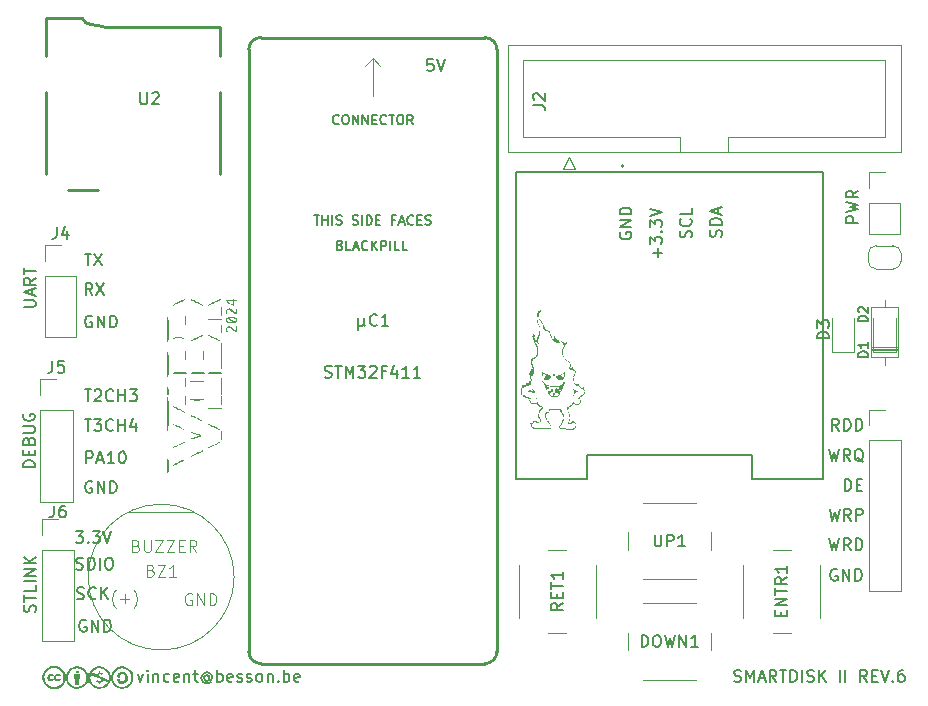
<source format=gbr>
%TF.GenerationSoftware,KiCad,Pcbnew,9.0.1*%
%TF.CreationDate,2025-05-19T08:35:17+02:00*%
%TF.ProjectId,sdiskII_stm32,73646973-6b49-4495-9f73-746d33322e6b,6*%
%TF.SameCoordinates,Original*%
%TF.FileFunction,Legend,Top*%
%TF.FilePolarity,Positive*%
%FSLAX46Y46*%
G04 Gerber Fmt 4.6, Leading zero omitted, Abs format (unit mm)*
G04 Created by KiCad (PCBNEW 9.0.1) date 2025-05-19 08:35:17*
%MOMM*%
%LPD*%
G01*
G04 APERTURE LIST*
%ADD10C,0.187500*%
%ADD11C,0.150000*%
%ADD12C,0.203200*%
%ADD13C,0.160000*%
%ADD14C,0.300000*%
%ADD15C,0.100000*%
%ADD16C,0.120000*%
%ADD17C,0.250000*%
%ADD18C,0.000000*%
%ADD19C,0.127000*%
%ADD20C,0.200000*%
G04 APERTURE END LIST*
D10*
X137258593Y-115867869D02*
X137830021Y-115867869D01*
X137544307Y-116867869D02*
X137544307Y-115867869D01*
X138115736Y-115963107D02*
X138163355Y-115915488D01*
X138163355Y-115915488D02*
X138258593Y-115867869D01*
X138258593Y-115867869D02*
X138496688Y-115867869D01*
X138496688Y-115867869D02*
X138591926Y-115915488D01*
X138591926Y-115915488D02*
X138639545Y-115963107D01*
X138639545Y-115963107D02*
X138687164Y-116058345D01*
X138687164Y-116058345D02*
X138687164Y-116153583D01*
X138687164Y-116153583D02*
X138639545Y-116296440D01*
X138639545Y-116296440D02*
X138068117Y-116867869D01*
X138068117Y-116867869D02*
X138687164Y-116867869D01*
X139687164Y-116772630D02*
X139639545Y-116820250D01*
X139639545Y-116820250D02*
X139496688Y-116867869D01*
X139496688Y-116867869D02*
X139401450Y-116867869D01*
X139401450Y-116867869D02*
X139258593Y-116820250D01*
X139258593Y-116820250D02*
X139163355Y-116725011D01*
X139163355Y-116725011D02*
X139115736Y-116629773D01*
X139115736Y-116629773D02*
X139068117Y-116439297D01*
X139068117Y-116439297D02*
X139068117Y-116296440D01*
X139068117Y-116296440D02*
X139115736Y-116105964D01*
X139115736Y-116105964D02*
X139163355Y-116010726D01*
X139163355Y-116010726D02*
X139258593Y-115915488D01*
X139258593Y-115915488D02*
X139401450Y-115867869D01*
X139401450Y-115867869D02*
X139496688Y-115867869D01*
X139496688Y-115867869D02*
X139639545Y-115915488D01*
X139639545Y-115915488D02*
X139687164Y-115963107D01*
X140115736Y-116867869D02*
X140115736Y-115867869D01*
X140115736Y-116344059D02*
X140687164Y-116344059D01*
X140687164Y-116867869D02*
X140687164Y-115867869D01*
X141068117Y-115867869D02*
X141687164Y-115867869D01*
X141687164Y-115867869D02*
X141353831Y-116248821D01*
X141353831Y-116248821D02*
X141496688Y-116248821D01*
X141496688Y-116248821D02*
X141591926Y-116296440D01*
X141591926Y-116296440D02*
X141639545Y-116344059D01*
X141639545Y-116344059D02*
X141687164Y-116439297D01*
X141687164Y-116439297D02*
X141687164Y-116677392D01*
X141687164Y-116677392D02*
X141639545Y-116772630D01*
X141639545Y-116772630D02*
X141591926Y-116820250D01*
X141591926Y-116820250D02*
X141496688Y-116867869D01*
X141496688Y-116867869D02*
X141210974Y-116867869D01*
X141210974Y-116867869D02*
X141115736Y-116820250D01*
X141115736Y-116820250D02*
X141068117Y-116772630D01*
X137385259Y-135415488D02*
X137290021Y-135367869D01*
X137290021Y-135367869D02*
X137147164Y-135367869D01*
X137147164Y-135367869D02*
X137004307Y-135415488D01*
X137004307Y-135415488D02*
X136909069Y-135510726D01*
X136909069Y-135510726D02*
X136861450Y-135605964D01*
X136861450Y-135605964D02*
X136813831Y-135796440D01*
X136813831Y-135796440D02*
X136813831Y-135939297D01*
X136813831Y-135939297D02*
X136861450Y-136129773D01*
X136861450Y-136129773D02*
X136909069Y-136225011D01*
X136909069Y-136225011D02*
X137004307Y-136320250D01*
X137004307Y-136320250D02*
X137147164Y-136367869D01*
X137147164Y-136367869D02*
X137242402Y-136367869D01*
X137242402Y-136367869D02*
X137385259Y-136320250D01*
X137385259Y-136320250D02*
X137432878Y-136272630D01*
X137432878Y-136272630D02*
X137432878Y-135939297D01*
X137432878Y-135939297D02*
X137242402Y-135939297D01*
X137861450Y-136367869D02*
X137861450Y-135367869D01*
X137861450Y-135367869D02*
X138432878Y-136367869D01*
X138432878Y-136367869D02*
X138432878Y-135367869D01*
X138909069Y-136367869D02*
X138909069Y-135367869D01*
X138909069Y-135367869D02*
X139147164Y-135367869D01*
X139147164Y-135367869D02*
X139290021Y-135415488D01*
X139290021Y-135415488D02*
X139385259Y-135510726D01*
X139385259Y-135510726D02*
X139432878Y-135605964D01*
X139432878Y-135605964D02*
X139480497Y-135796440D01*
X139480497Y-135796440D02*
X139480497Y-135939297D01*
X139480497Y-135939297D02*
X139432878Y-136129773D01*
X139432878Y-136129773D02*
X139385259Y-136225011D01*
X139385259Y-136225011D02*
X139290021Y-136320250D01*
X139290021Y-136320250D02*
X139147164Y-136367869D01*
X139147164Y-136367869D02*
X138909069Y-136367869D01*
X182605488Y-102564740D02*
X182557869Y-102659978D01*
X182557869Y-102659978D02*
X182557869Y-102802835D01*
X182557869Y-102802835D02*
X182605488Y-102945692D01*
X182605488Y-102945692D02*
X182700726Y-103040930D01*
X182700726Y-103040930D02*
X182795964Y-103088549D01*
X182795964Y-103088549D02*
X182986440Y-103136168D01*
X182986440Y-103136168D02*
X183129297Y-103136168D01*
X183129297Y-103136168D02*
X183319773Y-103088549D01*
X183319773Y-103088549D02*
X183415011Y-103040930D01*
X183415011Y-103040930D02*
X183510250Y-102945692D01*
X183510250Y-102945692D02*
X183557869Y-102802835D01*
X183557869Y-102802835D02*
X183557869Y-102707597D01*
X183557869Y-102707597D02*
X183510250Y-102564740D01*
X183510250Y-102564740D02*
X183462630Y-102517121D01*
X183462630Y-102517121D02*
X183129297Y-102517121D01*
X183129297Y-102517121D02*
X183129297Y-102707597D01*
X183557869Y-102088549D02*
X182557869Y-102088549D01*
X182557869Y-102088549D02*
X183557869Y-101517121D01*
X183557869Y-101517121D02*
X182557869Y-101517121D01*
X183557869Y-101040930D02*
X182557869Y-101040930D01*
X182557869Y-101040930D02*
X182557869Y-100802835D01*
X182557869Y-100802835D02*
X182605488Y-100659978D01*
X182605488Y-100659978D02*
X182700726Y-100564740D01*
X182700726Y-100564740D02*
X182795964Y-100517121D01*
X182795964Y-100517121D02*
X182986440Y-100469502D01*
X182986440Y-100469502D02*
X183129297Y-100469502D01*
X183129297Y-100469502D02*
X183319773Y-100517121D01*
X183319773Y-100517121D02*
X183415011Y-100564740D01*
X183415011Y-100564740D02*
X183510250Y-100659978D01*
X183510250Y-100659978D02*
X183557869Y-100802835D01*
X183557869Y-100802835D02*
X183557869Y-101040930D01*
X200286212Y-120907869D02*
X200524307Y-121907869D01*
X200524307Y-121907869D02*
X200714783Y-121193583D01*
X200714783Y-121193583D02*
X200905259Y-121907869D01*
X200905259Y-121907869D02*
X201143355Y-120907869D01*
X202095735Y-121907869D02*
X201762402Y-121431678D01*
X201524307Y-121907869D02*
X201524307Y-120907869D01*
X201524307Y-120907869D02*
X201905259Y-120907869D01*
X201905259Y-120907869D02*
X202000497Y-120955488D01*
X202000497Y-120955488D02*
X202048116Y-121003107D01*
X202048116Y-121003107D02*
X202095735Y-121098345D01*
X202095735Y-121098345D02*
X202095735Y-121241202D01*
X202095735Y-121241202D02*
X202048116Y-121336440D01*
X202048116Y-121336440D02*
X202000497Y-121384059D01*
X202000497Y-121384059D02*
X201905259Y-121431678D01*
X201905259Y-121431678D02*
X201524307Y-121431678D01*
X203190973Y-122003107D02*
X203095735Y-121955488D01*
X203095735Y-121955488D02*
X203000497Y-121860250D01*
X203000497Y-121860250D02*
X202857640Y-121717392D01*
X202857640Y-121717392D02*
X202762402Y-121669773D01*
X202762402Y-121669773D02*
X202667164Y-121669773D01*
X202714783Y-121907869D02*
X202619545Y-121860250D01*
X202619545Y-121860250D02*
X202524307Y-121765011D01*
X202524307Y-121765011D02*
X202476688Y-121574535D01*
X202476688Y-121574535D02*
X202476688Y-121241202D01*
X202476688Y-121241202D02*
X202524307Y-121050726D01*
X202524307Y-121050726D02*
X202619545Y-120955488D01*
X202619545Y-120955488D02*
X202714783Y-120907869D01*
X202714783Y-120907869D02*
X202905259Y-120907869D01*
X202905259Y-120907869D02*
X203000497Y-120955488D01*
X203000497Y-120955488D02*
X203095735Y-121050726D01*
X203095735Y-121050726D02*
X203143354Y-121241202D01*
X203143354Y-121241202D02*
X203143354Y-121574535D01*
X203143354Y-121574535D02*
X203095735Y-121765011D01*
X203095735Y-121765011D02*
X203000497Y-121860250D01*
X203000497Y-121860250D02*
X202905259Y-121907869D01*
X202905259Y-121907869D02*
X202714783Y-121907869D01*
X137258593Y-118367869D02*
X137830021Y-118367869D01*
X137544307Y-119367869D02*
X137544307Y-118367869D01*
X138068117Y-118367869D02*
X138687164Y-118367869D01*
X138687164Y-118367869D02*
X138353831Y-118748821D01*
X138353831Y-118748821D02*
X138496688Y-118748821D01*
X138496688Y-118748821D02*
X138591926Y-118796440D01*
X138591926Y-118796440D02*
X138639545Y-118844059D01*
X138639545Y-118844059D02*
X138687164Y-118939297D01*
X138687164Y-118939297D02*
X138687164Y-119177392D01*
X138687164Y-119177392D02*
X138639545Y-119272630D01*
X138639545Y-119272630D02*
X138591926Y-119320250D01*
X138591926Y-119320250D02*
X138496688Y-119367869D01*
X138496688Y-119367869D02*
X138210974Y-119367869D01*
X138210974Y-119367869D02*
X138115736Y-119320250D01*
X138115736Y-119320250D02*
X138068117Y-119272630D01*
X139687164Y-119272630D02*
X139639545Y-119320250D01*
X139639545Y-119320250D02*
X139496688Y-119367869D01*
X139496688Y-119367869D02*
X139401450Y-119367869D01*
X139401450Y-119367869D02*
X139258593Y-119320250D01*
X139258593Y-119320250D02*
X139163355Y-119225011D01*
X139163355Y-119225011D02*
X139115736Y-119129773D01*
X139115736Y-119129773D02*
X139068117Y-118939297D01*
X139068117Y-118939297D02*
X139068117Y-118796440D01*
X139068117Y-118796440D02*
X139115736Y-118605964D01*
X139115736Y-118605964D02*
X139163355Y-118510726D01*
X139163355Y-118510726D02*
X139258593Y-118415488D01*
X139258593Y-118415488D02*
X139401450Y-118367869D01*
X139401450Y-118367869D02*
X139496688Y-118367869D01*
X139496688Y-118367869D02*
X139639545Y-118415488D01*
X139639545Y-118415488D02*
X139687164Y-118463107D01*
X140115736Y-119367869D02*
X140115736Y-118367869D01*
X140115736Y-118844059D02*
X140687164Y-118844059D01*
X140687164Y-119367869D02*
X140687164Y-118367869D01*
X141591926Y-118701202D02*
X141591926Y-119367869D01*
X141353831Y-118320250D02*
X141115736Y-119034535D01*
X141115736Y-119034535D02*
X141734783Y-119034535D01*
X200336212Y-125967869D02*
X200574307Y-126967869D01*
X200574307Y-126967869D02*
X200764783Y-126253583D01*
X200764783Y-126253583D02*
X200955259Y-126967869D01*
X200955259Y-126967869D02*
X201193355Y-125967869D01*
X202145735Y-126967869D02*
X201812402Y-126491678D01*
X201574307Y-126967869D02*
X201574307Y-125967869D01*
X201574307Y-125967869D02*
X201955259Y-125967869D01*
X201955259Y-125967869D02*
X202050497Y-126015488D01*
X202050497Y-126015488D02*
X202098116Y-126063107D01*
X202098116Y-126063107D02*
X202145735Y-126158345D01*
X202145735Y-126158345D02*
X202145735Y-126301202D01*
X202145735Y-126301202D02*
X202098116Y-126396440D01*
X202098116Y-126396440D02*
X202050497Y-126444059D01*
X202050497Y-126444059D02*
X201955259Y-126491678D01*
X201955259Y-126491678D02*
X201574307Y-126491678D01*
X202574307Y-126967869D02*
X202574307Y-125967869D01*
X202574307Y-125967869D02*
X202955259Y-125967869D01*
X202955259Y-125967869D02*
X203050497Y-126015488D01*
X203050497Y-126015488D02*
X203098116Y-126063107D01*
X203098116Y-126063107D02*
X203145735Y-126158345D01*
X203145735Y-126158345D02*
X203145735Y-126301202D01*
X203145735Y-126301202D02*
X203098116Y-126396440D01*
X203098116Y-126396440D02*
X203050497Y-126444059D01*
X203050497Y-126444059D02*
X202955259Y-126491678D01*
X202955259Y-126491678D02*
X202574307Y-126491678D01*
X133067869Y-122438549D02*
X132067869Y-122438549D01*
X132067869Y-122438549D02*
X132067869Y-122200454D01*
X132067869Y-122200454D02*
X132115488Y-122057597D01*
X132115488Y-122057597D02*
X132210726Y-121962359D01*
X132210726Y-121962359D02*
X132305964Y-121914740D01*
X132305964Y-121914740D02*
X132496440Y-121867121D01*
X132496440Y-121867121D02*
X132639297Y-121867121D01*
X132639297Y-121867121D02*
X132829773Y-121914740D01*
X132829773Y-121914740D02*
X132925011Y-121962359D01*
X132925011Y-121962359D02*
X133020250Y-122057597D01*
X133020250Y-122057597D02*
X133067869Y-122200454D01*
X133067869Y-122200454D02*
X133067869Y-122438549D01*
X132544059Y-121438549D02*
X132544059Y-121105216D01*
X133067869Y-120962359D02*
X133067869Y-121438549D01*
X133067869Y-121438549D02*
X132067869Y-121438549D01*
X132067869Y-121438549D02*
X132067869Y-120962359D01*
X132544059Y-120200454D02*
X132591678Y-120057597D01*
X132591678Y-120057597D02*
X132639297Y-120009978D01*
X132639297Y-120009978D02*
X132734535Y-119962359D01*
X132734535Y-119962359D02*
X132877392Y-119962359D01*
X132877392Y-119962359D02*
X132972630Y-120009978D01*
X132972630Y-120009978D02*
X133020250Y-120057597D01*
X133020250Y-120057597D02*
X133067869Y-120152835D01*
X133067869Y-120152835D02*
X133067869Y-120533787D01*
X133067869Y-120533787D02*
X132067869Y-120533787D01*
X132067869Y-120533787D02*
X132067869Y-120200454D01*
X132067869Y-120200454D02*
X132115488Y-120105216D01*
X132115488Y-120105216D02*
X132163107Y-120057597D01*
X132163107Y-120057597D02*
X132258345Y-120009978D01*
X132258345Y-120009978D02*
X132353583Y-120009978D01*
X132353583Y-120009978D02*
X132448821Y-120057597D01*
X132448821Y-120057597D02*
X132496440Y-120105216D01*
X132496440Y-120105216D02*
X132544059Y-120200454D01*
X132544059Y-120200454D02*
X132544059Y-120533787D01*
X132067869Y-119533787D02*
X132877392Y-119533787D01*
X132877392Y-119533787D02*
X132972630Y-119486168D01*
X132972630Y-119486168D02*
X133020250Y-119438549D01*
X133020250Y-119438549D02*
X133067869Y-119343311D01*
X133067869Y-119343311D02*
X133067869Y-119152835D01*
X133067869Y-119152835D02*
X133020250Y-119057597D01*
X133020250Y-119057597D02*
X132972630Y-119009978D01*
X132972630Y-119009978D02*
X132877392Y-118962359D01*
X132877392Y-118962359D02*
X132067869Y-118962359D01*
X132115488Y-117962359D02*
X132067869Y-118057597D01*
X132067869Y-118057597D02*
X132067869Y-118200454D01*
X132067869Y-118200454D02*
X132115488Y-118343311D01*
X132115488Y-118343311D02*
X132210726Y-118438549D01*
X132210726Y-118438549D02*
X132305964Y-118486168D01*
X132305964Y-118486168D02*
X132496440Y-118533787D01*
X132496440Y-118533787D02*
X132639297Y-118533787D01*
X132639297Y-118533787D02*
X132829773Y-118486168D01*
X132829773Y-118486168D02*
X132925011Y-118438549D01*
X132925011Y-118438549D02*
X133020250Y-118343311D01*
X133020250Y-118343311D02*
X133067869Y-118200454D01*
X133067869Y-118200454D02*
X133067869Y-118105216D01*
X133067869Y-118105216D02*
X133020250Y-117962359D01*
X133020250Y-117962359D02*
X132972630Y-117914740D01*
X132972630Y-117914740D02*
X132639297Y-117914740D01*
X132639297Y-117914740D02*
X132639297Y-118105216D01*
X200975259Y-131105488D02*
X200880021Y-131057869D01*
X200880021Y-131057869D02*
X200737164Y-131057869D01*
X200737164Y-131057869D02*
X200594307Y-131105488D01*
X200594307Y-131105488D02*
X200499069Y-131200726D01*
X200499069Y-131200726D02*
X200451450Y-131295964D01*
X200451450Y-131295964D02*
X200403831Y-131486440D01*
X200403831Y-131486440D02*
X200403831Y-131629297D01*
X200403831Y-131629297D02*
X200451450Y-131819773D01*
X200451450Y-131819773D02*
X200499069Y-131915011D01*
X200499069Y-131915011D02*
X200594307Y-132010250D01*
X200594307Y-132010250D02*
X200737164Y-132057869D01*
X200737164Y-132057869D02*
X200832402Y-132057869D01*
X200832402Y-132057869D02*
X200975259Y-132010250D01*
X200975259Y-132010250D02*
X201022878Y-131962630D01*
X201022878Y-131962630D02*
X201022878Y-131629297D01*
X201022878Y-131629297D02*
X200832402Y-131629297D01*
X201451450Y-132057869D02*
X201451450Y-131057869D01*
X201451450Y-131057869D02*
X202022878Y-132057869D01*
X202022878Y-132057869D02*
X202022878Y-131057869D01*
X202499069Y-132057869D02*
X202499069Y-131057869D01*
X202499069Y-131057869D02*
X202737164Y-131057869D01*
X202737164Y-131057869D02*
X202880021Y-131105488D01*
X202880021Y-131105488D02*
X202975259Y-131200726D01*
X202975259Y-131200726D02*
X203022878Y-131295964D01*
X203022878Y-131295964D02*
X203070497Y-131486440D01*
X203070497Y-131486440D02*
X203070497Y-131629297D01*
X203070497Y-131629297D02*
X203022878Y-131819773D01*
X203022878Y-131819773D02*
X202975259Y-131915011D01*
X202975259Y-131915011D02*
X202880021Y-132010250D01*
X202880021Y-132010250D02*
X202737164Y-132057869D01*
X202737164Y-132057869D02*
X202499069Y-132057869D01*
X136563831Y-131070250D02*
X136706688Y-131117869D01*
X136706688Y-131117869D02*
X136944783Y-131117869D01*
X136944783Y-131117869D02*
X137040021Y-131070250D01*
X137040021Y-131070250D02*
X137087640Y-131022630D01*
X137087640Y-131022630D02*
X137135259Y-130927392D01*
X137135259Y-130927392D02*
X137135259Y-130832154D01*
X137135259Y-130832154D02*
X137087640Y-130736916D01*
X137087640Y-130736916D02*
X137040021Y-130689297D01*
X137040021Y-130689297D02*
X136944783Y-130641678D01*
X136944783Y-130641678D02*
X136754307Y-130594059D01*
X136754307Y-130594059D02*
X136659069Y-130546440D01*
X136659069Y-130546440D02*
X136611450Y-130498821D01*
X136611450Y-130498821D02*
X136563831Y-130403583D01*
X136563831Y-130403583D02*
X136563831Y-130308345D01*
X136563831Y-130308345D02*
X136611450Y-130213107D01*
X136611450Y-130213107D02*
X136659069Y-130165488D01*
X136659069Y-130165488D02*
X136754307Y-130117869D01*
X136754307Y-130117869D02*
X136992402Y-130117869D01*
X136992402Y-130117869D02*
X137135259Y-130165488D01*
X137563831Y-131117869D02*
X137563831Y-130117869D01*
X137563831Y-130117869D02*
X137801926Y-130117869D01*
X137801926Y-130117869D02*
X137944783Y-130165488D01*
X137944783Y-130165488D02*
X138040021Y-130260726D01*
X138040021Y-130260726D02*
X138087640Y-130355964D01*
X138087640Y-130355964D02*
X138135259Y-130546440D01*
X138135259Y-130546440D02*
X138135259Y-130689297D01*
X138135259Y-130689297D02*
X138087640Y-130879773D01*
X138087640Y-130879773D02*
X138040021Y-130975011D01*
X138040021Y-130975011D02*
X137944783Y-131070250D01*
X137944783Y-131070250D02*
X137801926Y-131117869D01*
X137801926Y-131117869D02*
X137563831Y-131117869D01*
X138563831Y-131117869D02*
X138563831Y-130117869D01*
X139230497Y-130117869D02*
X139420973Y-130117869D01*
X139420973Y-130117869D02*
X139516211Y-130165488D01*
X139516211Y-130165488D02*
X139611449Y-130260726D01*
X139611449Y-130260726D02*
X139659068Y-130451202D01*
X139659068Y-130451202D02*
X139659068Y-130784535D01*
X139659068Y-130784535D02*
X139611449Y-130975011D01*
X139611449Y-130975011D02*
X139516211Y-131070250D01*
X139516211Y-131070250D02*
X139420973Y-131117869D01*
X139420973Y-131117869D02*
X139230497Y-131117869D01*
X139230497Y-131117869D02*
X139135259Y-131070250D01*
X139135259Y-131070250D02*
X139040021Y-130975011D01*
X139040021Y-130975011D02*
X138992402Y-130784535D01*
X138992402Y-130784535D02*
X138992402Y-130451202D01*
X138992402Y-130451202D02*
X139040021Y-130260726D01*
X139040021Y-130260726D02*
X139135259Y-130165488D01*
X139135259Y-130165488D02*
X139230497Y-130117869D01*
X200306212Y-128477869D02*
X200544307Y-129477869D01*
X200544307Y-129477869D02*
X200734783Y-128763583D01*
X200734783Y-128763583D02*
X200925259Y-129477869D01*
X200925259Y-129477869D02*
X201163355Y-128477869D01*
X202115735Y-129477869D02*
X201782402Y-129001678D01*
X201544307Y-129477869D02*
X201544307Y-128477869D01*
X201544307Y-128477869D02*
X201925259Y-128477869D01*
X201925259Y-128477869D02*
X202020497Y-128525488D01*
X202020497Y-128525488D02*
X202068116Y-128573107D01*
X202068116Y-128573107D02*
X202115735Y-128668345D01*
X202115735Y-128668345D02*
X202115735Y-128811202D01*
X202115735Y-128811202D02*
X202068116Y-128906440D01*
X202068116Y-128906440D02*
X202020497Y-128954059D01*
X202020497Y-128954059D02*
X201925259Y-129001678D01*
X201925259Y-129001678D02*
X201544307Y-129001678D01*
X202544307Y-129477869D02*
X202544307Y-128477869D01*
X202544307Y-128477869D02*
X202782402Y-128477869D01*
X202782402Y-128477869D02*
X202925259Y-128525488D01*
X202925259Y-128525488D02*
X203020497Y-128620726D01*
X203020497Y-128620726D02*
X203068116Y-128715964D01*
X203068116Y-128715964D02*
X203115735Y-128906440D01*
X203115735Y-128906440D02*
X203115735Y-129049297D01*
X203115735Y-129049297D02*
X203068116Y-129239773D01*
X203068116Y-129239773D02*
X203020497Y-129335011D01*
X203020497Y-129335011D02*
X202925259Y-129430250D01*
X202925259Y-129430250D02*
X202782402Y-129477869D01*
X202782402Y-129477869D02*
X202544307Y-129477869D01*
X157603831Y-114820250D02*
X157746688Y-114867869D01*
X157746688Y-114867869D02*
X157984783Y-114867869D01*
X157984783Y-114867869D02*
X158080021Y-114820250D01*
X158080021Y-114820250D02*
X158127640Y-114772630D01*
X158127640Y-114772630D02*
X158175259Y-114677392D01*
X158175259Y-114677392D02*
X158175259Y-114582154D01*
X158175259Y-114582154D02*
X158127640Y-114486916D01*
X158127640Y-114486916D02*
X158080021Y-114439297D01*
X158080021Y-114439297D02*
X157984783Y-114391678D01*
X157984783Y-114391678D02*
X157794307Y-114344059D01*
X157794307Y-114344059D02*
X157699069Y-114296440D01*
X157699069Y-114296440D02*
X157651450Y-114248821D01*
X157651450Y-114248821D02*
X157603831Y-114153583D01*
X157603831Y-114153583D02*
X157603831Y-114058345D01*
X157603831Y-114058345D02*
X157651450Y-113963107D01*
X157651450Y-113963107D02*
X157699069Y-113915488D01*
X157699069Y-113915488D02*
X157794307Y-113867869D01*
X157794307Y-113867869D02*
X158032402Y-113867869D01*
X158032402Y-113867869D02*
X158175259Y-113915488D01*
X158460974Y-113867869D02*
X159032402Y-113867869D01*
X158746688Y-114867869D02*
X158746688Y-113867869D01*
X159365736Y-114867869D02*
X159365736Y-113867869D01*
X159365736Y-113867869D02*
X159699069Y-114582154D01*
X159699069Y-114582154D02*
X160032402Y-113867869D01*
X160032402Y-113867869D02*
X160032402Y-114867869D01*
X160413355Y-113867869D02*
X161032402Y-113867869D01*
X161032402Y-113867869D02*
X160699069Y-114248821D01*
X160699069Y-114248821D02*
X160841926Y-114248821D01*
X160841926Y-114248821D02*
X160937164Y-114296440D01*
X160937164Y-114296440D02*
X160984783Y-114344059D01*
X160984783Y-114344059D02*
X161032402Y-114439297D01*
X161032402Y-114439297D02*
X161032402Y-114677392D01*
X161032402Y-114677392D02*
X160984783Y-114772630D01*
X160984783Y-114772630D02*
X160937164Y-114820250D01*
X160937164Y-114820250D02*
X160841926Y-114867869D01*
X160841926Y-114867869D02*
X160556212Y-114867869D01*
X160556212Y-114867869D02*
X160460974Y-114820250D01*
X160460974Y-114820250D02*
X160413355Y-114772630D01*
X161413355Y-113963107D02*
X161460974Y-113915488D01*
X161460974Y-113915488D02*
X161556212Y-113867869D01*
X161556212Y-113867869D02*
X161794307Y-113867869D01*
X161794307Y-113867869D02*
X161889545Y-113915488D01*
X161889545Y-113915488D02*
X161937164Y-113963107D01*
X161937164Y-113963107D02*
X161984783Y-114058345D01*
X161984783Y-114058345D02*
X161984783Y-114153583D01*
X161984783Y-114153583D02*
X161937164Y-114296440D01*
X161937164Y-114296440D02*
X161365736Y-114867869D01*
X161365736Y-114867869D02*
X161984783Y-114867869D01*
X162746688Y-114344059D02*
X162413355Y-114344059D01*
X162413355Y-114867869D02*
X162413355Y-113867869D01*
X162413355Y-113867869D02*
X162889545Y-113867869D01*
X163699069Y-114201202D02*
X163699069Y-114867869D01*
X163460974Y-113820250D02*
X163222879Y-114534535D01*
X163222879Y-114534535D02*
X163841926Y-114534535D01*
X164746688Y-114867869D02*
X164175260Y-114867869D01*
X164460974Y-114867869D02*
X164460974Y-113867869D01*
X164460974Y-113867869D02*
X164365736Y-114010726D01*
X164365736Y-114010726D02*
X164270498Y-114105964D01*
X164270498Y-114105964D02*
X164175260Y-114153583D01*
X165699069Y-114867869D02*
X165127641Y-114867869D01*
X165413355Y-114867869D02*
X165413355Y-113867869D01*
X165413355Y-113867869D02*
X165318117Y-114010726D01*
X165318117Y-114010726D02*
X165222879Y-114105964D01*
X165222879Y-114105964D02*
X165127641Y-114153583D01*
X133070250Y-134686168D02*
X133117869Y-134543311D01*
X133117869Y-134543311D02*
X133117869Y-134305216D01*
X133117869Y-134305216D02*
X133070250Y-134209978D01*
X133070250Y-134209978D02*
X133022630Y-134162359D01*
X133022630Y-134162359D02*
X132927392Y-134114740D01*
X132927392Y-134114740D02*
X132832154Y-134114740D01*
X132832154Y-134114740D02*
X132736916Y-134162359D01*
X132736916Y-134162359D02*
X132689297Y-134209978D01*
X132689297Y-134209978D02*
X132641678Y-134305216D01*
X132641678Y-134305216D02*
X132594059Y-134495692D01*
X132594059Y-134495692D02*
X132546440Y-134590930D01*
X132546440Y-134590930D02*
X132498821Y-134638549D01*
X132498821Y-134638549D02*
X132403583Y-134686168D01*
X132403583Y-134686168D02*
X132308345Y-134686168D01*
X132308345Y-134686168D02*
X132213107Y-134638549D01*
X132213107Y-134638549D02*
X132165488Y-134590930D01*
X132165488Y-134590930D02*
X132117869Y-134495692D01*
X132117869Y-134495692D02*
X132117869Y-134257597D01*
X132117869Y-134257597D02*
X132165488Y-134114740D01*
X132117869Y-133829025D02*
X132117869Y-133257597D01*
X133117869Y-133543311D02*
X132117869Y-133543311D01*
X133117869Y-132448073D02*
X133117869Y-132924263D01*
X133117869Y-132924263D02*
X132117869Y-132924263D01*
X133117869Y-132114739D02*
X132117869Y-132114739D01*
X133117869Y-131638549D02*
X132117869Y-131638549D01*
X132117869Y-131638549D02*
X133117869Y-131067121D01*
X133117869Y-131067121D02*
X132117869Y-131067121D01*
X133117869Y-130590930D02*
X132117869Y-130590930D01*
X133117869Y-130019502D02*
X132546440Y-130448073D01*
X132117869Y-130019502D02*
X132689297Y-130590930D01*
X188610250Y-102986168D02*
X188657869Y-102843311D01*
X188657869Y-102843311D02*
X188657869Y-102605216D01*
X188657869Y-102605216D02*
X188610250Y-102509978D01*
X188610250Y-102509978D02*
X188562630Y-102462359D01*
X188562630Y-102462359D02*
X188467392Y-102414740D01*
X188467392Y-102414740D02*
X188372154Y-102414740D01*
X188372154Y-102414740D02*
X188276916Y-102462359D01*
X188276916Y-102462359D02*
X188229297Y-102509978D01*
X188229297Y-102509978D02*
X188181678Y-102605216D01*
X188181678Y-102605216D02*
X188134059Y-102795692D01*
X188134059Y-102795692D02*
X188086440Y-102890930D01*
X188086440Y-102890930D02*
X188038821Y-102938549D01*
X188038821Y-102938549D02*
X187943583Y-102986168D01*
X187943583Y-102986168D02*
X187848345Y-102986168D01*
X187848345Y-102986168D02*
X187753107Y-102938549D01*
X187753107Y-102938549D02*
X187705488Y-102890930D01*
X187705488Y-102890930D02*
X187657869Y-102795692D01*
X187657869Y-102795692D02*
X187657869Y-102557597D01*
X187657869Y-102557597D02*
X187705488Y-102414740D01*
X188562630Y-101414740D02*
X188610250Y-101462359D01*
X188610250Y-101462359D02*
X188657869Y-101605216D01*
X188657869Y-101605216D02*
X188657869Y-101700454D01*
X188657869Y-101700454D02*
X188610250Y-101843311D01*
X188610250Y-101843311D02*
X188515011Y-101938549D01*
X188515011Y-101938549D02*
X188419773Y-101986168D01*
X188419773Y-101986168D02*
X188229297Y-102033787D01*
X188229297Y-102033787D02*
X188086440Y-102033787D01*
X188086440Y-102033787D02*
X187895964Y-101986168D01*
X187895964Y-101986168D02*
X187800726Y-101938549D01*
X187800726Y-101938549D02*
X187705488Y-101843311D01*
X187705488Y-101843311D02*
X187657869Y-101700454D01*
X187657869Y-101700454D02*
X187657869Y-101605216D01*
X187657869Y-101605216D02*
X187705488Y-101462359D01*
X187705488Y-101462359D02*
X187753107Y-101414740D01*
X188657869Y-100509978D02*
X188657869Y-100986168D01*
X188657869Y-100986168D02*
X187657869Y-100986168D01*
X201122878Y-119347869D02*
X200789545Y-118871678D01*
X200551450Y-119347869D02*
X200551450Y-118347869D01*
X200551450Y-118347869D02*
X200932402Y-118347869D01*
X200932402Y-118347869D02*
X201027640Y-118395488D01*
X201027640Y-118395488D02*
X201075259Y-118443107D01*
X201075259Y-118443107D02*
X201122878Y-118538345D01*
X201122878Y-118538345D02*
X201122878Y-118681202D01*
X201122878Y-118681202D02*
X201075259Y-118776440D01*
X201075259Y-118776440D02*
X201027640Y-118824059D01*
X201027640Y-118824059D02*
X200932402Y-118871678D01*
X200932402Y-118871678D02*
X200551450Y-118871678D01*
X201551450Y-119347869D02*
X201551450Y-118347869D01*
X201551450Y-118347869D02*
X201789545Y-118347869D01*
X201789545Y-118347869D02*
X201932402Y-118395488D01*
X201932402Y-118395488D02*
X202027640Y-118490726D01*
X202027640Y-118490726D02*
X202075259Y-118585964D01*
X202075259Y-118585964D02*
X202122878Y-118776440D01*
X202122878Y-118776440D02*
X202122878Y-118919297D01*
X202122878Y-118919297D02*
X202075259Y-119109773D01*
X202075259Y-119109773D02*
X202027640Y-119205011D01*
X202027640Y-119205011D02*
X201932402Y-119300250D01*
X201932402Y-119300250D02*
X201789545Y-119347869D01*
X201789545Y-119347869D02*
X201551450Y-119347869D01*
X202551450Y-119347869D02*
X202551450Y-118347869D01*
X202551450Y-118347869D02*
X202789545Y-118347869D01*
X202789545Y-118347869D02*
X202932402Y-118395488D01*
X202932402Y-118395488D02*
X203027640Y-118490726D01*
X203027640Y-118490726D02*
X203075259Y-118585964D01*
X203075259Y-118585964D02*
X203122878Y-118776440D01*
X203122878Y-118776440D02*
X203122878Y-118919297D01*
X203122878Y-118919297D02*
X203075259Y-119109773D01*
X203075259Y-119109773D02*
X203027640Y-119205011D01*
X203027640Y-119205011D02*
X202932402Y-119300250D01*
X202932402Y-119300250D02*
X202789545Y-119347869D01*
X202789545Y-119347869D02*
X202551450Y-119347869D01*
X192257598Y-140570250D02*
X192400455Y-140617869D01*
X192400455Y-140617869D02*
X192638550Y-140617869D01*
X192638550Y-140617869D02*
X192733788Y-140570250D01*
X192733788Y-140570250D02*
X192781407Y-140522630D01*
X192781407Y-140522630D02*
X192829026Y-140427392D01*
X192829026Y-140427392D02*
X192829026Y-140332154D01*
X192829026Y-140332154D02*
X192781407Y-140236916D01*
X192781407Y-140236916D02*
X192733788Y-140189297D01*
X192733788Y-140189297D02*
X192638550Y-140141678D01*
X192638550Y-140141678D02*
X192448074Y-140094059D01*
X192448074Y-140094059D02*
X192352836Y-140046440D01*
X192352836Y-140046440D02*
X192305217Y-139998821D01*
X192305217Y-139998821D02*
X192257598Y-139903583D01*
X192257598Y-139903583D02*
X192257598Y-139808345D01*
X192257598Y-139808345D02*
X192305217Y-139713107D01*
X192305217Y-139713107D02*
X192352836Y-139665488D01*
X192352836Y-139665488D02*
X192448074Y-139617869D01*
X192448074Y-139617869D02*
X192686169Y-139617869D01*
X192686169Y-139617869D02*
X192829026Y-139665488D01*
X193257598Y-140617869D02*
X193257598Y-139617869D01*
X193257598Y-139617869D02*
X193590931Y-140332154D01*
X193590931Y-140332154D02*
X193924264Y-139617869D01*
X193924264Y-139617869D02*
X193924264Y-140617869D01*
X194352836Y-140332154D02*
X194829026Y-140332154D01*
X194257598Y-140617869D02*
X194590931Y-139617869D01*
X194590931Y-139617869D02*
X194924264Y-140617869D01*
X195829026Y-140617869D02*
X195495693Y-140141678D01*
X195257598Y-140617869D02*
X195257598Y-139617869D01*
X195257598Y-139617869D02*
X195638550Y-139617869D01*
X195638550Y-139617869D02*
X195733788Y-139665488D01*
X195733788Y-139665488D02*
X195781407Y-139713107D01*
X195781407Y-139713107D02*
X195829026Y-139808345D01*
X195829026Y-139808345D02*
X195829026Y-139951202D01*
X195829026Y-139951202D02*
X195781407Y-140046440D01*
X195781407Y-140046440D02*
X195733788Y-140094059D01*
X195733788Y-140094059D02*
X195638550Y-140141678D01*
X195638550Y-140141678D02*
X195257598Y-140141678D01*
X196114741Y-139617869D02*
X196686169Y-139617869D01*
X196400455Y-140617869D02*
X196400455Y-139617869D01*
X197019503Y-140617869D02*
X197019503Y-139617869D01*
X197019503Y-139617869D02*
X197257598Y-139617869D01*
X197257598Y-139617869D02*
X197400455Y-139665488D01*
X197400455Y-139665488D02*
X197495693Y-139760726D01*
X197495693Y-139760726D02*
X197543312Y-139855964D01*
X197543312Y-139855964D02*
X197590931Y-140046440D01*
X197590931Y-140046440D02*
X197590931Y-140189297D01*
X197590931Y-140189297D02*
X197543312Y-140379773D01*
X197543312Y-140379773D02*
X197495693Y-140475011D01*
X197495693Y-140475011D02*
X197400455Y-140570250D01*
X197400455Y-140570250D02*
X197257598Y-140617869D01*
X197257598Y-140617869D02*
X197019503Y-140617869D01*
X198019503Y-140617869D02*
X198019503Y-139617869D01*
X198448074Y-140570250D02*
X198590931Y-140617869D01*
X198590931Y-140617869D02*
X198829026Y-140617869D01*
X198829026Y-140617869D02*
X198924264Y-140570250D01*
X198924264Y-140570250D02*
X198971883Y-140522630D01*
X198971883Y-140522630D02*
X199019502Y-140427392D01*
X199019502Y-140427392D02*
X199019502Y-140332154D01*
X199019502Y-140332154D02*
X198971883Y-140236916D01*
X198971883Y-140236916D02*
X198924264Y-140189297D01*
X198924264Y-140189297D02*
X198829026Y-140141678D01*
X198829026Y-140141678D02*
X198638550Y-140094059D01*
X198638550Y-140094059D02*
X198543312Y-140046440D01*
X198543312Y-140046440D02*
X198495693Y-139998821D01*
X198495693Y-139998821D02*
X198448074Y-139903583D01*
X198448074Y-139903583D02*
X198448074Y-139808345D01*
X198448074Y-139808345D02*
X198495693Y-139713107D01*
X198495693Y-139713107D02*
X198543312Y-139665488D01*
X198543312Y-139665488D02*
X198638550Y-139617869D01*
X198638550Y-139617869D02*
X198876645Y-139617869D01*
X198876645Y-139617869D02*
X199019502Y-139665488D01*
X199448074Y-140617869D02*
X199448074Y-139617869D01*
X200019502Y-140617869D02*
X199590931Y-140046440D01*
X200019502Y-139617869D02*
X199448074Y-140189297D01*
X201209979Y-140617869D02*
X201209979Y-139617869D01*
X201686169Y-140617869D02*
X201686169Y-139617869D01*
X203495692Y-140617869D02*
X203162359Y-140141678D01*
X202924264Y-140617869D02*
X202924264Y-139617869D01*
X202924264Y-139617869D02*
X203305216Y-139617869D01*
X203305216Y-139617869D02*
X203400454Y-139665488D01*
X203400454Y-139665488D02*
X203448073Y-139713107D01*
X203448073Y-139713107D02*
X203495692Y-139808345D01*
X203495692Y-139808345D02*
X203495692Y-139951202D01*
X203495692Y-139951202D02*
X203448073Y-140046440D01*
X203448073Y-140046440D02*
X203400454Y-140094059D01*
X203400454Y-140094059D02*
X203305216Y-140141678D01*
X203305216Y-140141678D02*
X202924264Y-140141678D01*
X203924264Y-140094059D02*
X204257597Y-140094059D01*
X204400454Y-140617869D02*
X203924264Y-140617869D01*
X203924264Y-140617869D02*
X203924264Y-139617869D01*
X203924264Y-139617869D02*
X204400454Y-139617869D01*
X204686169Y-139617869D02*
X205019502Y-140617869D01*
X205019502Y-140617869D02*
X205352835Y-139617869D01*
X205686169Y-140522630D02*
X205733788Y-140570250D01*
X205733788Y-140570250D02*
X205686169Y-140617869D01*
X205686169Y-140617869D02*
X205638550Y-140570250D01*
X205638550Y-140570250D02*
X205686169Y-140522630D01*
X205686169Y-140522630D02*
X205686169Y-140617869D01*
X206590930Y-139617869D02*
X206400454Y-139617869D01*
X206400454Y-139617869D02*
X206305216Y-139665488D01*
X206305216Y-139665488D02*
X206257597Y-139713107D01*
X206257597Y-139713107D02*
X206162359Y-139855964D01*
X206162359Y-139855964D02*
X206114740Y-140046440D01*
X206114740Y-140046440D02*
X206114740Y-140427392D01*
X206114740Y-140427392D02*
X206162359Y-140522630D01*
X206162359Y-140522630D02*
X206209978Y-140570250D01*
X206209978Y-140570250D02*
X206305216Y-140617869D01*
X206305216Y-140617869D02*
X206495692Y-140617869D01*
X206495692Y-140617869D02*
X206590930Y-140570250D01*
X206590930Y-140570250D02*
X206638549Y-140522630D01*
X206638549Y-140522630D02*
X206686168Y-140427392D01*
X206686168Y-140427392D02*
X206686168Y-140189297D01*
X206686168Y-140189297D02*
X206638549Y-140094059D01*
X206638549Y-140094059D02*
X206590930Y-140046440D01*
X206590930Y-140046440D02*
X206495692Y-139998821D01*
X206495692Y-139998821D02*
X206305216Y-139998821D01*
X206305216Y-139998821D02*
X206209978Y-140046440D01*
X206209978Y-140046440D02*
X206162359Y-140094059D01*
X206162359Y-140094059D02*
X206114740Y-140189297D01*
X185776916Y-104688549D02*
X185776916Y-103926645D01*
X186157869Y-104307597D02*
X185395964Y-104307597D01*
X185157869Y-103545692D02*
X185157869Y-102926645D01*
X185157869Y-102926645D02*
X185538821Y-103259978D01*
X185538821Y-103259978D02*
X185538821Y-103117121D01*
X185538821Y-103117121D02*
X185586440Y-103021883D01*
X185586440Y-103021883D02*
X185634059Y-102974264D01*
X185634059Y-102974264D02*
X185729297Y-102926645D01*
X185729297Y-102926645D02*
X185967392Y-102926645D01*
X185967392Y-102926645D02*
X186062630Y-102974264D01*
X186062630Y-102974264D02*
X186110250Y-103021883D01*
X186110250Y-103021883D02*
X186157869Y-103117121D01*
X186157869Y-103117121D02*
X186157869Y-103402835D01*
X186157869Y-103402835D02*
X186110250Y-103498073D01*
X186110250Y-103498073D02*
X186062630Y-103545692D01*
X186062630Y-102498073D02*
X186110250Y-102450454D01*
X186110250Y-102450454D02*
X186157869Y-102498073D01*
X186157869Y-102498073D02*
X186110250Y-102545692D01*
X186110250Y-102545692D02*
X186062630Y-102498073D01*
X186062630Y-102498073D02*
X186157869Y-102498073D01*
X185157869Y-102117121D02*
X185157869Y-101498074D01*
X185157869Y-101498074D02*
X185538821Y-101831407D01*
X185538821Y-101831407D02*
X185538821Y-101688550D01*
X185538821Y-101688550D02*
X185586440Y-101593312D01*
X185586440Y-101593312D02*
X185634059Y-101545693D01*
X185634059Y-101545693D02*
X185729297Y-101498074D01*
X185729297Y-101498074D02*
X185967392Y-101498074D01*
X185967392Y-101498074D02*
X186062630Y-101545693D01*
X186062630Y-101545693D02*
X186110250Y-101593312D01*
X186110250Y-101593312D02*
X186157869Y-101688550D01*
X186157869Y-101688550D02*
X186157869Y-101974264D01*
X186157869Y-101974264D02*
X186110250Y-102069502D01*
X186110250Y-102069502D02*
X186062630Y-102117121D01*
X185157869Y-101212359D02*
X186157869Y-100879026D01*
X186157869Y-100879026D02*
X185157869Y-100545693D01*
X191160250Y-102936168D02*
X191207869Y-102793311D01*
X191207869Y-102793311D02*
X191207869Y-102555216D01*
X191207869Y-102555216D02*
X191160250Y-102459978D01*
X191160250Y-102459978D02*
X191112630Y-102412359D01*
X191112630Y-102412359D02*
X191017392Y-102364740D01*
X191017392Y-102364740D02*
X190922154Y-102364740D01*
X190922154Y-102364740D02*
X190826916Y-102412359D01*
X190826916Y-102412359D02*
X190779297Y-102459978D01*
X190779297Y-102459978D02*
X190731678Y-102555216D01*
X190731678Y-102555216D02*
X190684059Y-102745692D01*
X190684059Y-102745692D02*
X190636440Y-102840930D01*
X190636440Y-102840930D02*
X190588821Y-102888549D01*
X190588821Y-102888549D02*
X190493583Y-102936168D01*
X190493583Y-102936168D02*
X190398345Y-102936168D01*
X190398345Y-102936168D02*
X190303107Y-102888549D01*
X190303107Y-102888549D02*
X190255488Y-102840930D01*
X190255488Y-102840930D02*
X190207869Y-102745692D01*
X190207869Y-102745692D02*
X190207869Y-102507597D01*
X190207869Y-102507597D02*
X190255488Y-102364740D01*
X191207869Y-101936168D02*
X190207869Y-101936168D01*
X190207869Y-101936168D02*
X190207869Y-101698073D01*
X190207869Y-101698073D02*
X190255488Y-101555216D01*
X190255488Y-101555216D02*
X190350726Y-101459978D01*
X190350726Y-101459978D02*
X190445964Y-101412359D01*
X190445964Y-101412359D02*
X190636440Y-101364740D01*
X190636440Y-101364740D02*
X190779297Y-101364740D01*
X190779297Y-101364740D02*
X190969773Y-101412359D01*
X190969773Y-101412359D02*
X191065011Y-101459978D01*
X191065011Y-101459978D02*
X191160250Y-101555216D01*
X191160250Y-101555216D02*
X191207869Y-101698073D01*
X191207869Y-101698073D02*
X191207869Y-101936168D01*
X190922154Y-100983787D02*
X190922154Y-100507597D01*
X191207869Y-101079025D02*
X190207869Y-100745692D01*
X190207869Y-100745692D02*
X191207869Y-100412359D01*
X137401450Y-122117869D02*
X137401450Y-121117869D01*
X137401450Y-121117869D02*
X137782402Y-121117869D01*
X137782402Y-121117869D02*
X137877640Y-121165488D01*
X137877640Y-121165488D02*
X137925259Y-121213107D01*
X137925259Y-121213107D02*
X137972878Y-121308345D01*
X137972878Y-121308345D02*
X137972878Y-121451202D01*
X137972878Y-121451202D02*
X137925259Y-121546440D01*
X137925259Y-121546440D02*
X137877640Y-121594059D01*
X137877640Y-121594059D02*
X137782402Y-121641678D01*
X137782402Y-121641678D02*
X137401450Y-121641678D01*
X138353831Y-121832154D02*
X138830021Y-121832154D01*
X138258593Y-122117869D02*
X138591926Y-121117869D01*
X138591926Y-121117869D02*
X138925259Y-122117869D01*
X139782402Y-122117869D02*
X139210974Y-122117869D01*
X139496688Y-122117869D02*
X139496688Y-121117869D01*
X139496688Y-121117869D02*
X139401450Y-121260726D01*
X139401450Y-121260726D02*
X139306212Y-121355964D01*
X139306212Y-121355964D02*
X139210974Y-121403583D01*
X140401450Y-121117869D02*
X140496688Y-121117869D01*
X140496688Y-121117869D02*
X140591926Y-121165488D01*
X140591926Y-121165488D02*
X140639545Y-121213107D01*
X140639545Y-121213107D02*
X140687164Y-121308345D01*
X140687164Y-121308345D02*
X140734783Y-121498821D01*
X140734783Y-121498821D02*
X140734783Y-121736916D01*
X140734783Y-121736916D02*
X140687164Y-121927392D01*
X140687164Y-121927392D02*
X140639545Y-122022630D01*
X140639545Y-122022630D02*
X140591926Y-122070250D01*
X140591926Y-122070250D02*
X140496688Y-122117869D01*
X140496688Y-122117869D02*
X140401450Y-122117869D01*
X140401450Y-122117869D02*
X140306212Y-122070250D01*
X140306212Y-122070250D02*
X140258593Y-122022630D01*
X140258593Y-122022630D02*
X140210974Y-121927392D01*
X140210974Y-121927392D02*
X140163355Y-121736916D01*
X140163355Y-121736916D02*
X140163355Y-121498821D01*
X140163355Y-121498821D02*
X140210974Y-121308345D01*
X140210974Y-121308345D02*
X140258593Y-121213107D01*
X140258593Y-121213107D02*
X140306212Y-121165488D01*
X140306212Y-121165488D02*
X140401450Y-121117869D01*
X202767869Y-101738549D02*
X201767869Y-101738549D01*
X201767869Y-101738549D02*
X201767869Y-101357597D01*
X201767869Y-101357597D02*
X201815488Y-101262359D01*
X201815488Y-101262359D02*
X201863107Y-101214740D01*
X201863107Y-101214740D02*
X201958345Y-101167121D01*
X201958345Y-101167121D02*
X202101202Y-101167121D01*
X202101202Y-101167121D02*
X202196440Y-101214740D01*
X202196440Y-101214740D02*
X202244059Y-101262359D01*
X202244059Y-101262359D02*
X202291678Y-101357597D01*
X202291678Y-101357597D02*
X202291678Y-101738549D01*
X201767869Y-100833787D02*
X202767869Y-100595692D01*
X202767869Y-100595692D02*
X202053583Y-100405216D01*
X202053583Y-100405216D02*
X202767869Y-100214740D01*
X202767869Y-100214740D02*
X201767869Y-99976645D01*
X202767869Y-99024264D02*
X202291678Y-99357597D01*
X202767869Y-99595692D02*
X201767869Y-99595692D01*
X201767869Y-99595692D02*
X201767869Y-99214740D01*
X201767869Y-99214740D02*
X201815488Y-99119502D01*
X201815488Y-99119502D02*
X201863107Y-99071883D01*
X201863107Y-99071883D02*
X201958345Y-99024264D01*
X201958345Y-99024264D02*
X202101202Y-99024264D01*
X202101202Y-99024264D02*
X202196440Y-99071883D01*
X202196440Y-99071883D02*
X202244059Y-99119502D01*
X202244059Y-99119502D02*
X202291678Y-99214740D01*
X202291678Y-99214740D02*
X202291678Y-99595692D01*
X137885259Y-123665488D02*
X137790021Y-123617869D01*
X137790021Y-123617869D02*
X137647164Y-123617869D01*
X137647164Y-123617869D02*
X137504307Y-123665488D01*
X137504307Y-123665488D02*
X137409069Y-123760726D01*
X137409069Y-123760726D02*
X137361450Y-123855964D01*
X137361450Y-123855964D02*
X137313831Y-124046440D01*
X137313831Y-124046440D02*
X137313831Y-124189297D01*
X137313831Y-124189297D02*
X137361450Y-124379773D01*
X137361450Y-124379773D02*
X137409069Y-124475011D01*
X137409069Y-124475011D02*
X137504307Y-124570250D01*
X137504307Y-124570250D02*
X137647164Y-124617869D01*
X137647164Y-124617869D02*
X137742402Y-124617869D01*
X137742402Y-124617869D02*
X137885259Y-124570250D01*
X137885259Y-124570250D02*
X137932878Y-124522630D01*
X137932878Y-124522630D02*
X137932878Y-124189297D01*
X137932878Y-124189297D02*
X137742402Y-124189297D01*
X138361450Y-124617869D02*
X138361450Y-123617869D01*
X138361450Y-123617869D02*
X138932878Y-124617869D01*
X138932878Y-124617869D02*
X138932878Y-123617869D01*
X139409069Y-124617869D02*
X139409069Y-123617869D01*
X139409069Y-123617869D02*
X139647164Y-123617869D01*
X139647164Y-123617869D02*
X139790021Y-123665488D01*
X139790021Y-123665488D02*
X139885259Y-123760726D01*
X139885259Y-123760726D02*
X139932878Y-123855964D01*
X139932878Y-123855964D02*
X139980497Y-124046440D01*
X139980497Y-124046440D02*
X139980497Y-124189297D01*
X139980497Y-124189297D02*
X139932878Y-124379773D01*
X139932878Y-124379773D02*
X139885259Y-124475011D01*
X139885259Y-124475011D02*
X139790021Y-124570250D01*
X139790021Y-124570250D02*
X139647164Y-124617869D01*
X139647164Y-124617869D02*
X139409069Y-124617869D01*
X141756212Y-139951202D02*
X141994307Y-140617869D01*
X141994307Y-140617869D02*
X142232402Y-139951202D01*
X142613355Y-140617869D02*
X142613355Y-139951202D01*
X142613355Y-139617869D02*
X142565736Y-139665488D01*
X142565736Y-139665488D02*
X142613355Y-139713107D01*
X142613355Y-139713107D02*
X142660974Y-139665488D01*
X142660974Y-139665488D02*
X142613355Y-139617869D01*
X142613355Y-139617869D02*
X142613355Y-139713107D01*
X143089545Y-139951202D02*
X143089545Y-140617869D01*
X143089545Y-140046440D02*
X143137164Y-139998821D01*
X143137164Y-139998821D02*
X143232402Y-139951202D01*
X143232402Y-139951202D02*
X143375259Y-139951202D01*
X143375259Y-139951202D02*
X143470497Y-139998821D01*
X143470497Y-139998821D02*
X143518116Y-140094059D01*
X143518116Y-140094059D02*
X143518116Y-140617869D01*
X144422878Y-140570250D02*
X144327640Y-140617869D01*
X144327640Y-140617869D02*
X144137164Y-140617869D01*
X144137164Y-140617869D02*
X144041926Y-140570250D01*
X144041926Y-140570250D02*
X143994307Y-140522630D01*
X143994307Y-140522630D02*
X143946688Y-140427392D01*
X143946688Y-140427392D02*
X143946688Y-140141678D01*
X143946688Y-140141678D02*
X143994307Y-140046440D01*
X143994307Y-140046440D02*
X144041926Y-139998821D01*
X144041926Y-139998821D02*
X144137164Y-139951202D01*
X144137164Y-139951202D02*
X144327640Y-139951202D01*
X144327640Y-139951202D02*
X144422878Y-139998821D01*
X145232402Y-140570250D02*
X145137164Y-140617869D01*
X145137164Y-140617869D02*
X144946688Y-140617869D01*
X144946688Y-140617869D02*
X144851450Y-140570250D01*
X144851450Y-140570250D02*
X144803831Y-140475011D01*
X144803831Y-140475011D02*
X144803831Y-140094059D01*
X144803831Y-140094059D02*
X144851450Y-139998821D01*
X144851450Y-139998821D02*
X144946688Y-139951202D01*
X144946688Y-139951202D02*
X145137164Y-139951202D01*
X145137164Y-139951202D02*
X145232402Y-139998821D01*
X145232402Y-139998821D02*
X145280021Y-140094059D01*
X145280021Y-140094059D02*
X145280021Y-140189297D01*
X145280021Y-140189297D02*
X144803831Y-140284535D01*
X145708593Y-139951202D02*
X145708593Y-140617869D01*
X145708593Y-140046440D02*
X145756212Y-139998821D01*
X145756212Y-139998821D02*
X145851450Y-139951202D01*
X145851450Y-139951202D02*
X145994307Y-139951202D01*
X145994307Y-139951202D02*
X146089545Y-139998821D01*
X146089545Y-139998821D02*
X146137164Y-140094059D01*
X146137164Y-140094059D02*
X146137164Y-140617869D01*
X146470498Y-139951202D02*
X146851450Y-139951202D01*
X146613355Y-139617869D02*
X146613355Y-140475011D01*
X146613355Y-140475011D02*
X146660974Y-140570250D01*
X146660974Y-140570250D02*
X146756212Y-140617869D01*
X146756212Y-140617869D02*
X146851450Y-140617869D01*
X147803831Y-140141678D02*
X147756212Y-140094059D01*
X147756212Y-140094059D02*
X147660974Y-140046440D01*
X147660974Y-140046440D02*
X147565736Y-140046440D01*
X147565736Y-140046440D02*
X147470498Y-140094059D01*
X147470498Y-140094059D02*
X147422879Y-140141678D01*
X147422879Y-140141678D02*
X147375260Y-140236916D01*
X147375260Y-140236916D02*
X147375260Y-140332154D01*
X147375260Y-140332154D02*
X147422879Y-140427392D01*
X147422879Y-140427392D02*
X147470498Y-140475011D01*
X147470498Y-140475011D02*
X147565736Y-140522630D01*
X147565736Y-140522630D02*
X147660974Y-140522630D01*
X147660974Y-140522630D02*
X147756212Y-140475011D01*
X147756212Y-140475011D02*
X147803831Y-140427392D01*
X147803831Y-140046440D02*
X147803831Y-140427392D01*
X147803831Y-140427392D02*
X147851450Y-140475011D01*
X147851450Y-140475011D02*
X147899069Y-140475011D01*
X147899069Y-140475011D02*
X147994308Y-140427392D01*
X147994308Y-140427392D02*
X148041927Y-140332154D01*
X148041927Y-140332154D02*
X148041927Y-140094059D01*
X148041927Y-140094059D02*
X147946689Y-139951202D01*
X147946689Y-139951202D02*
X147803831Y-139855964D01*
X147803831Y-139855964D02*
X147613355Y-139808345D01*
X147613355Y-139808345D02*
X147422879Y-139855964D01*
X147422879Y-139855964D02*
X147280022Y-139951202D01*
X147280022Y-139951202D02*
X147184784Y-140094059D01*
X147184784Y-140094059D02*
X147137165Y-140284535D01*
X147137165Y-140284535D02*
X147184784Y-140475011D01*
X147184784Y-140475011D02*
X147280022Y-140617869D01*
X147280022Y-140617869D02*
X147422879Y-140713107D01*
X147422879Y-140713107D02*
X147613355Y-140760726D01*
X147613355Y-140760726D02*
X147803831Y-140713107D01*
X147803831Y-140713107D02*
X147946689Y-140617869D01*
X148470498Y-140617869D02*
X148470498Y-139617869D01*
X148470498Y-139998821D02*
X148565736Y-139951202D01*
X148565736Y-139951202D02*
X148756212Y-139951202D01*
X148756212Y-139951202D02*
X148851450Y-139998821D01*
X148851450Y-139998821D02*
X148899069Y-140046440D01*
X148899069Y-140046440D02*
X148946688Y-140141678D01*
X148946688Y-140141678D02*
X148946688Y-140427392D01*
X148946688Y-140427392D02*
X148899069Y-140522630D01*
X148899069Y-140522630D02*
X148851450Y-140570250D01*
X148851450Y-140570250D02*
X148756212Y-140617869D01*
X148756212Y-140617869D02*
X148565736Y-140617869D01*
X148565736Y-140617869D02*
X148470498Y-140570250D01*
X149756212Y-140570250D02*
X149660974Y-140617869D01*
X149660974Y-140617869D02*
X149470498Y-140617869D01*
X149470498Y-140617869D02*
X149375260Y-140570250D01*
X149375260Y-140570250D02*
X149327641Y-140475011D01*
X149327641Y-140475011D02*
X149327641Y-140094059D01*
X149327641Y-140094059D02*
X149375260Y-139998821D01*
X149375260Y-139998821D02*
X149470498Y-139951202D01*
X149470498Y-139951202D02*
X149660974Y-139951202D01*
X149660974Y-139951202D02*
X149756212Y-139998821D01*
X149756212Y-139998821D02*
X149803831Y-140094059D01*
X149803831Y-140094059D02*
X149803831Y-140189297D01*
X149803831Y-140189297D02*
X149327641Y-140284535D01*
X150184784Y-140570250D02*
X150280022Y-140617869D01*
X150280022Y-140617869D02*
X150470498Y-140617869D01*
X150470498Y-140617869D02*
X150565736Y-140570250D01*
X150565736Y-140570250D02*
X150613355Y-140475011D01*
X150613355Y-140475011D02*
X150613355Y-140427392D01*
X150613355Y-140427392D02*
X150565736Y-140332154D01*
X150565736Y-140332154D02*
X150470498Y-140284535D01*
X150470498Y-140284535D02*
X150327641Y-140284535D01*
X150327641Y-140284535D02*
X150232403Y-140236916D01*
X150232403Y-140236916D02*
X150184784Y-140141678D01*
X150184784Y-140141678D02*
X150184784Y-140094059D01*
X150184784Y-140094059D02*
X150232403Y-139998821D01*
X150232403Y-139998821D02*
X150327641Y-139951202D01*
X150327641Y-139951202D02*
X150470498Y-139951202D01*
X150470498Y-139951202D02*
X150565736Y-139998821D01*
X150994308Y-140570250D02*
X151089546Y-140617869D01*
X151089546Y-140617869D02*
X151280022Y-140617869D01*
X151280022Y-140617869D02*
X151375260Y-140570250D01*
X151375260Y-140570250D02*
X151422879Y-140475011D01*
X151422879Y-140475011D02*
X151422879Y-140427392D01*
X151422879Y-140427392D02*
X151375260Y-140332154D01*
X151375260Y-140332154D02*
X151280022Y-140284535D01*
X151280022Y-140284535D02*
X151137165Y-140284535D01*
X151137165Y-140284535D02*
X151041927Y-140236916D01*
X151041927Y-140236916D02*
X150994308Y-140141678D01*
X150994308Y-140141678D02*
X150994308Y-140094059D01*
X150994308Y-140094059D02*
X151041927Y-139998821D01*
X151041927Y-139998821D02*
X151137165Y-139951202D01*
X151137165Y-139951202D02*
X151280022Y-139951202D01*
X151280022Y-139951202D02*
X151375260Y-139998821D01*
X151994308Y-140617869D02*
X151899070Y-140570250D01*
X151899070Y-140570250D02*
X151851451Y-140522630D01*
X151851451Y-140522630D02*
X151803832Y-140427392D01*
X151803832Y-140427392D02*
X151803832Y-140141678D01*
X151803832Y-140141678D02*
X151851451Y-140046440D01*
X151851451Y-140046440D02*
X151899070Y-139998821D01*
X151899070Y-139998821D02*
X151994308Y-139951202D01*
X151994308Y-139951202D02*
X152137165Y-139951202D01*
X152137165Y-139951202D02*
X152232403Y-139998821D01*
X152232403Y-139998821D02*
X152280022Y-140046440D01*
X152280022Y-140046440D02*
X152327641Y-140141678D01*
X152327641Y-140141678D02*
X152327641Y-140427392D01*
X152327641Y-140427392D02*
X152280022Y-140522630D01*
X152280022Y-140522630D02*
X152232403Y-140570250D01*
X152232403Y-140570250D02*
X152137165Y-140617869D01*
X152137165Y-140617869D02*
X151994308Y-140617869D01*
X152756213Y-139951202D02*
X152756213Y-140617869D01*
X152756213Y-140046440D02*
X152803832Y-139998821D01*
X152803832Y-139998821D02*
X152899070Y-139951202D01*
X152899070Y-139951202D02*
X153041927Y-139951202D01*
X153041927Y-139951202D02*
X153137165Y-139998821D01*
X153137165Y-139998821D02*
X153184784Y-140094059D01*
X153184784Y-140094059D02*
X153184784Y-140617869D01*
X153660975Y-140522630D02*
X153708594Y-140570250D01*
X153708594Y-140570250D02*
X153660975Y-140617869D01*
X153660975Y-140617869D02*
X153613356Y-140570250D01*
X153613356Y-140570250D02*
X153660975Y-140522630D01*
X153660975Y-140522630D02*
X153660975Y-140617869D01*
X154137165Y-140617869D02*
X154137165Y-139617869D01*
X154137165Y-139998821D02*
X154232403Y-139951202D01*
X154232403Y-139951202D02*
X154422879Y-139951202D01*
X154422879Y-139951202D02*
X154518117Y-139998821D01*
X154518117Y-139998821D02*
X154565736Y-140046440D01*
X154565736Y-140046440D02*
X154613355Y-140141678D01*
X154613355Y-140141678D02*
X154613355Y-140427392D01*
X154613355Y-140427392D02*
X154565736Y-140522630D01*
X154565736Y-140522630D02*
X154518117Y-140570250D01*
X154518117Y-140570250D02*
X154422879Y-140617869D01*
X154422879Y-140617869D02*
X154232403Y-140617869D01*
X154232403Y-140617869D02*
X154137165Y-140570250D01*
X155422879Y-140570250D02*
X155327641Y-140617869D01*
X155327641Y-140617869D02*
X155137165Y-140617869D01*
X155137165Y-140617869D02*
X155041927Y-140570250D01*
X155041927Y-140570250D02*
X154994308Y-140475011D01*
X154994308Y-140475011D02*
X154994308Y-140094059D01*
X154994308Y-140094059D02*
X155041927Y-139998821D01*
X155041927Y-139998821D02*
X155137165Y-139951202D01*
X155137165Y-139951202D02*
X155327641Y-139951202D01*
X155327641Y-139951202D02*
X155422879Y-139998821D01*
X155422879Y-139998821D02*
X155470498Y-140094059D01*
X155470498Y-140094059D02*
X155470498Y-140189297D01*
X155470498Y-140189297D02*
X154994308Y-140284535D01*
X137258593Y-104367869D02*
X137830021Y-104367869D01*
X137544307Y-105367869D02*
X137544307Y-104367869D01*
X138068117Y-104367869D02*
X138734783Y-105367869D01*
X138734783Y-104367869D02*
X138068117Y-105367869D01*
X132117869Y-108888549D02*
X132927392Y-108888549D01*
X132927392Y-108888549D02*
X133022630Y-108840930D01*
X133022630Y-108840930D02*
X133070250Y-108793311D01*
X133070250Y-108793311D02*
X133117869Y-108698073D01*
X133117869Y-108698073D02*
X133117869Y-108507597D01*
X133117869Y-108507597D02*
X133070250Y-108412359D01*
X133070250Y-108412359D02*
X133022630Y-108364740D01*
X133022630Y-108364740D02*
X132927392Y-108317121D01*
X132927392Y-108317121D02*
X132117869Y-108317121D01*
X132832154Y-107888549D02*
X132832154Y-107412359D01*
X133117869Y-107983787D02*
X132117869Y-107650454D01*
X132117869Y-107650454D02*
X133117869Y-107317121D01*
X133117869Y-106412359D02*
X132641678Y-106745692D01*
X133117869Y-106983787D02*
X132117869Y-106983787D01*
X132117869Y-106983787D02*
X132117869Y-106602835D01*
X132117869Y-106602835D02*
X132165488Y-106507597D01*
X132165488Y-106507597D02*
X132213107Y-106459978D01*
X132213107Y-106459978D02*
X132308345Y-106412359D01*
X132308345Y-106412359D02*
X132451202Y-106412359D01*
X132451202Y-106412359D02*
X132546440Y-106459978D01*
X132546440Y-106459978D02*
X132594059Y-106507597D01*
X132594059Y-106507597D02*
X132641678Y-106602835D01*
X132641678Y-106602835D02*
X132641678Y-106983787D01*
X132117869Y-106126644D02*
X132117869Y-105555216D01*
X133117869Y-105840930D02*
X132117869Y-105840930D01*
X201621450Y-124447869D02*
X201621450Y-123447869D01*
X201621450Y-123447869D02*
X201859545Y-123447869D01*
X201859545Y-123447869D02*
X202002402Y-123495488D01*
X202002402Y-123495488D02*
X202097640Y-123590726D01*
X202097640Y-123590726D02*
X202145259Y-123685964D01*
X202145259Y-123685964D02*
X202192878Y-123876440D01*
X202192878Y-123876440D02*
X202192878Y-124019297D01*
X202192878Y-124019297D02*
X202145259Y-124209773D01*
X202145259Y-124209773D02*
X202097640Y-124305011D01*
X202097640Y-124305011D02*
X202002402Y-124400250D01*
X202002402Y-124400250D02*
X201859545Y-124447869D01*
X201859545Y-124447869D02*
X201621450Y-124447869D01*
X202621450Y-123924059D02*
X202954783Y-123924059D01*
X203097640Y-124447869D02*
X202621450Y-124447869D01*
X202621450Y-124447869D02*
X202621450Y-123447869D01*
X202621450Y-123447869D02*
X203097640Y-123447869D01*
X136643831Y-133570250D02*
X136786688Y-133617869D01*
X136786688Y-133617869D02*
X137024783Y-133617869D01*
X137024783Y-133617869D02*
X137120021Y-133570250D01*
X137120021Y-133570250D02*
X137167640Y-133522630D01*
X137167640Y-133522630D02*
X137215259Y-133427392D01*
X137215259Y-133427392D02*
X137215259Y-133332154D01*
X137215259Y-133332154D02*
X137167640Y-133236916D01*
X137167640Y-133236916D02*
X137120021Y-133189297D01*
X137120021Y-133189297D02*
X137024783Y-133141678D01*
X137024783Y-133141678D02*
X136834307Y-133094059D01*
X136834307Y-133094059D02*
X136739069Y-133046440D01*
X136739069Y-133046440D02*
X136691450Y-132998821D01*
X136691450Y-132998821D02*
X136643831Y-132903583D01*
X136643831Y-132903583D02*
X136643831Y-132808345D01*
X136643831Y-132808345D02*
X136691450Y-132713107D01*
X136691450Y-132713107D02*
X136739069Y-132665488D01*
X136739069Y-132665488D02*
X136834307Y-132617869D01*
X136834307Y-132617869D02*
X137072402Y-132617869D01*
X137072402Y-132617869D02*
X137215259Y-132665488D01*
X138215259Y-133522630D02*
X138167640Y-133570250D01*
X138167640Y-133570250D02*
X138024783Y-133617869D01*
X138024783Y-133617869D02*
X137929545Y-133617869D01*
X137929545Y-133617869D02*
X137786688Y-133570250D01*
X137786688Y-133570250D02*
X137691450Y-133475011D01*
X137691450Y-133475011D02*
X137643831Y-133379773D01*
X137643831Y-133379773D02*
X137596212Y-133189297D01*
X137596212Y-133189297D02*
X137596212Y-133046440D01*
X137596212Y-133046440D02*
X137643831Y-132855964D01*
X137643831Y-132855964D02*
X137691450Y-132760726D01*
X137691450Y-132760726D02*
X137786688Y-132665488D01*
X137786688Y-132665488D02*
X137929545Y-132617869D01*
X137929545Y-132617869D02*
X138024783Y-132617869D01*
X138024783Y-132617869D02*
X138167640Y-132665488D01*
X138167640Y-132665488D02*
X138215259Y-132713107D01*
X138643831Y-133617869D02*
X138643831Y-132617869D01*
X139215259Y-133617869D02*
X138786688Y-133046440D01*
X139215259Y-132617869D02*
X138643831Y-133189297D01*
X137932878Y-107867869D02*
X137599545Y-107391678D01*
X137361450Y-107867869D02*
X137361450Y-106867869D01*
X137361450Y-106867869D02*
X137742402Y-106867869D01*
X137742402Y-106867869D02*
X137837640Y-106915488D01*
X137837640Y-106915488D02*
X137885259Y-106963107D01*
X137885259Y-106963107D02*
X137932878Y-107058345D01*
X137932878Y-107058345D02*
X137932878Y-107201202D01*
X137932878Y-107201202D02*
X137885259Y-107296440D01*
X137885259Y-107296440D02*
X137837640Y-107344059D01*
X137837640Y-107344059D02*
X137742402Y-107391678D01*
X137742402Y-107391678D02*
X137361450Y-107391678D01*
X138266212Y-106867869D02*
X138932878Y-107867869D01*
X138932878Y-106867869D02*
X138266212Y-107867869D01*
X137885259Y-109665488D02*
X137790021Y-109617869D01*
X137790021Y-109617869D02*
X137647164Y-109617869D01*
X137647164Y-109617869D02*
X137504307Y-109665488D01*
X137504307Y-109665488D02*
X137409069Y-109760726D01*
X137409069Y-109760726D02*
X137361450Y-109855964D01*
X137361450Y-109855964D02*
X137313831Y-110046440D01*
X137313831Y-110046440D02*
X137313831Y-110189297D01*
X137313831Y-110189297D02*
X137361450Y-110379773D01*
X137361450Y-110379773D02*
X137409069Y-110475011D01*
X137409069Y-110475011D02*
X137504307Y-110570250D01*
X137504307Y-110570250D02*
X137647164Y-110617869D01*
X137647164Y-110617869D02*
X137742402Y-110617869D01*
X137742402Y-110617869D02*
X137885259Y-110570250D01*
X137885259Y-110570250D02*
X137932878Y-110522630D01*
X137932878Y-110522630D02*
X137932878Y-110189297D01*
X137932878Y-110189297D02*
X137742402Y-110189297D01*
X138361450Y-110617869D02*
X138361450Y-109617869D01*
X138361450Y-109617869D02*
X138932878Y-110617869D01*
X138932878Y-110617869D02*
X138932878Y-109617869D01*
X139409069Y-110617869D02*
X139409069Y-109617869D01*
X139409069Y-109617869D02*
X139647164Y-109617869D01*
X139647164Y-109617869D02*
X139790021Y-109665488D01*
X139790021Y-109665488D02*
X139885259Y-109760726D01*
X139885259Y-109760726D02*
X139932878Y-109855964D01*
X139932878Y-109855964D02*
X139980497Y-110046440D01*
X139980497Y-110046440D02*
X139980497Y-110189297D01*
X139980497Y-110189297D02*
X139932878Y-110379773D01*
X139932878Y-110379773D02*
X139885259Y-110475011D01*
X139885259Y-110475011D02*
X139790021Y-110570250D01*
X139790021Y-110570250D02*
X139647164Y-110617869D01*
X139647164Y-110617869D02*
X139409069Y-110617869D01*
X136516212Y-127867869D02*
X137135259Y-127867869D01*
X137135259Y-127867869D02*
X136801926Y-128248821D01*
X136801926Y-128248821D02*
X136944783Y-128248821D01*
X136944783Y-128248821D02*
X137040021Y-128296440D01*
X137040021Y-128296440D02*
X137087640Y-128344059D01*
X137087640Y-128344059D02*
X137135259Y-128439297D01*
X137135259Y-128439297D02*
X137135259Y-128677392D01*
X137135259Y-128677392D02*
X137087640Y-128772630D01*
X137087640Y-128772630D02*
X137040021Y-128820250D01*
X137040021Y-128820250D02*
X136944783Y-128867869D01*
X136944783Y-128867869D02*
X136659069Y-128867869D01*
X136659069Y-128867869D02*
X136563831Y-128820250D01*
X136563831Y-128820250D02*
X136516212Y-128772630D01*
X137563831Y-128772630D02*
X137611450Y-128820250D01*
X137611450Y-128820250D02*
X137563831Y-128867869D01*
X137563831Y-128867869D02*
X137516212Y-128820250D01*
X137516212Y-128820250D02*
X137563831Y-128772630D01*
X137563831Y-128772630D02*
X137563831Y-128867869D01*
X137944783Y-127867869D02*
X138563830Y-127867869D01*
X138563830Y-127867869D02*
X138230497Y-128248821D01*
X138230497Y-128248821D02*
X138373354Y-128248821D01*
X138373354Y-128248821D02*
X138468592Y-128296440D01*
X138468592Y-128296440D02*
X138516211Y-128344059D01*
X138516211Y-128344059D02*
X138563830Y-128439297D01*
X138563830Y-128439297D02*
X138563830Y-128677392D01*
X138563830Y-128677392D02*
X138516211Y-128772630D01*
X138516211Y-128772630D02*
X138468592Y-128820250D01*
X138468592Y-128820250D02*
X138373354Y-128867869D01*
X138373354Y-128867869D02*
X138087640Y-128867869D01*
X138087640Y-128867869D02*
X137992402Y-128820250D01*
X137992402Y-128820250D02*
X137944783Y-128772630D01*
X138849545Y-127867869D02*
X139182878Y-128867869D01*
X139182878Y-128867869D02*
X139516211Y-127867869D01*
D11*
X200274819Y-111543094D02*
X199274819Y-111543094D01*
X199274819Y-111543094D02*
X199274819Y-111304999D01*
X199274819Y-111304999D02*
X199322438Y-111162142D01*
X199322438Y-111162142D02*
X199417676Y-111066904D01*
X199417676Y-111066904D02*
X199512914Y-111019285D01*
X199512914Y-111019285D02*
X199703390Y-110971666D01*
X199703390Y-110971666D02*
X199846247Y-110971666D01*
X199846247Y-110971666D02*
X200036723Y-111019285D01*
X200036723Y-111019285D02*
X200131961Y-111066904D01*
X200131961Y-111066904D02*
X200227200Y-111162142D01*
X200227200Y-111162142D02*
X200274819Y-111304999D01*
X200274819Y-111304999D02*
X200274819Y-111543094D01*
X199274819Y-110638332D02*
X199274819Y-110019285D01*
X199274819Y-110019285D02*
X199655771Y-110352618D01*
X199655771Y-110352618D02*
X199655771Y-110209761D01*
X199655771Y-110209761D02*
X199703390Y-110114523D01*
X199703390Y-110114523D02*
X199751009Y-110066904D01*
X199751009Y-110066904D02*
X199846247Y-110019285D01*
X199846247Y-110019285D02*
X200084342Y-110019285D01*
X200084342Y-110019285D02*
X200179580Y-110066904D01*
X200179580Y-110066904D02*
X200227200Y-110114523D01*
X200227200Y-110114523D02*
X200274819Y-110209761D01*
X200274819Y-110209761D02*
X200274819Y-110495475D01*
X200274819Y-110495475D02*
X200227200Y-110590713D01*
X200227200Y-110590713D02*
X200179580Y-110638332D01*
X203552295Y-110100475D02*
X202752295Y-110100475D01*
X202752295Y-110100475D02*
X202752295Y-109909999D01*
X202752295Y-109909999D02*
X202790390Y-109795713D01*
X202790390Y-109795713D02*
X202866580Y-109719523D01*
X202866580Y-109719523D02*
X202942771Y-109681428D01*
X202942771Y-109681428D02*
X203095152Y-109643332D01*
X203095152Y-109643332D02*
X203209438Y-109643332D01*
X203209438Y-109643332D02*
X203361819Y-109681428D01*
X203361819Y-109681428D02*
X203438009Y-109719523D01*
X203438009Y-109719523D02*
X203514200Y-109795713D01*
X203514200Y-109795713D02*
X203552295Y-109909999D01*
X203552295Y-109909999D02*
X203552295Y-110100475D01*
X202828485Y-109338571D02*
X202790390Y-109300475D01*
X202790390Y-109300475D02*
X202752295Y-109224285D01*
X202752295Y-109224285D02*
X202752295Y-109033809D01*
X202752295Y-109033809D02*
X202790390Y-108957618D01*
X202790390Y-108957618D02*
X202828485Y-108919523D01*
X202828485Y-108919523D02*
X202904676Y-108881428D01*
X202904676Y-108881428D02*
X202980866Y-108881428D01*
X202980866Y-108881428D02*
X203095152Y-108919523D01*
X203095152Y-108919523D02*
X203552295Y-109376666D01*
X203552295Y-109376666D02*
X203552295Y-108881428D01*
X160408095Y-109818152D02*
X160408095Y-110818152D01*
X160884285Y-110341961D02*
X160931904Y-110437200D01*
X160931904Y-110437200D02*
X161027142Y-110484819D01*
X160408095Y-110341961D02*
X160455714Y-110437200D01*
X160455714Y-110437200D02*
X160550952Y-110484819D01*
X160550952Y-110484819D02*
X160741428Y-110484819D01*
X160741428Y-110484819D02*
X160836666Y-110437200D01*
X160836666Y-110437200D02*
X160884285Y-110341961D01*
X160884285Y-110341961D02*
X160884285Y-109818152D01*
X162027142Y-110389580D02*
X161979523Y-110437200D01*
X161979523Y-110437200D02*
X161836666Y-110484819D01*
X161836666Y-110484819D02*
X161741428Y-110484819D01*
X161741428Y-110484819D02*
X161598571Y-110437200D01*
X161598571Y-110437200D02*
X161503333Y-110341961D01*
X161503333Y-110341961D02*
X161455714Y-110246723D01*
X161455714Y-110246723D02*
X161408095Y-110056247D01*
X161408095Y-110056247D02*
X161408095Y-109913390D01*
X161408095Y-109913390D02*
X161455714Y-109722914D01*
X161455714Y-109722914D02*
X161503333Y-109627676D01*
X161503333Y-109627676D02*
X161598571Y-109532438D01*
X161598571Y-109532438D02*
X161741428Y-109484819D01*
X161741428Y-109484819D02*
X161836666Y-109484819D01*
X161836666Y-109484819D02*
X161979523Y-109532438D01*
X161979523Y-109532438D02*
X162027142Y-109580057D01*
X162979523Y-110484819D02*
X162408095Y-110484819D01*
X162693809Y-110484819D02*
X162693809Y-109484819D01*
X162693809Y-109484819D02*
X162598571Y-109627676D01*
X162598571Y-109627676D02*
X162503333Y-109722914D01*
X162503333Y-109722914D02*
X162408095Y-109770533D01*
D12*
X166773554Y-87883453D02*
X166289744Y-87883453D01*
X166289744Y-87883453D02*
X166241363Y-88367263D01*
X166241363Y-88367263D02*
X166289744Y-88318882D01*
X166289744Y-88318882D02*
X166386506Y-88270501D01*
X166386506Y-88270501D02*
X166628411Y-88270501D01*
X166628411Y-88270501D02*
X166725173Y-88318882D01*
X166725173Y-88318882D02*
X166773554Y-88367263D01*
X166773554Y-88367263D02*
X166821935Y-88464025D01*
X166821935Y-88464025D02*
X166821935Y-88705930D01*
X166821935Y-88705930D02*
X166773554Y-88802692D01*
X166773554Y-88802692D02*
X166725173Y-88851073D01*
X166725173Y-88851073D02*
X166628411Y-88899453D01*
X166628411Y-88899453D02*
X166386506Y-88899453D01*
X166386506Y-88899453D02*
X166289744Y-88851073D01*
X166289744Y-88851073D02*
X166241363Y-88802692D01*
X167112220Y-87883453D02*
X167450887Y-88899453D01*
X167450887Y-88899453D02*
X167789554Y-87883453D01*
D13*
X158774762Y-93355584D02*
X158736666Y-93393680D01*
X158736666Y-93393680D02*
X158622381Y-93431775D01*
X158622381Y-93431775D02*
X158546190Y-93431775D01*
X158546190Y-93431775D02*
X158431904Y-93393680D01*
X158431904Y-93393680D02*
X158355714Y-93317489D01*
X158355714Y-93317489D02*
X158317619Y-93241299D01*
X158317619Y-93241299D02*
X158279523Y-93088918D01*
X158279523Y-93088918D02*
X158279523Y-92974632D01*
X158279523Y-92974632D02*
X158317619Y-92822251D01*
X158317619Y-92822251D02*
X158355714Y-92746060D01*
X158355714Y-92746060D02*
X158431904Y-92669870D01*
X158431904Y-92669870D02*
X158546190Y-92631775D01*
X158546190Y-92631775D02*
X158622381Y-92631775D01*
X158622381Y-92631775D02*
X158736666Y-92669870D01*
X158736666Y-92669870D02*
X158774762Y-92707965D01*
X159270000Y-92631775D02*
X159422381Y-92631775D01*
X159422381Y-92631775D02*
X159498571Y-92669870D01*
X159498571Y-92669870D02*
X159574762Y-92746060D01*
X159574762Y-92746060D02*
X159612857Y-92898441D01*
X159612857Y-92898441D02*
X159612857Y-93165108D01*
X159612857Y-93165108D02*
X159574762Y-93317489D01*
X159574762Y-93317489D02*
X159498571Y-93393680D01*
X159498571Y-93393680D02*
X159422381Y-93431775D01*
X159422381Y-93431775D02*
X159270000Y-93431775D01*
X159270000Y-93431775D02*
X159193809Y-93393680D01*
X159193809Y-93393680D02*
X159117619Y-93317489D01*
X159117619Y-93317489D02*
X159079523Y-93165108D01*
X159079523Y-93165108D02*
X159079523Y-92898441D01*
X159079523Y-92898441D02*
X159117619Y-92746060D01*
X159117619Y-92746060D02*
X159193809Y-92669870D01*
X159193809Y-92669870D02*
X159270000Y-92631775D01*
X159955714Y-93431775D02*
X159955714Y-92631775D01*
X159955714Y-92631775D02*
X160412857Y-93431775D01*
X160412857Y-93431775D02*
X160412857Y-92631775D01*
X160793809Y-93431775D02*
X160793809Y-92631775D01*
X160793809Y-92631775D02*
X161250952Y-93431775D01*
X161250952Y-93431775D02*
X161250952Y-92631775D01*
X161631904Y-93012727D02*
X161898570Y-93012727D01*
X162012856Y-93431775D02*
X161631904Y-93431775D01*
X161631904Y-93431775D02*
X161631904Y-92631775D01*
X161631904Y-92631775D02*
X162012856Y-92631775D01*
X162812857Y-93355584D02*
X162774761Y-93393680D01*
X162774761Y-93393680D02*
X162660476Y-93431775D01*
X162660476Y-93431775D02*
X162584285Y-93431775D01*
X162584285Y-93431775D02*
X162469999Y-93393680D01*
X162469999Y-93393680D02*
X162393809Y-93317489D01*
X162393809Y-93317489D02*
X162355714Y-93241299D01*
X162355714Y-93241299D02*
X162317618Y-93088918D01*
X162317618Y-93088918D02*
X162317618Y-92974632D01*
X162317618Y-92974632D02*
X162355714Y-92822251D01*
X162355714Y-92822251D02*
X162393809Y-92746060D01*
X162393809Y-92746060D02*
X162469999Y-92669870D01*
X162469999Y-92669870D02*
X162584285Y-92631775D01*
X162584285Y-92631775D02*
X162660476Y-92631775D01*
X162660476Y-92631775D02*
X162774761Y-92669870D01*
X162774761Y-92669870D02*
X162812857Y-92707965D01*
X163041428Y-92631775D02*
X163498571Y-92631775D01*
X163269999Y-93431775D02*
X163269999Y-92631775D01*
X163917619Y-92631775D02*
X164070000Y-92631775D01*
X164070000Y-92631775D02*
X164146190Y-92669870D01*
X164146190Y-92669870D02*
X164222381Y-92746060D01*
X164222381Y-92746060D02*
X164260476Y-92898441D01*
X164260476Y-92898441D02*
X164260476Y-93165108D01*
X164260476Y-93165108D02*
X164222381Y-93317489D01*
X164222381Y-93317489D02*
X164146190Y-93393680D01*
X164146190Y-93393680D02*
X164070000Y-93431775D01*
X164070000Y-93431775D02*
X163917619Y-93431775D01*
X163917619Y-93431775D02*
X163841428Y-93393680D01*
X163841428Y-93393680D02*
X163765238Y-93317489D01*
X163765238Y-93317489D02*
X163727142Y-93165108D01*
X163727142Y-93165108D02*
X163727142Y-92898441D01*
X163727142Y-92898441D02*
X163765238Y-92746060D01*
X163765238Y-92746060D02*
X163841428Y-92669870D01*
X163841428Y-92669870D02*
X163917619Y-92631775D01*
X165060476Y-93431775D02*
X164793809Y-93050822D01*
X164603333Y-93431775D02*
X164603333Y-92631775D01*
X164603333Y-92631775D02*
X164908095Y-92631775D01*
X164908095Y-92631775D02*
X164984285Y-92669870D01*
X164984285Y-92669870D02*
X165022380Y-92707965D01*
X165022380Y-92707965D02*
X165060476Y-92784156D01*
X165060476Y-92784156D02*
X165060476Y-92898441D01*
X165060476Y-92898441D02*
X165022380Y-92974632D01*
X165022380Y-92974632D02*
X164984285Y-93012727D01*
X164984285Y-93012727D02*
X164908095Y-93050822D01*
X164908095Y-93050822D02*
X164603333Y-93050822D01*
X156679523Y-101131775D02*
X157136666Y-101131775D01*
X156908094Y-101931775D02*
X156908094Y-101131775D01*
X157403333Y-101931775D02*
X157403333Y-101131775D01*
X157403333Y-101512727D02*
X157860476Y-101512727D01*
X157860476Y-101931775D02*
X157860476Y-101131775D01*
X158241428Y-101931775D02*
X158241428Y-101131775D01*
X158584284Y-101893680D02*
X158698570Y-101931775D01*
X158698570Y-101931775D02*
X158889046Y-101931775D01*
X158889046Y-101931775D02*
X158965237Y-101893680D01*
X158965237Y-101893680D02*
X159003332Y-101855584D01*
X159003332Y-101855584D02*
X159041427Y-101779394D01*
X159041427Y-101779394D02*
X159041427Y-101703203D01*
X159041427Y-101703203D02*
X159003332Y-101627013D01*
X159003332Y-101627013D02*
X158965237Y-101588918D01*
X158965237Y-101588918D02*
X158889046Y-101550822D01*
X158889046Y-101550822D02*
X158736665Y-101512727D01*
X158736665Y-101512727D02*
X158660475Y-101474632D01*
X158660475Y-101474632D02*
X158622380Y-101436537D01*
X158622380Y-101436537D02*
X158584284Y-101360346D01*
X158584284Y-101360346D02*
X158584284Y-101284156D01*
X158584284Y-101284156D02*
X158622380Y-101207965D01*
X158622380Y-101207965D02*
X158660475Y-101169870D01*
X158660475Y-101169870D02*
X158736665Y-101131775D01*
X158736665Y-101131775D02*
X158927142Y-101131775D01*
X158927142Y-101131775D02*
X159041427Y-101169870D01*
X159955713Y-101893680D02*
X160069999Y-101931775D01*
X160069999Y-101931775D02*
X160260475Y-101931775D01*
X160260475Y-101931775D02*
X160336666Y-101893680D01*
X160336666Y-101893680D02*
X160374761Y-101855584D01*
X160374761Y-101855584D02*
X160412856Y-101779394D01*
X160412856Y-101779394D02*
X160412856Y-101703203D01*
X160412856Y-101703203D02*
X160374761Y-101627013D01*
X160374761Y-101627013D02*
X160336666Y-101588918D01*
X160336666Y-101588918D02*
X160260475Y-101550822D01*
X160260475Y-101550822D02*
X160108094Y-101512727D01*
X160108094Y-101512727D02*
X160031904Y-101474632D01*
X160031904Y-101474632D02*
X159993809Y-101436537D01*
X159993809Y-101436537D02*
X159955713Y-101360346D01*
X159955713Y-101360346D02*
X159955713Y-101284156D01*
X159955713Y-101284156D02*
X159993809Y-101207965D01*
X159993809Y-101207965D02*
X160031904Y-101169870D01*
X160031904Y-101169870D02*
X160108094Y-101131775D01*
X160108094Y-101131775D02*
X160298571Y-101131775D01*
X160298571Y-101131775D02*
X160412856Y-101169870D01*
X160755714Y-101931775D02*
X160755714Y-101131775D01*
X161136666Y-101931775D02*
X161136666Y-101131775D01*
X161136666Y-101131775D02*
X161327142Y-101131775D01*
X161327142Y-101131775D02*
X161441428Y-101169870D01*
X161441428Y-101169870D02*
X161517618Y-101246060D01*
X161517618Y-101246060D02*
X161555713Y-101322251D01*
X161555713Y-101322251D02*
X161593809Y-101474632D01*
X161593809Y-101474632D02*
X161593809Y-101588918D01*
X161593809Y-101588918D02*
X161555713Y-101741299D01*
X161555713Y-101741299D02*
X161517618Y-101817489D01*
X161517618Y-101817489D02*
X161441428Y-101893680D01*
X161441428Y-101893680D02*
X161327142Y-101931775D01*
X161327142Y-101931775D02*
X161136666Y-101931775D01*
X161936666Y-101512727D02*
X162203332Y-101512727D01*
X162317618Y-101931775D02*
X161936666Y-101931775D01*
X161936666Y-101931775D02*
X161936666Y-101131775D01*
X161936666Y-101131775D02*
X162317618Y-101131775D01*
X163536666Y-101512727D02*
X163270000Y-101512727D01*
X163270000Y-101931775D02*
X163270000Y-101131775D01*
X163270000Y-101131775D02*
X163650952Y-101131775D01*
X163917618Y-101703203D02*
X164298571Y-101703203D01*
X163841428Y-101931775D02*
X164108095Y-101131775D01*
X164108095Y-101131775D02*
X164374761Y-101931775D01*
X165098571Y-101855584D02*
X165060475Y-101893680D01*
X165060475Y-101893680D02*
X164946190Y-101931775D01*
X164946190Y-101931775D02*
X164869999Y-101931775D01*
X164869999Y-101931775D02*
X164755713Y-101893680D01*
X164755713Y-101893680D02*
X164679523Y-101817489D01*
X164679523Y-101817489D02*
X164641428Y-101741299D01*
X164641428Y-101741299D02*
X164603332Y-101588918D01*
X164603332Y-101588918D02*
X164603332Y-101474632D01*
X164603332Y-101474632D02*
X164641428Y-101322251D01*
X164641428Y-101322251D02*
X164679523Y-101246060D01*
X164679523Y-101246060D02*
X164755713Y-101169870D01*
X164755713Y-101169870D02*
X164869999Y-101131775D01*
X164869999Y-101131775D02*
X164946190Y-101131775D01*
X164946190Y-101131775D02*
X165060475Y-101169870D01*
X165060475Y-101169870D02*
X165098571Y-101207965D01*
X165441428Y-101512727D02*
X165708094Y-101512727D01*
X165822380Y-101931775D02*
X165441428Y-101931775D01*
X165441428Y-101931775D02*
X165441428Y-101131775D01*
X165441428Y-101131775D02*
X165822380Y-101131775D01*
X166127142Y-101893680D02*
X166241428Y-101931775D01*
X166241428Y-101931775D02*
X166431904Y-101931775D01*
X166431904Y-101931775D02*
X166508095Y-101893680D01*
X166508095Y-101893680D02*
X166546190Y-101855584D01*
X166546190Y-101855584D02*
X166584285Y-101779394D01*
X166584285Y-101779394D02*
X166584285Y-101703203D01*
X166584285Y-101703203D02*
X166546190Y-101627013D01*
X166546190Y-101627013D02*
X166508095Y-101588918D01*
X166508095Y-101588918D02*
X166431904Y-101550822D01*
X166431904Y-101550822D02*
X166279523Y-101512727D01*
X166279523Y-101512727D02*
X166203333Y-101474632D01*
X166203333Y-101474632D02*
X166165238Y-101436537D01*
X166165238Y-101436537D02*
X166127142Y-101360346D01*
X166127142Y-101360346D02*
X166127142Y-101284156D01*
X166127142Y-101284156D02*
X166165238Y-101207965D01*
X166165238Y-101207965D02*
X166203333Y-101169870D01*
X166203333Y-101169870D02*
X166279523Y-101131775D01*
X166279523Y-101131775D02*
X166470000Y-101131775D01*
X166470000Y-101131775D02*
X166584285Y-101169870D01*
X158892381Y-103642727D02*
X159006667Y-103680822D01*
X159006667Y-103680822D02*
X159044762Y-103718918D01*
X159044762Y-103718918D02*
X159082858Y-103795108D01*
X159082858Y-103795108D02*
X159082858Y-103909394D01*
X159082858Y-103909394D02*
X159044762Y-103985584D01*
X159044762Y-103985584D02*
X159006667Y-104023680D01*
X159006667Y-104023680D02*
X158930477Y-104061775D01*
X158930477Y-104061775D02*
X158625715Y-104061775D01*
X158625715Y-104061775D02*
X158625715Y-103261775D01*
X158625715Y-103261775D02*
X158892381Y-103261775D01*
X158892381Y-103261775D02*
X158968572Y-103299870D01*
X158968572Y-103299870D02*
X159006667Y-103337965D01*
X159006667Y-103337965D02*
X159044762Y-103414156D01*
X159044762Y-103414156D02*
X159044762Y-103490346D01*
X159044762Y-103490346D02*
X159006667Y-103566537D01*
X159006667Y-103566537D02*
X158968572Y-103604632D01*
X158968572Y-103604632D02*
X158892381Y-103642727D01*
X158892381Y-103642727D02*
X158625715Y-103642727D01*
X159806667Y-104061775D02*
X159425715Y-104061775D01*
X159425715Y-104061775D02*
X159425715Y-103261775D01*
X160035238Y-103833203D02*
X160416191Y-103833203D01*
X159959048Y-104061775D02*
X160225715Y-103261775D01*
X160225715Y-103261775D02*
X160492381Y-104061775D01*
X161216191Y-103985584D02*
X161178095Y-104023680D01*
X161178095Y-104023680D02*
X161063810Y-104061775D01*
X161063810Y-104061775D02*
X160987619Y-104061775D01*
X160987619Y-104061775D02*
X160873333Y-104023680D01*
X160873333Y-104023680D02*
X160797143Y-103947489D01*
X160797143Y-103947489D02*
X160759048Y-103871299D01*
X160759048Y-103871299D02*
X160720952Y-103718918D01*
X160720952Y-103718918D02*
X160720952Y-103604632D01*
X160720952Y-103604632D02*
X160759048Y-103452251D01*
X160759048Y-103452251D02*
X160797143Y-103376060D01*
X160797143Y-103376060D02*
X160873333Y-103299870D01*
X160873333Y-103299870D02*
X160987619Y-103261775D01*
X160987619Y-103261775D02*
X161063810Y-103261775D01*
X161063810Y-103261775D02*
X161178095Y-103299870D01*
X161178095Y-103299870D02*
X161216191Y-103337965D01*
X161559048Y-104061775D02*
X161559048Y-103261775D01*
X162016191Y-104061775D02*
X161673333Y-103604632D01*
X162016191Y-103261775D02*
X161559048Y-103718918D01*
X162359048Y-104061775D02*
X162359048Y-103261775D01*
X162359048Y-103261775D02*
X162663810Y-103261775D01*
X162663810Y-103261775D02*
X162740000Y-103299870D01*
X162740000Y-103299870D02*
X162778095Y-103337965D01*
X162778095Y-103337965D02*
X162816191Y-103414156D01*
X162816191Y-103414156D02*
X162816191Y-103528441D01*
X162816191Y-103528441D02*
X162778095Y-103604632D01*
X162778095Y-103604632D02*
X162740000Y-103642727D01*
X162740000Y-103642727D02*
X162663810Y-103680822D01*
X162663810Y-103680822D02*
X162359048Y-103680822D01*
X163159048Y-104061775D02*
X163159048Y-103261775D01*
X163920952Y-104061775D02*
X163540000Y-104061775D01*
X163540000Y-104061775D02*
X163540000Y-103261775D01*
X164568571Y-104061775D02*
X164187619Y-104061775D01*
X164187619Y-104061775D02*
X164187619Y-103261775D01*
D11*
X175244819Y-91783333D02*
X175959104Y-91783333D01*
X175959104Y-91783333D02*
X176101961Y-91830952D01*
X176101961Y-91830952D02*
X176197200Y-91926190D01*
X176197200Y-91926190D02*
X176244819Y-92069047D01*
X176244819Y-92069047D02*
X176244819Y-92164285D01*
X175340057Y-91354761D02*
X175292438Y-91307142D01*
X175292438Y-91307142D02*
X175244819Y-91211904D01*
X175244819Y-91211904D02*
X175244819Y-90973809D01*
X175244819Y-90973809D02*
X175292438Y-90878571D01*
X175292438Y-90878571D02*
X175340057Y-90830952D01*
X175340057Y-90830952D02*
X175435295Y-90783333D01*
X175435295Y-90783333D02*
X175530533Y-90783333D01*
X175530533Y-90783333D02*
X175673390Y-90830952D01*
X175673390Y-90830952D02*
X176244819Y-91402380D01*
X176244819Y-91402380D02*
X176244819Y-90783333D01*
X203572295Y-113090475D02*
X202772295Y-113090475D01*
X202772295Y-113090475D02*
X202772295Y-112899999D01*
X202772295Y-112899999D02*
X202810390Y-112785713D01*
X202810390Y-112785713D02*
X202886580Y-112709523D01*
X202886580Y-112709523D02*
X202962771Y-112671428D01*
X202962771Y-112671428D02*
X203115152Y-112633332D01*
X203115152Y-112633332D02*
X203229438Y-112633332D01*
X203229438Y-112633332D02*
X203381819Y-112671428D01*
X203381819Y-112671428D02*
X203458009Y-112709523D01*
X203458009Y-112709523D02*
X203534200Y-112785713D01*
X203534200Y-112785713D02*
X203572295Y-112899999D01*
X203572295Y-112899999D02*
X203572295Y-113090475D01*
X203572295Y-111871428D02*
X203572295Y-112328571D01*
X203572295Y-112099999D02*
X202772295Y-112099999D01*
X202772295Y-112099999D02*
X202886580Y-112176190D01*
X202886580Y-112176190D02*
X202962771Y-112252380D01*
X202962771Y-112252380D02*
X203000866Y-112328571D01*
X134546666Y-113444819D02*
X134546666Y-114159104D01*
X134546666Y-114159104D02*
X134499047Y-114301961D01*
X134499047Y-114301961D02*
X134403809Y-114397200D01*
X134403809Y-114397200D02*
X134260952Y-114444819D01*
X134260952Y-114444819D02*
X134165714Y-114444819D01*
X135499047Y-113444819D02*
X135022857Y-113444819D01*
X135022857Y-113444819D02*
X134975238Y-113921009D01*
X134975238Y-113921009D02*
X135022857Y-113873390D01*
X135022857Y-113873390D02*
X135118095Y-113825771D01*
X135118095Y-113825771D02*
X135356190Y-113825771D01*
X135356190Y-113825771D02*
X135451428Y-113873390D01*
X135451428Y-113873390D02*
X135499047Y-113921009D01*
X135499047Y-113921009D02*
X135546666Y-114016247D01*
X135546666Y-114016247D02*
X135546666Y-114254342D01*
X135546666Y-114254342D02*
X135499047Y-114349580D01*
X135499047Y-114349580D02*
X135451428Y-114397200D01*
X135451428Y-114397200D02*
X135356190Y-114444819D01*
X135356190Y-114444819D02*
X135118095Y-114444819D01*
X135118095Y-114444819D02*
X135022857Y-114397200D01*
X135022857Y-114397200D02*
X134975238Y-114349580D01*
X185528095Y-128154819D02*
X185528095Y-128964342D01*
X185528095Y-128964342D02*
X185575714Y-129059580D01*
X185575714Y-129059580D02*
X185623333Y-129107200D01*
X185623333Y-129107200D02*
X185718571Y-129154819D01*
X185718571Y-129154819D02*
X185909047Y-129154819D01*
X185909047Y-129154819D02*
X186004285Y-129107200D01*
X186004285Y-129107200D02*
X186051904Y-129059580D01*
X186051904Y-129059580D02*
X186099523Y-128964342D01*
X186099523Y-128964342D02*
X186099523Y-128154819D01*
X186575714Y-129154819D02*
X186575714Y-128154819D01*
X186575714Y-128154819D02*
X186956666Y-128154819D01*
X186956666Y-128154819D02*
X187051904Y-128202438D01*
X187051904Y-128202438D02*
X187099523Y-128250057D01*
X187099523Y-128250057D02*
X187147142Y-128345295D01*
X187147142Y-128345295D02*
X187147142Y-128488152D01*
X187147142Y-128488152D02*
X187099523Y-128583390D01*
X187099523Y-128583390D02*
X187051904Y-128631009D01*
X187051904Y-128631009D02*
X186956666Y-128678628D01*
X186956666Y-128678628D02*
X186575714Y-128678628D01*
X188099523Y-129154819D02*
X187528095Y-129154819D01*
X187813809Y-129154819D02*
X187813809Y-128154819D01*
X187813809Y-128154819D02*
X187718571Y-128297676D01*
X187718571Y-128297676D02*
X187623333Y-128392914D01*
X187623333Y-128392914D02*
X187528095Y-128440533D01*
D14*
D15*
X142869047Y-131183609D02*
X143011904Y-131231228D01*
X143011904Y-131231228D02*
X143059523Y-131278847D01*
X143059523Y-131278847D02*
X143107142Y-131374085D01*
X143107142Y-131374085D02*
X143107142Y-131516942D01*
X143107142Y-131516942D02*
X143059523Y-131612180D01*
X143059523Y-131612180D02*
X143011904Y-131659800D01*
X143011904Y-131659800D02*
X142916666Y-131707419D01*
X142916666Y-131707419D02*
X142535714Y-131707419D01*
X142535714Y-131707419D02*
X142535714Y-130707419D01*
X142535714Y-130707419D02*
X142869047Y-130707419D01*
X142869047Y-130707419D02*
X142964285Y-130755038D01*
X142964285Y-130755038D02*
X143011904Y-130802657D01*
X143011904Y-130802657D02*
X143059523Y-130897895D01*
X143059523Y-130897895D02*
X143059523Y-130993133D01*
X143059523Y-130993133D02*
X143011904Y-131088371D01*
X143011904Y-131088371D02*
X142964285Y-131135990D01*
X142964285Y-131135990D02*
X142869047Y-131183609D01*
X142869047Y-131183609D02*
X142535714Y-131183609D01*
X143440476Y-130707419D02*
X144107142Y-130707419D01*
X144107142Y-130707419D02*
X143440476Y-131707419D01*
X143440476Y-131707419D02*
X144107142Y-131707419D01*
X145011904Y-131707419D02*
X144440476Y-131707419D01*
X144726190Y-131707419D02*
X144726190Y-130707419D01*
X144726190Y-130707419D02*
X144630952Y-130850276D01*
X144630952Y-130850276D02*
X144535714Y-130945514D01*
X144535714Y-130945514D02*
X144440476Y-130993133D01*
X139889598Y-134353371D02*
X139841979Y-134305752D01*
X139841979Y-134305752D02*
X139746741Y-134162895D01*
X139746741Y-134162895D02*
X139699122Y-134067657D01*
X139699122Y-134067657D02*
X139651503Y-133924800D01*
X139651503Y-133924800D02*
X139603884Y-133686704D01*
X139603884Y-133686704D02*
X139603884Y-133496228D01*
X139603884Y-133496228D02*
X139651503Y-133258133D01*
X139651503Y-133258133D02*
X139699122Y-133115276D01*
X139699122Y-133115276D02*
X139746741Y-133020038D01*
X139746741Y-133020038D02*
X139841979Y-132877180D01*
X139841979Y-132877180D02*
X139889598Y-132829561D01*
X140270551Y-133591466D02*
X141032456Y-133591466D01*
X140651503Y-133972419D02*
X140651503Y-133210514D01*
X141413408Y-134353371D02*
X141461027Y-134305752D01*
X141461027Y-134305752D02*
X141556265Y-134162895D01*
X141556265Y-134162895D02*
X141603884Y-134067657D01*
X141603884Y-134067657D02*
X141651503Y-133924800D01*
X141651503Y-133924800D02*
X141699122Y-133686704D01*
X141699122Y-133686704D02*
X141699122Y-133496228D01*
X141699122Y-133496228D02*
X141651503Y-133258133D01*
X141651503Y-133258133D02*
X141603884Y-133115276D01*
X141603884Y-133115276D02*
X141556265Y-133020038D01*
X141556265Y-133020038D02*
X141461027Y-132877180D01*
X141461027Y-132877180D02*
X141413408Y-132829561D01*
X146327693Y-133170038D02*
X146232455Y-133122419D01*
X146232455Y-133122419D02*
X146089598Y-133122419D01*
X146089598Y-133122419D02*
X145946741Y-133170038D01*
X145946741Y-133170038D02*
X145851503Y-133265276D01*
X145851503Y-133265276D02*
X145803884Y-133360514D01*
X145803884Y-133360514D02*
X145756265Y-133550990D01*
X145756265Y-133550990D02*
X145756265Y-133693847D01*
X145756265Y-133693847D02*
X145803884Y-133884323D01*
X145803884Y-133884323D02*
X145851503Y-133979561D01*
X145851503Y-133979561D02*
X145946741Y-134074800D01*
X145946741Y-134074800D02*
X146089598Y-134122419D01*
X146089598Y-134122419D02*
X146184836Y-134122419D01*
X146184836Y-134122419D02*
X146327693Y-134074800D01*
X146327693Y-134074800D02*
X146375312Y-134027180D01*
X146375312Y-134027180D02*
X146375312Y-133693847D01*
X146375312Y-133693847D02*
X146184836Y-133693847D01*
X146803884Y-134122419D02*
X146803884Y-133122419D01*
X146803884Y-133122419D02*
X147375312Y-134122419D01*
X147375312Y-134122419D02*
X147375312Y-133122419D01*
X147851503Y-134122419D02*
X147851503Y-133122419D01*
X147851503Y-133122419D02*
X148089598Y-133122419D01*
X148089598Y-133122419D02*
X148232455Y-133170038D01*
X148232455Y-133170038D02*
X148327693Y-133265276D01*
X148327693Y-133265276D02*
X148375312Y-133360514D01*
X148375312Y-133360514D02*
X148422931Y-133550990D01*
X148422931Y-133550990D02*
X148422931Y-133693847D01*
X148422931Y-133693847D02*
X148375312Y-133884323D01*
X148375312Y-133884323D02*
X148327693Y-133979561D01*
X148327693Y-133979561D02*
X148232455Y-134074800D01*
X148232455Y-134074800D02*
X148089598Y-134122419D01*
X148089598Y-134122419D02*
X147851503Y-134122419D01*
X141637217Y-129098609D02*
X141780074Y-129146228D01*
X141780074Y-129146228D02*
X141827693Y-129193847D01*
X141827693Y-129193847D02*
X141875312Y-129289085D01*
X141875312Y-129289085D02*
X141875312Y-129431942D01*
X141875312Y-129431942D02*
X141827693Y-129527180D01*
X141827693Y-129527180D02*
X141780074Y-129574800D01*
X141780074Y-129574800D02*
X141684836Y-129622419D01*
X141684836Y-129622419D02*
X141303884Y-129622419D01*
X141303884Y-129622419D02*
X141303884Y-128622419D01*
X141303884Y-128622419D02*
X141637217Y-128622419D01*
X141637217Y-128622419D02*
X141732455Y-128670038D01*
X141732455Y-128670038D02*
X141780074Y-128717657D01*
X141780074Y-128717657D02*
X141827693Y-128812895D01*
X141827693Y-128812895D02*
X141827693Y-128908133D01*
X141827693Y-128908133D02*
X141780074Y-129003371D01*
X141780074Y-129003371D02*
X141732455Y-129050990D01*
X141732455Y-129050990D02*
X141637217Y-129098609D01*
X141637217Y-129098609D02*
X141303884Y-129098609D01*
X142303884Y-128622419D02*
X142303884Y-129431942D01*
X142303884Y-129431942D02*
X142351503Y-129527180D01*
X142351503Y-129527180D02*
X142399122Y-129574800D01*
X142399122Y-129574800D02*
X142494360Y-129622419D01*
X142494360Y-129622419D02*
X142684836Y-129622419D01*
X142684836Y-129622419D02*
X142780074Y-129574800D01*
X142780074Y-129574800D02*
X142827693Y-129527180D01*
X142827693Y-129527180D02*
X142875312Y-129431942D01*
X142875312Y-129431942D02*
X142875312Y-128622419D01*
X143256265Y-128622419D02*
X143922931Y-128622419D01*
X143922931Y-128622419D02*
X143256265Y-129622419D01*
X143256265Y-129622419D02*
X143922931Y-129622419D01*
X144208646Y-128622419D02*
X144875312Y-128622419D01*
X144875312Y-128622419D02*
X144208646Y-129622419D01*
X144208646Y-129622419D02*
X144875312Y-129622419D01*
X145256265Y-129098609D02*
X145589598Y-129098609D01*
X145732455Y-129622419D02*
X145256265Y-129622419D01*
X145256265Y-129622419D02*
X145256265Y-128622419D01*
X145256265Y-128622419D02*
X145732455Y-128622419D01*
X146732455Y-129622419D02*
X146399122Y-129146228D01*
X146161027Y-129622419D02*
X146161027Y-128622419D01*
X146161027Y-128622419D02*
X146541979Y-128622419D01*
X146541979Y-128622419D02*
X146637217Y-128670038D01*
X146637217Y-128670038D02*
X146684836Y-128717657D01*
X146684836Y-128717657D02*
X146732455Y-128812895D01*
X146732455Y-128812895D02*
X146732455Y-128955752D01*
X146732455Y-128955752D02*
X146684836Y-129050990D01*
X146684836Y-129050990D02*
X146637217Y-129098609D01*
X146637217Y-129098609D02*
X146541979Y-129146228D01*
X146541979Y-129146228D02*
X146161027Y-129146228D01*
D11*
X134906666Y-102099819D02*
X134906666Y-102814104D01*
X134906666Y-102814104D02*
X134859047Y-102956961D01*
X134859047Y-102956961D02*
X134763809Y-103052200D01*
X134763809Y-103052200D02*
X134620952Y-103099819D01*
X134620952Y-103099819D02*
X134525714Y-103099819D01*
X135811428Y-102433152D02*
X135811428Y-103099819D01*
X135573333Y-102052200D02*
X135335238Y-102766485D01*
X135335238Y-102766485D02*
X135954285Y-102766485D01*
X196221009Y-135045237D02*
X196221009Y-134711904D01*
X196744819Y-134569047D02*
X196744819Y-135045237D01*
X196744819Y-135045237D02*
X195744819Y-135045237D01*
X195744819Y-135045237D02*
X195744819Y-134569047D01*
X196744819Y-134140475D02*
X195744819Y-134140475D01*
X195744819Y-134140475D02*
X196744819Y-133569047D01*
X196744819Y-133569047D02*
X195744819Y-133569047D01*
X195744819Y-133235713D02*
X195744819Y-132664285D01*
X196744819Y-132949999D02*
X195744819Y-132949999D01*
X196744819Y-131759523D02*
X196268628Y-132092856D01*
X196744819Y-132330951D02*
X195744819Y-132330951D01*
X195744819Y-132330951D02*
X195744819Y-131949999D01*
X195744819Y-131949999D02*
X195792438Y-131854761D01*
X195792438Y-131854761D02*
X195840057Y-131807142D01*
X195840057Y-131807142D02*
X195935295Y-131759523D01*
X195935295Y-131759523D02*
X196078152Y-131759523D01*
X196078152Y-131759523D02*
X196173390Y-131807142D01*
X196173390Y-131807142D02*
X196221009Y-131854761D01*
X196221009Y-131854761D02*
X196268628Y-131949999D01*
X196268628Y-131949999D02*
X196268628Y-132330951D01*
X196744819Y-130807142D02*
X196744819Y-131378570D01*
X196744819Y-131092856D02*
X195744819Y-131092856D01*
X195744819Y-131092856D02*
X195887676Y-131188094D01*
X195887676Y-131188094D02*
X195982914Y-131283332D01*
X195982914Y-131283332D02*
X196030533Y-131378570D01*
X134666666Y-125704819D02*
X134666666Y-126419104D01*
X134666666Y-126419104D02*
X134619047Y-126561961D01*
X134619047Y-126561961D02*
X134523809Y-126657200D01*
X134523809Y-126657200D02*
X134380952Y-126704819D01*
X134380952Y-126704819D02*
X134285714Y-126704819D01*
X135571428Y-125704819D02*
X135380952Y-125704819D01*
X135380952Y-125704819D02*
X135285714Y-125752438D01*
X135285714Y-125752438D02*
X135238095Y-125800057D01*
X135238095Y-125800057D02*
X135142857Y-125942914D01*
X135142857Y-125942914D02*
X135095238Y-126133390D01*
X135095238Y-126133390D02*
X135095238Y-126514342D01*
X135095238Y-126514342D02*
X135142857Y-126609580D01*
X135142857Y-126609580D02*
X135190476Y-126657200D01*
X135190476Y-126657200D02*
X135285714Y-126704819D01*
X135285714Y-126704819D02*
X135476190Y-126704819D01*
X135476190Y-126704819D02*
X135571428Y-126657200D01*
X135571428Y-126657200D02*
X135619047Y-126609580D01*
X135619047Y-126609580D02*
X135666666Y-126514342D01*
X135666666Y-126514342D02*
X135666666Y-126276247D01*
X135666666Y-126276247D02*
X135619047Y-126181009D01*
X135619047Y-126181009D02*
X135571428Y-126133390D01*
X135571428Y-126133390D02*
X135476190Y-126085771D01*
X135476190Y-126085771D02*
X135285714Y-126085771D01*
X135285714Y-126085771D02*
X135190476Y-126133390D01*
X135190476Y-126133390D02*
X135142857Y-126181009D01*
X135142857Y-126181009D02*
X135095238Y-126276247D01*
D14*
D11*
X141988095Y-90704819D02*
X141988095Y-91514342D01*
X141988095Y-91514342D02*
X142035714Y-91609580D01*
X142035714Y-91609580D02*
X142083333Y-91657200D01*
X142083333Y-91657200D02*
X142178571Y-91704819D01*
X142178571Y-91704819D02*
X142369047Y-91704819D01*
X142369047Y-91704819D02*
X142464285Y-91657200D01*
X142464285Y-91657200D02*
X142511904Y-91609580D01*
X142511904Y-91609580D02*
X142559523Y-91514342D01*
X142559523Y-91514342D02*
X142559523Y-90704819D01*
X142988095Y-90800057D02*
X143035714Y-90752438D01*
X143035714Y-90752438D02*
X143130952Y-90704819D01*
X143130952Y-90704819D02*
X143369047Y-90704819D01*
X143369047Y-90704819D02*
X143464285Y-90752438D01*
X143464285Y-90752438D02*
X143511904Y-90800057D01*
X143511904Y-90800057D02*
X143559523Y-90895295D01*
X143559523Y-90895295D02*
X143559523Y-90990533D01*
X143559523Y-90990533D02*
X143511904Y-91133390D01*
X143511904Y-91133390D02*
X142940476Y-91704819D01*
X142940476Y-91704819D02*
X143559523Y-91704819D01*
X177744819Y-133950000D02*
X177268628Y-134283333D01*
X177744819Y-134521428D02*
X176744819Y-134521428D01*
X176744819Y-134521428D02*
X176744819Y-134140476D01*
X176744819Y-134140476D02*
X176792438Y-134045238D01*
X176792438Y-134045238D02*
X176840057Y-133997619D01*
X176840057Y-133997619D02*
X176935295Y-133950000D01*
X176935295Y-133950000D02*
X177078152Y-133950000D01*
X177078152Y-133950000D02*
X177173390Y-133997619D01*
X177173390Y-133997619D02*
X177221009Y-134045238D01*
X177221009Y-134045238D02*
X177268628Y-134140476D01*
X177268628Y-134140476D02*
X177268628Y-134521428D01*
X177221009Y-133521428D02*
X177221009Y-133188095D01*
X177744819Y-133045238D02*
X177744819Y-133521428D01*
X177744819Y-133521428D02*
X176744819Y-133521428D01*
X176744819Y-133521428D02*
X176744819Y-133045238D01*
X176744819Y-132759523D02*
X176744819Y-132188095D01*
X177744819Y-132473809D02*
X176744819Y-132473809D01*
X177744819Y-131330952D02*
X177744819Y-131902380D01*
X177744819Y-131616666D02*
X176744819Y-131616666D01*
X176744819Y-131616666D02*
X176887676Y-131711904D01*
X176887676Y-131711904D02*
X176982914Y-131807142D01*
X176982914Y-131807142D02*
X177030533Y-131902380D01*
X184432857Y-137654819D02*
X184432857Y-136654819D01*
X184432857Y-136654819D02*
X184670952Y-136654819D01*
X184670952Y-136654819D02*
X184813809Y-136702438D01*
X184813809Y-136702438D02*
X184909047Y-136797676D01*
X184909047Y-136797676D02*
X184956666Y-136892914D01*
X184956666Y-136892914D02*
X185004285Y-137083390D01*
X185004285Y-137083390D02*
X185004285Y-137226247D01*
X185004285Y-137226247D02*
X184956666Y-137416723D01*
X184956666Y-137416723D02*
X184909047Y-137511961D01*
X184909047Y-137511961D02*
X184813809Y-137607200D01*
X184813809Y-137607200D02*
X184670952Y-137654819D01*
X184670952Y-137654819D02*
X184432857Y-137654819D01*
X185623333Y-136654819D02*
X185813809Y-136654819D01*
X185813809Y-136654819D02*
X185909047Y-136702438D01*
X185909047Y-136702438D02*
X186004285Y-136797676D01*
X186004285Y-136797676D02*
X186051904Y-136988152D01*
X186051904Y-136988152D02*
X186051904Y-137321485D01*
X186051904Y-137321485D02*
X186004285Y-137511961D01*
X186004285Y-137511961D02*
X185909047Y-137607200D01*
X185909047Y-137607200D02*
X185813809Y-137654819D01*
X185813809Y-137654819D02*
X185623333Y-137654819D01*
X185623333Y-137654819D02*
X185528095Y-137607200D01*
X185528095Y-137607200D02*
X185432857Y-137511961D01*
X185432857Y-137511961D02*
X185385238Y-137321485D01*
X185385238Y-137321485D02*
X185385238Y-136988152D01*
X185385238Y-136988152D02*
X185432857Y-136797676D01*
X185432857Y-136797676D02*
X185528095Y-136702438D01*
X185528095Y-136702438D02*
X185623333Y-136654819D01*
X186385238Y-136654819D02*
X186623333Y-137654819D01*
X186623333Y-137654819D02*
X186813809Y-136940533D01*
X186813809Y-136940533D02*
X187004285Y-137654819D01*
X187004285Y-137654819D02*
X187242381Y-136654819D01*
X187623333Y-137654819D02*
X187623333Y-136654819D01*
X187623333Y-136654819D02*
X188194761Y-137654819D01*
X188194761Y-137654819D02*
X188194761Y-136654819D01*
X189194761Y-137654819D02*
X188623333Y-137654819D01*
X188909047Y-137654819D02*
X188909047Y-136654819D01*
X188909047Y-136654819D02*
X188813809Y-136797676D01*
X188813809Y-136797676D02*
X188718571Y-136892914D01*
X188718571Y-136892914D02*
X188623333Y-136940533D01*
D16*
%TO.C,D3*%
X200510000Y-112665000D02*
X202430000Y-112665000D01*
X202430000Y-112665000D02*
X202430000Y-109805000D01*
X200510000Y-109805000D02*
X200510000Y-112665000D01*
%TO.C,D2*%
X204040000Y-112675000D02*
X205960000Y-112675000D01*
X205960000Y-112675000D02*
X205960000Y-109815000D01*
X204040000Y-109815000D02*
X204040000Y-112675000D01*
D17*
%TO.C,\u03BCC1*%
X172170003Y-138070003D02*
G75*
G02*
X171170000Y-139070003I-1000003J3D01*
G01*
X171170003Y-86070000D02*
G75*
G02*
X172170000Y-87070003I-3J-1000000D01*
G01*
X152169997Y-139069997D02*
G75*
G02*
X151170000Y-138069994I2J999999D01*
G01*
X151169997Y-87069997D02*
G75*
G02*
X152170000Y-86070000I999999J-2D01*
G01*
X172170000Y-87070003D02*
X172170000Y-138070000D01*
X171170000Y-139070000D02*
X152170000Y-139069994D01*
D16*
X161670000Y-90980000D02*
X161670000Y-87805000D01*
X161670000Y-87805000D02*
X162305000Y-88440000D01*
X161670000Y-87805000D02*
X161035000Y-88440000D01*
D17*
X152170000Y-86070000D02*
X171170000Y-86070003D01*
X151170000Y-138069994D02*
X151170000Y-87070000D01*
D16*
%TO.C,J2*%
X173080000Y-86660000D02*
X206360000Y-86660000D01*
X173080000Y-95780000D02*
X173080000Y-86660000D01*
X174380000Y-87970000D02*
X205060000Y-87970000D01*
X174380000Y-94470000D02*
X174380000Y-87970000D01*
X177790000Y-97170000D02*
X178790000Y-97170000D01*
X178290000Y-96170000D02*
X177790000Y-97170000D01*
X178790000Y-97170000D02*
X178290000Y-96170000D01*
X187670000Y-94470000D02*
X174380000Y-94470000D01*
X187670000Y-95780000D02*
X187670000Y-94470000D01*
X191770000Y-94470000D02*
X191770000Y-94470000D01*
X191770000Y-94470000D02*
X191770000Y-95780000D01*
X205060000Y-87970000D02*
X205060000Y-94470000D01*
X205060000Y-94470000D02*
X191770000Y-94470000D01*
X206360000Y-86660000D02*
X206360000Y-95780000D01*
X206360000Y-95780000D02*
X173080000Y-95780000D01*
%TO.C,D1*%
X203880000Y-108910000D02*
X203880000Y-113150000D01*
X203880000Y-112310000D02*
X206120000Y-112310000D01*
X203880000Y-112430000D02*
X206120000Y-112430000D01*
X203880000Y-112550000D02*
X206120000Y-112550000D01*
X203880000Y-113150000D02*
X206120000Y-113150000D01*
X205000000Y-108260000D02*
X205000000Y-108910000D01*
X205000000Y-113800000D02*
X205000000Y-113150000D01*
X206120000Y-108910000D02*
X203880000Y-108910000D01*
X206120000Y-113150000D02*
X206120000Y-108910000D01*
%TO.C,J5*%
X133500000Y-114990000D02*
X134880000Y-114990000D01*
X133500000Y-116370000D02*
X133500000Y-114990000D01*
X133500000Y-117640000D02*
X133500000Y-125370000D01*
X133500000Y-117640000D02*
X136260000Y-117640000D01*
X133500000Y-125370000D02*
X136260000Y-125370000D01*
X136260000Y-117640000D02*
X136260000Y-125370000D01*
%TO.C,J3*%
X203700000Y-117580000D02*
X205030000Y-117580000D01*
X203700000Y-118910000D02*
X203700000Y-117580000D01*
X203700000Y-120180000D02*
X203700000Y-132940000D01*
X203700000Y-120180000D02*
X206360000Y-120180000D01*
X203700000Y-132940000D02*
X206360000Y-132940000D01*
X206360000Y-120180000D02*
X206360000Y-132940000D01*
%TO.C,UP1*%
X183290000Y-127950000D02*
X183290000Y-129450000D01*
X184540000Y-131950000D02*
X189040000Y-131950000D01*
X189040000Y-125450000D02*
X184540000Y-125450000D01*
X190290000Y-129450000D02*
X190290000Y-127950000D01*
D18*
%TO.C, *%
G36*
X144341600Y-115627583D02*
G01*
X144355154Y-115639919D01*
X144364017Y-115669567D01*
X144369181Y-115723960D01*
X144371637Y-115810534D01*
X144372377Y-115936723D01*
X144372414Y-116000493D01*
X144372086Y-116144758D01*
X144370441Y-116246411D01*
X144366488Y-116312884D01*
X144359236Y-116351614D01*
X144347693Y-116370035D01*
X144330867Y-116375583D01*
X144322365Y-116375862D01*
X144303129Y-116373403D01*
X144289576Y-116361067D01*
X144280712Y-116331419D01*
X144275548Y-116277026D01*
X144273092Y-116190452D01*
X144272353Y-116064263D01*
X144272315Y-116000493D01*
X144272643Y-115856227D01*
X144274288Y-115754575D01*
X144278241Y-115688102D01*
X144285494Y-115649372D01*
X144297037Y-115630950D01*
X144313862Y-115625403D01*
X144322365Y-115625123D01*
X144341600Y-115627583D01*
G37*
G36*
X144836491Y-117305254D02*
G01*
X144925848Y-117337822D01*
X145036343Y-117383376D01*
X145160349Y-117438305D01*
X145290240Y-117498997D01*
X145418390Y-117561840D01*
X145537173Y-117623222D01*
X145638962Y-117679530D01*
X145716132Y-117727154D01*
X145761056Y-117762479D01*
X145769278Y-117775490D01*
X145771622Y-117816905D01*
X145767181Y-117827291D01*
X145740659Y-117817022D01*
X145677128Y-117788755D01*
X145584626Y-117746302D01*
X145471191Y-117693473D01*
X145344862Y-117634079D01*
X145213677Y-117571932D01*
X145085674Y-117510842D01*
X144968892Y-117454619D01*
X144871370Y-117407076D01*
X144801145Y-117372022D01*
X144766257Y-117353270D01*
X144764205Y-117351790D01*
X144750082Y-117312712D01*
X144751693Y-117293527D01*
X144775897Y-117289285D01*
X144836491Y-117305254D01*
G37*
G36*
X144836491Y-118806732D02*
G01*
X144925848Y-118839299D01*
X145036343Y-118884854D01*
X145160349Y-118939783D01*
X145290240Y-119000475D01*
X145418390Y-119063318D01*
X145537173Y-119124700D01*
X145638962Y-119181008D01*
X145716132Y-119228631D01*
X145761056Y-119263957D01*
X145769278Y-119276968D01*
X145771622Y-119318383D01*
X145767181Y-119328769D01*
X145740659Y-119318500D01*
X145677128Y-119290233D01*
X145584626Y-119247780D01*
X145471191Y-119194951D01*
X145344862Y-119135557D01*
X145213677Y-119073410D01*
X145085674Y-119012319D01*
X144968892Y-118956097D01*
X144871370Y-118908554D01*
X144801145Y-118873500D01*
X144766257Y-118854748D01*
X144764205Y-118853268D01*
X144750082Y-118814190D01*
X144751693Y-118795005D01*
X144775897Y-118790763D01*
X144836491Y-118806732D01*
G37*
G36*
X145843078Y-109621672D02*
G01*
X145856631Y-109634008D01*
X145865495Y-109663655D01*
X145870659Y-109718048D01*
X145873115Y-109804622D01*
X145873854Y-109930812D01*
X145873892Y-109994582D01*
X145873564Y-110138847D01*
X145871919Y-110240499D01*
X145867966Y-110306973D01*
X145860714Y-110345703D01*
X145849170Y-110364124D01*
X145832345Y-110369671D01*
X145823842Y-110369951D01*
X145804607Y-110367491D01*
X145791053Y-110355155D01*
X145782190Y-110325508D01*
X145777026Y-110271115D01*
X145774570Y-110184541D01*
X145773830Y-110058351D01*
X145773793Y-109994582D01*
X145774121Y-109850316D01*
X145775766Y-109748664D01*
X145779719Y-109682190D01*
X145786971Y-109643460D01*
X145798515Y-109625039D01*
X145815340Y-109619492D01*
X145823842Y-109619212D01*
X145843078Y-109621672D01*
G37*
G36*
X145843078Y-112624628D02*
G01*
X145856631Y-112636964D01*
X145865495Y-112666611D01*
X145870659Y-112721004D01*
X145873115Y-112807578D01*
X145873854Y-112933767D01*
X145873892Y-112997537D01*
X145873564Y-113141803D01*
X145871919Y-113243455D01*
X145867966Y-113309929D01*
X145860714Y-113348659D01*
X145849170Y-113367080D01*
X145832345Y-113372627D01*
X145823842Y-113372907D01*
X145804607Y-113370447D01*
X145791053Y-113358111D01*
X145782190Y-113328464D01*
X145777026Y-113274071D01*
X145774570Y-113187497D01*
X145773830Y-113061307D01*
X145773793Y-112997537D01*
X145774121Y-112853272D01*
X145775766Y-112751620D01*
X145779719Y-112685146D01*
X145786971Y-112646416D01*
X145798515Y-112627995D01*
X145815340Y-112622447D01*
X145823842Y-112622168D01*
X145843078Y-112624628D01*
G37*
G36*
X145843078Y-114876844D02*
G01*
X145856631Y-114889180D01*
X145865495Y-114918828D01*
X145870659Y-114973221D01*
X145873115Y-115059795D01*
X145873854Y-115185984D01*
X145873892Y-115249754D01*
X145873564Y-115394019D01*
X145871919Y-115495672D01*
X145867966Y-115562145D01*
X145860714Y-115600875D01*
X145849170Y-115619297D01*
X145832345Y-115624844D01*
X145823842Y-115625123D01*
X145804607Y-115622664D01*
X145791053Y-115610328D01*
X145782190Y-115580680D01*
X145777026Y-115526287D01*
X145774570Y-115439713D01*
X145773830Y-115313524D01*
X145773793Y-115249754D01*
X145774121Y-115105489D01*
X145775766Y-115003836D01*
X145779719Y-114937363D01*
X145786971Y-114898633D01*
X145798515Y-114880212D01*
X145815340Y-114874664D01*
X145823842Y-114874385D01*
X145843078Y-114876844D01*
G37*
G36*
X145843078Y-116403347D02*
G01*
X145856631Y-116415683D01*
X145865495Y-116445330D01*
X145870659Y-116499723D01*
X145873115Y-116586297D01*
X145873854Y-116712487D01*
X145873892Y-116776256D01*
X145873564Y-116920522D01*
X145871919Y-117022174D01*
X145867966Y-117088648D01*
X145860714Y-117127378D01*
X145849170Y-117145799D01*
X145832345Y-117151346D01*
X145823842Y-117151626D01*
X145804607Y-117149166D01*
X145791053Y-117136830D01*
X145782190Y-117107183D01*
X145777026Y-117052790D01*
X145774570Y-116966216D01*
X145773830Y-116840026D01*
X145773793Y-116776256D01*
X145774121Y-116631991D01*
X145775766Y-116530339D01*
X145779719Y-116463865D01*
X145786971Y-116425135D01*
X145798515Y-116406714D01*
X145815340Y-116401167D01*
X145823842Y-116400887D01*
X145843078Y-116403347D01*
G37*
G36*
X146337968Y-108246338D02*
G01*
X146427326Y-108278905D01*
X146537821Y-108324460D01*
X146661827Y-108379389D01*
X146791718Y-108440081D01*
X146919868Y-108502924D01*
X147038651Y-108564306D01*
X147140440Y-108620614D01*
X147217610Y-108668237D01*
X147262534Y-108703563D01*
X147270755Y-108716574D01*
X147273100Y-108757989D01*
X147268659Y-108768375D01*
X147242137Y-108758106D01*
X147178606Y-108729839D01*
X147086104Y-108687386D01*
X146972669Y-108634557D01*
X146846340Y-108575163D01*
X146715154Y-108513016D01*
X146587152Y-108451925D01*
X146470370Y-108395703D01*
X146372848Y-108348160D01*
X146302623Y-108313106D01*
X146267735Y-108294353D01*
X146265683Y-108292874D01*
X146251560Y-108253796D01*
X146253171Y-108234611D01*
X146277375Y-108230369D01*
X146337968Y-108246338D01*
G37*
G36*
X146337968Y-118055993D02*
G01*
X146427326Y-118088561D01*
X146537821Y-118134115D01*
X146661827Y-118189044D01*
X146791718Y-118249736D01*
X146919868Y-118312579D01*
X147038651Y-118373961D01*
X147140440Y-118430269D01*
X147217610Y-118477892D01*
X147262534Y-118513218D01*
X147270755Y-118526229D01*
X147273100Y-118567644D01*
X147268659Y-118578030D01*
X147242137Y-118567761D01*
X147178606Y-118539494D01*
X147086104Y-118497041D01*
X146972669Y-118444212D01*
X146846340Y-118384818D01*
X146715154Y-118322671D01*
X146587152Y-118261580D01*
X146470370Y-118205358D01*
X146372848Y-118157815D01*
X146302623Y-118122761D01*
X146267735Y-118104009D01*
X146265683Y-118102529D01*
X146251560Y-118063451D01*
X146253171Y-118044266D01*
X146277375Y-118040024D01*
X146337968Y-118055993D01*
G37*
G36*
X147344556Y-112624628D02*
G01*
X147358109Y-112636964D01*
X147366972Y-112666611D01*
X147372136Y-112721004D01*
X147374593Y-112807578D01*
X147375332Y-112933767D01*
X147375370Y-112997537D01*
X147375042Y-113141803D01*
X147373397Y-113243455D01*
X147369444Y-113309929D01*
X147362191Y-113348659D01*
X147350648Y-113367080D01*
X147333823Y-113372627D01*
X147325320Y-113372907D01*
X147306085Y-113370447D01*
X147292531Y-113358111D01*
X147283668Y-113328464D01*
X147278504Y-113274071D01*
X147276048Y-113187497D01*
X147275308Y-113061307D01*
X147275271Y-112997537D01*
X147275599Y-112853272D01*
X147277244Y-112751620D01*
X147281197Y-112685146D01*
X147288449Y-112646416D01*
X147299992Y-112627995D01*
X147316818Y-112622447D01*
X147325320Y-112622168D01*
X147344556Y-112624628D01*
G37*
G36*
X147839446Y-111274318D02*
G01*
X147928804Y-111306886D01*
X148039299Y-111352440D01*
X148163305Y-111407369D01*
X148293196Y-111468061D01*
X148421346Y-111530904D01*
X148540128Y-111592286D01*
X148641918Y-111648594D01*
X148719087Y-111696218D01*
X148764011Y-111731543D01*
X148772233Y-111744554D01*
X148774578Y-111785969D01*
X148770136Y-111796355D01*
X148743615Y-111786086D01*
X148680084Y-111757819D01*
X148587582Y-111715366D01*
X148474147Y-111662537D01*
X148347817Y-111603143D01*
X148216632Y-111540996D01*
X148088630Y-111479906D01*
X147971848Y-111423683D01*
X147874326Y-111376140D01*
X147804101Y-111341086D01*
X147769213Y-111322334D01*
X147767161Y-111320854D01*
X147753038Y-111281776D01*
X147754648Y-111262591D01*
X147778852Y-111258349D01*
X147839446Y-111274318D01*
G37*
G36*
X147839446Y-118806732D02*
G01*
X147928804Y-118839299D01*
X148039299Y-118884854D01*
X148163305Y-118939783D01*
X148293196Y-119000475D01*
X148421346Y-119063318D01*
X148540128Y-119124700D01*
X148641918Y-119181008D01*
X148719087Y-119228631D01*
X148764011Y-119263957D01*
X148772233Y-119276968D01*
X148774578Y-119318383D01*
X148770136Y-119328769D01*
X148743615Y-119318500D01*
X148680084Y-119290233D01*
X148587582Y-119247780D01*
X148474147Y-119194951D01*
X148347817Y-119135557D01*
X148216632Y-119073410D01*
X148088630Y-119012319D01*
X147971848Y-118956097D01*
X147874326Y-118908554D01*
X147804101Y-118873500D01*
X147769213Y-118854748D01*
X147767161Y-118853268D01*
X147753038Y-118814190D01*
X147754648Y-118795005D01*
X147778852Y-118790763D01*
X147839446Y-118806732D01*
G37*
G36*
X148846034Y-108870933D02*
G01*
X148859587Y-108883269D01*
X148868450Y-108912916D01*
X148873614Y-108967309D01*
X148876070Y-109053883D01*
X148876810Y-109180073D01*
X148876847Y-109243843D01*
X148876519Y-109388108D01*
X148874875Y-109489760D01*
X148870922Y-109556234D01*
X148863669Y-109594964D01*
X148852126Y-109613385D01*
X148835301Y-109618933D01*
X148826798Y-109619212D01*
X148807563Y-109616752D01*
X148794009Y-109604416D01*
X148785146Y-109574769D01*
X148779982Y-109520376D01*
X148777526Y-109433802D01*
X148776786Y-109307612D01*
X148776749Y-109243843D01*
X148777077Y-109099577D01*
X148778722Y-108997925D01*
X148782675Y-108931451D01*
X148789927Y-108892721D01*
X148801470Y-108874300D01*
X148818295Y-108868753D01*
X148826798Y-108868473D01*
X148846034Y-108870933D01*
G37*
G36*
X148846034Y-110372411D02*
G01*
X148859587Y-110384747D01*
X148868450Y-110414394D01*
X148873614Y-110468787D01*
X148876070Y-110555361D01*
X148876810Y-110681551D01*
X148876847Y-110745321D01*
X148876519Y-110889586D01*
X148874875Y-110991238D01*
X148870922Y-111057712D01*
X148863669Y-111096442D01*
X148852126Y-111114863D01*
X148835301Y-111120410D01*
X148826798Y-111120690D01*
X148807563Y-111118230D01*
X148794009Y-111105894D01*
X148785146Y-111076247D01*
X148779982Y-111021854D01*
X148777526Y-110935280D01*
X148776786Y-110809090D01*
X148776749Y-110745321D01*
X148777077Y-110601055D01*
X148778722Y-110499403D01*
X148782675Y-110432929D01*
X148789927Y-110394199D01*
X148801470Y-110375778D01*
X148818295Y-110370231D01*
X148826798Y-110369951D01*
X148846034Y-110372411D01*
G37*
G36*
X148846034Y-116403347D02*
G01*
X148859587Y-116415683D01*
X148868450Y-116445330D01*
X148873614Y-116499723D01*
X148876070Y-116586297D01*
X148876810Y-116712487D01*
X148876847Y-116776256D01*
X148876519Y-116920522D01*
X148874875Y-117022174D01*
X148870922Y-117088648D01*
X148863669Y-117127378D01*
X148852126Y-117145799D01*
X148835301Y-117151346D01*
X148826798Y-117151626D01*
X148807563Y-117149166D01*
X148794009Y-117136830D01*
X148785146Y-117107183D01*
X148779982Y-117052790D01*
X148777526Y-116966216D01*
X148776786Y-116840026D01*
X148776749Y-116776256D01*
X148777077Y-116631991D01*
X148778722Y-116530339D01*
X148782675Y-116463865D01*
X148789927Y-116425135D01*
X148801470Y-116406714D01*
X148818295Y-116401167D01*
X148826798Y-116400887D01*
X148846034Y-116403347D01*
G37*
G36*
X148846034Y-119406303D02*
G01*
X148859587Y-119418639D01*
X148868450Y-119448286D01*
X148873614Y-119502679D01*
X148876070Y-119589253D01*
X148876810Y-119715442D01*
X148876847Y-119779212D01*
X148876519Y-119923478D01*
X148874875Y-120025130D01*
X148870922Y-120091603D01*
X148863669Y-120130333D01*
X148852126Y-120148755D01*
X148835301Y-120154302D01*
X148826798Y-120154582D01*
X148807563Y-120152122D01*
X148794009Y-120139786D01*
X148785146Y-120110139D01*
X148779982Y-120055745D01*
X148777526Y-119969172D01*
X148776786Y-119842982D01*
X148776749Y-119779212D01*
X148777077Y-119634947D01*
X148778722Y-119533295D01*
X148782675Y-119466821D01*
X148789927Y-119428091D01*
X148801470Y-119409670D01*
X148818295Y-119404122D01*
X148826798Y-119403843D01*
X148846034Y-119406303D01*
G37*
G36*
X145769257Y-108214026D02*
G01*
X145773721Y-108224538D01*
X145773841Y-108240901D01*
X145773793Y-108245558D01*
X145761288Y-108278301D01*
X145718912Y-108313613D01*
X145639374Y-108356856D01*
X145592365Y-108379026D01*
X145499429Y-108422057D01*
X145376594Y-108479461D01*
X145239140Y-108544072D01*
X145102345Y-108608727D01*
X145088410Y-108615336D01*
X144972463Y-108670014D01*
X144873460Y-108716057D01*
X144799761Y-108749628D01*
X144759724Y-108766890D01*
X144755094Y-108768375D01*
X144749673Y-108747618D01*
X144752299Y-108716799D01*
X144765881Y-108692661D01*
X144803193Y-108662021D01*
X144869251Y-108621964D01*
X144969068Y-108569578D01*
X145107662Y-108501947D01*
X145185714Y-108464963D01*
X145364140Y-108380956D01*
X145502333Y-108316189D01*
X145605421Y-108268751D01*
X145678530Y-108236728D01*
X145726788Y-108218209D01*
X145755321Y-108211279D01*
X145769257Y-108214026D01*
G37*
G36*
X145769257Y-120275898D02*
G01*
X145773721Y-120286410D01*
X145773841Y-120302773D01*
X145773793Y-120307430D01*
X145761288Y-120340173D01*
X145718912Y-120375484D01*
X145639374Y-120418728D01*
X145592365Y-120440898D01*
X145499429Y-120483929D01*
X145376594Y-120541333D01*
X145239140Y-120605944D01*
X145102345Y-120670599D01*
X145088410Y-120677208D01*
X144972463Y-120731886D01*
X144873460Y-120777929D01*
X144799761Y-120811500D01*
X144759724Y-120828762D01*
X144755094Y-120830247D01*
X144749673Y-120809490D01*
X144752299Y-120778671D01*
X144765881Y-120754533D01*
X144803193Y-120723893D01*
X144869251Y-120683836D01*
X144969068Y-120631450D01*
X145107662Y-120563819D01*
X145185714Y-120526835D01*
X145364140Y-120442827D01*
X145502333Y-120378061D01*
X145605421Y-120330623D01*
X145678530Y-120298600D01*
X145726788Y-120280080D01*
X145755321Y-120273151D01*
X145769257Y-120275898D01*
G37*
G36*
X145769257Y-121777376D02*
G01*
X145773721Y-121787888D01*
X145773841Y-121804251D01*
X145773793Y-121808908D01*
X145761288Y-121841651D01*
X145718912Y-121876962D01*
X145639374Y-121920206D01*
X145592365Y-121942376D01*
X145499429Y-121985407D01*
X145376594Y-122042810D01*
X145239140Y-122107422D01*
X145102345Y-122172077D01*
X145088410Y-122178686D01*
X144972463Y-122233364D01*
X144873460Y-122279407D01*
X144799761Y-122312978D01*
X144759724Y-122330239D01*
X144755094Y-122331724D01*
X144749673Y-122310968D01*
X144752299Y-122280149D01*
X144765881Y-122256011D01*
X144803193Y-122225370D01*
X144869251Y-122185314D01*
X144969068Y-122132927D01*
X145107662Y-122065296D01*
X145185714Y-122028313D01*
X145364140Y-121944305D01*
X145502333Y-121879539D01*
X145605421Y-121832101D01*
X145678530Y-121800078D01*
X145726788Y-121781558D01*
X145755321Y-121774628D01*
X145769257Y-121777376D01*
G37*
G36*
X147270734Y-111242006D02*
G01*
X147275199Y-111252518D01*
X147275319Y-111268881D01*
X147275271Y-111273538D01*
X147262766Y-111306281D01*
X147220390Y-111341593D01*
X147140852Y-111384836D01*
X147093842Y-111407006D01*
X147000907Y-111450037D01*
X146878072Y-111507441D01*
X146740617Y-111572053D01*
X146603823Y-111636707D01*
X146589888Y-111643317D01*
X146473941Y-111697994D01*
X146374938Y-111744037D01*
X146301239Y-111777608D01*
X146261202Y-111794870D01*
X146256571Y-111796355D01*
X146251151Y-111775599D01*
X146253777Y-111744780D01*
X146267359Y-111720641D01*
X146304671Y-111690001D01*
X146370728Y-111649945D01*
X146470546Y-111597558D01*
X146609140Y-111529927D01*
X146687192Y-111492943D01*
X146865618Y-111408936D01*
X147003811Y-111344169D01*
X147106899Y-111296731D01*
X147180008Y-111264709D01*
X147228266Y-111246189D01*
X147256799Y-111239259D01*
X147270734Y-111242006D01*
G37*
G36*
X147270734Y-121026637D02*
G01*
X147275199Y-121037149D01*
X147275319Y-121053512D01*
X147275271Y-121058169D01*
X147262766Y-121090912D01*
X147220390Y-121126223D01*
X147140852Y-121169467D01*
X147093842Y-121191637D01*
X147000907Y-121234668D01*
X146878072Y-121292072D01*
X146740617Y-121356683D01*
X146603823Y-121421338D01*
X146589888Y-121427947D01*
X146473941Y-121482625D01*
X146374938Y-121528668D01*
X146301239Y-121562239D01*
X146261202Y-121579500D01*
X146256571Y-121580986D01*
X146251151Y-121560229D01*
X146253777Y-121529410D01*
X146267359Y-121505272D01*
X146304671Y-121474632D01*
X146370728Y-121434575D01*
X146470546Y-121382189D01*
X146609140Y-121314558D01*
X146687192Y-121277574D01*
X146865618Y-121193566D01*
X147003811Y-121128800D01*
X147106899Y-121081362D01*
X147180008Y-121049339D01*
X147228266Y-121030819D01*
X147256799Y-121023890D01*
X147270734Y-121026637D01*
G37*
G36*
X148772212Y-108214026D02*
G01*
X148776677Y-108224538D01*
X148776797Y-108240901D01*
X148776749Y-108245558D01*
X148764244Y-108278301D01*
X148721868Y-108313613D01*
X148642329Y-108356856D01*
X148595320Y-108379026D01*
X148502384Y-108422057D01*
X148379550Y-108479461D01*
X148242095Y-108544072D01*
X148105301Y-108608727D01*
X148091366Y-108615336D01*
X147975418Y-108670014D01*
X147876416Y-108716057D01*
X147802717Y-108749628D01*
X147762680Y-108766890D01*
X147758049Y-108768375D01*
X147752629Y-108747618D01*
X147755255Y-108716799D01*
X147768837Y-108692661D01*
X147806149Y-108662021D01*
X147872206Y-108621964D01*
X147972024Y-108569578D01*
X148110617Y-108501947D01*
X148188670Y-108464963D01*
X148367095Y-108380956D01*
X148505289Y-108316189D01*
X148608377Y-108268751D01*
X148681486Y-108236728D01*
X148729744Y-108218209D01*
X148758277Y-108211279D01*
X148772212Y-108214026D01*
G37*
G36*
X148772212Y-120275898D02*
G01*
X148776677Y-120286410D01*
X148776797Y-120302773D01*
X148776749Y-120307430D01*
X148764244Y-120340173D01*
X148721868Y-120375484D01*
X148642329Y-120418728D01*
X148595320Y-120440898D01*
X148502384Y-120483929D01*
X148379550Y-120541333D01*
X148242095Y-120605944D01*
X148105301Y-120670599D01*
X148091366Y-120677208D01*
X147975418Y-120731886D01*
X147876416Y-120777929D01*
X147802717Y-120811500D01*
X147762680Y-120828762D01*
X147758049Y-120830247D01*
X147752629Y-120809490D01*
X147755255Y-120778671D01*
X147768837Y-120754533D01*
X147806149Y-120723893D01*
X147872206Y-120683836D01*
X147972024Y-120631450D01*
X148110617Y-120563819D01*
X148188670Y-120526835D01*
X148367095Y-120442827D01*
X148505289Y-120378061D01*
X148608377Y-120330623D01*
X148681486Y-120298600D01*
X148729744Y-120280080D01*
X148758277Y-120273151D01*
X148772212Y-120275898D01*
G37*
G36*
X144337268Y-121657635D02*
G01*
X144348875Y-121666067D01*
X144357599Y-121686909D01*
X144363849Y-121725718D01*
X144368038Y-121788048D01*
X144370578Y-121879456D01*
X144371879Y-122005497D01*
X144372353Y-122171726D01*
X144372414Y-122331724D01*
X144372297Y-122532919D01*
X144371673Y-122689621D01*
X144370129Y-122807384D01*
X144367254Y-122891764D01*
X144362637Y-122948317D01*
X144355866Y-122982599D01*
X144346530Y-123000164D01*
X144334216Y-123006568D01*
X144322365Y-123007389D01*
X144307461Y-123005814D01*
X144295854Y-122997382D01*
X144287131Y-122976540D01*
X144280880Y-122937731D01*
X144276691Y-122875401D01*
X144274152Y-122783993D01*
X144272851Y-122657952D01*
X144272376Y-122491723D01*
X144272315Y-122331724D01*
X144272432Y-122130529D01*
X144273057Y-121973828D01*
X144274601Y-121856065D01*
X144277475Y-121771685D01*
X144282092Y-121715132D01*
X144288863Y-121680850D01*
X144298200Y-121663285D01*
X144310513Y-121656881D01*
X144322365Y-121656059D01*
X144337268Y-121657635D01*
G37*
G36*
X145318242Y-111410099D02*
G01*
X145405068Y-111417050D01*
X145475516Y-111432435D01*
X145546397Y-111459364D01*
X145595158Y-111481892D01*
X145692247Y-111535213D01*
X145741977Y-111579530D01*
X145748769Y-111599006D01*
X145744156Y-111620195D01*
X145723812Y-111624730D01*
X145677977Y-111611190D01*
X145596890Y-111578155D01*
X145592365Y-111576234D01*
X145505566Y-111542864D01*
X145425984Y-111522728D01*
X145335294Y-111512734D01*
X145215170Y-111509793D01*
X145198227Y-111509767D01*
X145073427Y-111512081D01*
X144980222Y-111521083D01*
X144900284Y-111539864D01*
X144815288Y-111571514D01*
X144804089Y-111576234D01*
X144721229Y-111610158D01*
X144674049Y-111624525D01*
X144652790Y-111620754D01*
X144647691Y-111600268D01*
X144647685Y-111599006D01*
X144672001Y-111559767D01*
X144744239Y-111511094D01*
X144801295Y-111481892D01*
X144880302Y-111446706D01*
X144948971Y-111424895D01*
X145024112Y-111413351D01*
X145122537Y-111408964D01*
X145198227Y-111408473D01*
X145318242Y-111410099D01*
G37*
G36*
X145516088Y-114424075D02*
G01*
X145664550Y-114424783D01*
X145774507Y-114426527D01*
X145851732Y-114429769D01*
X145901998Y-114434972D01*
X145931077Y-114442596D01*
X145944741Y-114453104D01*
X145948763Y-114466957D01*
X145948966Y-114473990D01*
X145947299Y-114489410D01*
X145938449Y-114501286D01*
X145916645Y-114510083D01*
X145876114Y-114516261D01*
X145811084Y-114520282D01*
X145715782Y-114522609D01*
X145584435Y-114523702D01*
X145411271Y-114524024D01*
X145323350Y-114524040D01*
X145130612Y-114523906D01*
X144982150Y-114523198D01*
X144872193Y-114521454D01*
X144794967Y-114518212D01*
X144744702Y-114513009D01*
X144715623Y-114505385D01*
X144701959Y-114494877D01*
X144697937Y-114481024D01*
X144697734Y-114473990D01*
X144699401Y-114458571D01*
X144708250Y-114446695D01*
X144730054Y-114437898D01*
X144770585Y-114431720D01*
X144835616Y-114427699D01*
X144930918Y-114425372D01*
X145062265Y-114424279D01*
X145235428Y-114423957D01*
X145323350Y-114423941D01*
X145516088Y-114424075D01*
G37*
G36*
X147017566Y-114424075D02*
G01*
X147166027Y-114424783D01*
X147275985Y-114426527D01*
X147353210Y-114429769D01*
X147403476Y-114434972D01*
X147432555Y-114442596D01*
X147446219Y-114453104D01*
X147450241Y-114466957D01*
X147450443Y-114473990D01*
X147448776Y-114489410D01*
X147439927Y-114501286D01*
X147418123Y-114510083D01*
X147377592Y-114516261D01*
X147312562Y-114520282D01*
X147217259Y-114522609D01*
X147085913Y-114523702D01*
X146912749Y-114524024D01*
X146824828Y-114524040D01*
X146632089Y-114523906D01*
X146483628Y-114523198D01*
X146373671Y-114521454D01*
X146296445Y-114518212D01*
X146246179Y-114513009D01*
X146217101Y-114505385D01*
X146203436Y-114494877D01*
X146199414Y-114481024D01*
X146199212Y-114473990D01*
X146200879Y-114458571D01*
X146209728Y-114446695D01*
X146231532Y-114437898D01*
X146272063Y-114431720D01*
X146337093Y-114427699D01*
X146432396Y-114425372D01*
X146563743Y-114424279D01*
X146736906Y-114423957D01*
X146824828Y-114423941D01*
X147017566Y-114424075D01*
G37*
G36*
X147017566Y-115174813D02*
G01*
X147166027Y-115175521D01*
X147275985Y-115177266D01*
X147353210Y-115180508D01*
X147403476Y-115185711D01*
X147432555Y-115193335D01*
X147446219Y-115203843D01*
X147450241Y-115217696D01*
X147450443Y-115224729D01*
X147448776Y-115240148D01*
X147439927Y-115252025D01*
X147418123Y-115260822D01*
X147377592Y-115267000D01*
X147312562Y-115271021D01*
X147217259Y-115273348D01*
X147085913Y-115274441D01*
X146912749Y-115274762D01*
X146824828Y-115274779D01*
X146632089Y-115274645D01*
X146483628Y-115273937D01*
X146373671Y-115272193D01*
X146296445Y-115268951D01*
X146246179Y-115263748D01*
X146217101Y-115256124D01*
X146203436Y-115245616D01*
X146199414Y-115231763D01*
X146199212Y-115224729D01*
X146200879Y-115209310D01*
X146209728Y-115197433D01*
X146231532Y-115188637D01*
X146272063Y-115182459D01*
X146337093Y-115178438D01*
X146432396Y-115176111D01*
X146563743Y-115175018D01*
X146736906Y-115174696D01*
X146824828Y-115174680D01*
X147017566Y-115174813D01*
G37*
G36*
X147017566Y-116701316D02*
G01*
X147166027Y-116702024D01*
X147275985Y-116703768D01*
X147353210Y-116707011D01*
X147403476Y-116712213D01*
X147432555Y-116719837D01*
X147446219Y-116730345D01*
X147450241Y-116744198D01*
X147450443Y-116751232D01*
X147448776Y-116766651D01*
X147439927Y-116778528D01*
X147418123Y-116787324D01*
X147377592Y-116793502D01*
X147312562Y-116797524D01*
X147217259Y-116799850D01*
X147085913Y-116800943D01*
X146912749Y-116801265D01*
X146824828Y-116801281D01*
X146632089Y-116801148D01*
X146483628Y-116800440D01*
X146373671Y-116798696D01*
X146296445Y-116795453D01*
X146246179Y-116790251D01*
X146217101Y-116782626D01*
X146203436Y-116772119D01*
X146199414Y-116758266D01*
X146199212Y-116751232D01*
X146200879Y-116735813D01*
X146209728Y-116723936D01*
X146231532Y-116715139D01*
X146272063Y-116708961D01*
X146337093Y-116704940D01*
X146432396Y-116702614D01*
X146563743Y-116701521D01*
X146736906Y-116701199D01*
X146824828Y-116701183D01*
X147017566Y-116701316D01*
G37*
G36*
X148519044Y-109919641D02*
G01*
X148667505Y-109920349D01*
X148777463Y-109922093D01*
X148854688Y-109925336D01*
X148904954Y-109930538D01*
X148934033Y-109938162D01*
X148947697Y-109948670D01*
X148951719Y-109962523D01*
X148951921Y-109969557D01*
X148950254Y-109984976D01*
X148941405Y-109996853D01*
X148919601Y-110005650D01*
X148879070Y-110011828D01*
X148814040Y-110015849D01*
X148718737Y-110018175D01*
X148587391Y-110019268D01*
X148414227Y-110019590D01*
X148326306Y-110019606D01*
X148133567Y-110019473D01*
X147985106Y-110018765D01*
X147875148Y-110017021D01*
X147797923Y-110013778D01*
X147747657Y-110008576D01*
X147718578Y-110000952D01*
X147704914Y-109990444D01*
X147700892Y-109976591D01*
X147700690Y-109969557D01*
X147702357Y-109954138D01*
X147711206Y-109942261D01*
X147733010Y-109933464D01*
X147773541Y-109927286D01*
X147838571Y-109923265D01*
X147933874Y-109920939D01*
X148065220Y-109919846D01*
X148238384Y-109919524D01*
X148326306Y-109919508D01*
X148519044Y-109919641D01*
G37*
G36*
X148519044Y-114424075D02*
G01*
X148667505Y-114424783D01*
X148777463Y-114426527D01*
X148854688Y-114429769D01*
X148904954Y-114434972D01*
X148934033Y-114442596D01*
X148947697Y-114453104D01*
X148951719Y-114466957D01*
X148951921Y-114473990D01*
X148950254Y-114489410D01*
X148941405Y-114501286D01*
X148919601Y-114510083D01*
X148879070Y-114516261D01*
X148814040Y-114520282D01*
X148718737Y-114522609D01*
X148587391Y-114523702D01*
X148414227Y-114524024D01*
X148326306Y-114524040D01*
X148133567Y-114523906D01*
X147985106Y-114523198D01*
X147875148Y-114521454D01*
X147797923Y-114518212D01*
X147747657Y-114513009D01*
X147718578Y-114505385D01*
X147704914Y-114494877D01*
X147700892Y-114481024D01*
X147700690Y-114473990D01*
X147702357Y-114458571D01*
X147711206Y-114446695D01*
X147733010Y-114437898D01*
X147773541Y-114431720D01*
X147838571Y-114427699D01*
X147933874Y-114425372D01*
X148065220Y-114424279D01*
X148238384Y-114423957D01*
X148326306Y-114423941D01*
X148519044Y-114424075D01*
G37*
G36*
X148519044Y-117452055D02*
G01*
X148667505Y-117452763D01*
X148777463Y-117454507D01*
X148854688Y-117457750D01*
X148904954Y-117462952D01*
X148934033Y-117470576D01*
X148947697Y-117481084D01*
X148951719Y-117494937D01*
X148951921Y-117501971D01*
X148950254Y-117517390D01*
X148941405Y-117529267D01*
X148919601Y-117538063D01*
X148879070Y-117544241D01*
X148814040Y-117548263D01*
X148718737Y-117550589D01*
X148587391Y-117551682D01*
X148414227Y-117552004D01*
X148326306Y-117552020D01*
X148133567Y-117551887D01*
X147985106Y-117551179D01*
X147875148Y-117549434D01*
X147797923Y-117546192D01*
X147747657Y-117540990D01*
X147718578Y-117533365D01*
X147704914Y-117522858D01*
X147700892Y-117509005D01*
X147700690Y-117501971D01*
X147702357Y-117486552D01*
X147711206Y-117474675D01*
X147733010Y-117465878D01*
X147773541Y-117459700D01*
X147838571Y-117455679D01*
X147933874Y-117453353D01*
X148065220Y-117452259D01*
X148238384Y-117451938D01*
X148326306Y-117451922D01*
X148519044Y-117452055D01*
G37*
G36*
X148841019Y-114875845D02*
G01*
X148852256Y-114883741D01*
X148860858Y-114903344D01*
X148867178Y-114939925D01*
X148871567Y-114998755D01*
X148874377Y-115085107D01*
X148875958Y-115204251D01*
X148876663Y-115361459D01*
X148876843Y-115562003D01*
X148876847Y-115625123D01*
X148876750Y-115838443D01*
X148876224Y-116006985D01*
X148874917Y-116136021D01*
X148872478Y-116230821D01*
X148868556Y-116296658D01*
X148862799Y-116338803D01*
X148854856Y-116362528D01*
X148844376Y-116373103D01*
X148831006Y-116375801D01*
X148826798Y-116375862D01*
X148812577Y-116374402D01*
X148801341Y-116366506D01*
X148792738Y-116346903D01*
X148786418Y-116310322D01*
X148782029Y-116251492D01*
X148779219Y-116165140D01*
X148777638Y-116045996D01*
X148776933Y-115888788D01*
X148776753Y-115688244D01*
X148776749Y-115625123D01*
X148776846Y-115411804D01*
X148777373Y-115243262D01*
X148778679Y-115114226D01*
X148781118Y-115019426D01*
X148785040Y-114953589D01*
X148790797Y-114911443D01*
X148798740Y-114887719D01*
X148809220Y-114877144D01*
X148822590Y-114874446D01*
X148826798Y-114874385D01*
X148841019Y-114875845D01*
G37*
G36*
X144334208Y-109620312D02*
G01*
X144344019Y-109626482D01*
X144351988Y-109642028D01*
X144358307Y-109671256D01*
X144363167Y-109718473D01*
X144366760Y-109787984D01*
X144369276Y-109884096D01*
X144370908Y-110011114D01*
X144371846Y-110173345D01*
X144372282Y-110375095D01*
X144372408Y-110620669D01*
X144372414Y-110745321D01*
X144372365Y-111011806D01*
X144372091Y-111232549D01*
X144371400Y-111411855D01*
X144370101Y-111554029D01*
X144368002Y-111663378D01*
X144364913Y-111744209D01*
X144360641Y-111800827D01*
X144354996Y-111837537D01*
X144347786Y-111858647D01*
X144338819Y-111868463D01*
X144327905Y-111871290D01*
X144322365Y-111871429D01*
X144310521Y-111870329D01*
X144300710Y-111864159D01*
X144292741Y-111848613D01*
X144286422Y-111819385D01*
X144281562Y-111772168D01*
X144277970Y-111702657D01*
X144275453Y-111606545D01*
X144273822Y-111479527D01*
X144272883Y-111317296D01*
X144272447Y-111115546D01*
X144272322Y-110869972D01*
X144272315Y-110745321D01*
X144272364Y-110478835D01*
X144272638Y-110258092D01*
X144273329Y-110078787D01*
X144274628Y-109936612D01*
X144276727Y-109827263D01*
X144279816Y-109746432D01*
X144284088Y-109689814D01*
X144289733Y-109653104D01*
X144296943Y-109631994D01*
X144305910Y-109622178D01*
X144316825Y-109619351D01*
X144322365Y-109619212D01*
X144334208Y-109620312D01*
G37*
G36*
X144334208Y-112623268D02*
G01*
X144344019Y-112629437D01*
X144351988Y-112644984D01*
X144358307Y-112674212D01*
X144363167Y-112721429D01*
X144366760Y-112790940D01*
X144369276Y-112887052D01*
X144370908Y-113014070D01*
X144371846Y-113176301D01*
X144372282Y-113378050D01*
X144372408Y-113623625D01*
X144372414Y-113748276D01*
X144372365Y-114014762D01*
X144372091Y-114235505D01*
X144371400Y-114414810D01*
X144370101Y-114556985D01*
X144368002Y-114666334D01*
X144364913Y-114747165D01*
X144360641Y-114803782D01*
X144354996Y-114840493D01*
X144347786Y-114861603D01*
X144338819Y-114871419D01*
X144327905Y-114874245D01*
X144322365Y-114874385D01*
X144310521Y-114873285D01*
X144300710Y-114867115D01*
X144292741Y-114851569D01*
X144286422Y-114822340D01*
X144281562Y-114775124D01*
X144277970Y-114705612D01*
X144275453Y-114609501D01*
X144273822Y-114482482D01*
X144272883Y-114320252D01*
X144272447Y-114118502D01*
X144272322Y-113872928D01*
X144272315Y-113748276D01*
X144272364Y-113481790D01*
X144272638Y-113261048D01*
X144273329Y-113081742D01*
X144274628Y-112939568D01*
X144276727Y-112830218D01*
X144279816Y-112749388D01*
X144284088Y-112692770D01*
X144289733Y-112656059D01*
X144296943Y-112634949D01*
X144305910Y-112625134D01*
X144316825Y-112622307D01*
X144322365Y-112622168D01*
X144334208Y-112623268D01*
G37*
G36*
X146291880Y-119460459D02*
G01*
X146357497Y-119478404D01*
X146452719Y-119505093D01*
X146568323Y-119537889D01*
X146695090Y-119574159D01*
X146823798Y-119611266D01*
X146945224Y-119646578D01*
X147050149Y-119677457D01*
X147106355Y-119694274D01*
X147142145Y-119729637D01*
X147150148Y-119779212D01*
X147135247Y-119842137D01*
X147106355Y-119863488D01*
X147068269Y-119874527D01*
X146991331Y-119896904D01*
X146884736Y-119927941D01*
X146757679Y-119964962D01*
X146670769Y-119990298D01*
X146538312Y-120028665D01*
X146423144Y-120061545D01*
X146333628Y-120086589D01*
X146278129Y-120101446D01*
X146264119Y-120104532D01*
X146251966Y-120083531D01*
X146249261Y-120055288D01*
X146252380Y-120037150D01*
X146265508Y-120020192D01*
X146294307Y-120002241D01*
X146344435Y-119981124D01*
X146421552Y-119954670D01*
X146531318Y-119920707D01*
X146679392Y-119877062D01*
X146818537Y-119836799D01*
X146898363Y-119811721D01*
X146954725Y-119790069D01*
X146974941Y-119777059D01*
X146952840Y-119763466D01*
X146895021Y-119742237D01*
X146818572Y-119719277D01*
X146633360Y-119667422D01*
X146491512Y-119625562D01*
X146387799Y-119591705D01*
X146316993Y-119563859D01*
X146273865Y-119540033D01*
X146253186Y-119518235D01*
X146249261Y-119502427D01*
X146256099Y-119462541D01*
X146265090Y-119453892D01*
X146291880Y-119460459D01*
G37*
G36*
X148838642Y-111872529D02*
G01*
X148848453Y-111878699D01*
X148856422Y-111894245D01*
X148862741Y-111923473D01*
X148867601Y-111970690D01*
X148871193Y-112040201D01*
X148873709Y-112136313D01*
X148875341Y-112263331D01*
X148876279Y-112425562D01*
X148876716Y-112627311D01*
X148876841Y-112872886D01*
X148876847Y-112997537D01*
X148876798Y-113264023D01*
X148876524Y-113484766D01*
X148875833Y-113664071D01*
X148874534Y-113806246D01*
X148872436Y-113915595D01*
X148869346Y-113996426D01*
X148865075Y-114053043D01*
X148859429Y-114089754D01*
X148852219Y-114110864D01*
X148843253Y-114120680D01*
X148832338Y-114123506D01*
X148826798Y-114123646D01*
X148814954Y-114122546D01*
X148805144Y-114116376D01*
X148797174Y-114100830D01*
X148790856Y-114071601D01*
X148785996Y-114024385D01*
X148782403Y-113954873D01*
X148779887Y-113858762D01*
X148778255Y-113731743D01*
X148777317Y-113569513D01*
X148776881Y-113367763D01*
X148776755Y-113122189D01*
X148776749Y-112997537D01*
X148776798Y-112731051D01*
X148777072Y-112510309D01*
X148777763Y-112331003D01*
X148779062Y-112188829D01*
X148781160Y-112079479D01*
X148784250Y-111998649D01*
X148788521Y-111942031D01*
X148794167Y-111905320D01*
X148801377Y-111884210D01*
X148810344Y-111874395D01*
X148821258Y-111871568D01*
X148826798Y-111871429D01*
X148838642Y-111872529D01*
G37*
G36*
X149593093Y-109007050D02*
G01*
X149672826Y-109044251D01*
X149730836Y-109086267D01*
X149808584Y-109151245D01*
X149890836Y-109226347D01*
X149904304Y-109239326D01*
X150053005Y-109383934D01*
X150053005Y-109188765D01*
X150054102Y-109090526D01*
X150059134Y-109032133D01*
X150070714Y-109003397D01*
X150091453Y-108994132D01*
X150103054Y-108993596D01*
X150125382Y-108996891D01*
X150139863Y-109012674D01*
X150148182Y-109049793D01*
X150152026Y-109117099D01*
X150153079Y-109223438D01*
X150153104Y-109256355D01*
X150152655Y-109373301D01*
X150150017Y-109449108D01*
X150143252Y-109492688D01*
X150130421Y-109512950D01*
X150109586Y-109518805D01*
X150095943Y-109519114D01*
X150042733Y-109499109D01*
X149966965Y-109441785D01*
X149902002Y-109380075D01*
X149785405Y-109270525D01*
X149674400Y-109182899D01*
X149576791Y-109122563D01*
X149500380Y-109094883D01*
X149485660Y-109093695D01*
X149410976Y-109115198D01*
X149358220Y-109172495D01*
X149331090Y-109254773D01*
X149333284Y-109351214D01*
X149365470Y-109445282D01*
X149389032Y-109495453D01*
X149384399Y-109515426D01*
X149347039Y-109519106D01*
X149341410Y-109519114D01*
X149299215Y-109510857D01*
X149272026Y-109477543D01*
X149250776Y-109413663D01*
X149234510Y-109282101D01*
X149256130Y-109168566D01*
X149309217Y-109078675D01*
X149387352Y-109018046D01*
X149484117Y-108992298D01*
X149593093Y-109007050D01*
G37*
G36*
X149593093Y-110508528D02*
G01*
X149672826Y-110545729D01*
X149730836Y-110587744D01*
X149808584Y-110652723D01*
X149890836Y-110727824D01*
X149904304Y-110740804D01*
X150053005Y-110885412D01*
X150053005Y-110690243D01*
X150054102Y-110592004D01*
X150059134Y-110533610D01*
X150070714Y-110504875D01*
X150091453Y-110495610D01*
X150103054Y-110495074D01*
X150125382Y-110498369D01*
X150139863Y-110514152D01*
X150148182Y-110551271D01*
X150152026Y-110618576D01*
X150153079Y-110724916D01*
X150153104Y-110757833D01*
X150152655Y-110874779D01*
X150150017Y-110950586D01*
X150143252Y-110994166D01*
X150130421Y-111014428D01*
X150109586Y-111020282D01*
X150095943Y-111020591D01*
X150042733Y-111000586D01*
X149966965Y-110943263D01*
X149902002Y-110881552D01*
X149785405Y-110772003D01*
X149674400Y-110684377D01*
X149576791Y-110624041D01*
X149500380Y-110596361D01*
X149485660Y-110595173D01*
X149410976Y-110616675D01*
X149358220Y-110673973D01*
X149331090Y-110756251D01*
X149333284Y-110852692D01*
X149365470Y-110946760D01*
X149389032Y-110996931D01*
X149384399Y-111016904D01*
X149347039Y-111020584D01*
X149341410Y-111020591D01*
X149299215Y-111012334D01*
X149272026Y-110979021D01*
X149250776Y-110915141D01*
X149234510Y-110783579D01*
X149256130Y-110670044D01*
X149309217Y-110580152D01*
X149387352Y-110519524D01*
X149484117Y-110493776D01*
X149593093Y-110508528D01*
G37*
G36*
X144332743Y-116401793D02*
G01*
X144341578Y-116406997D01*
X144348993Y-116420230D01*
X144355113Y-116445221D01*
X144360061Y-116485699D01*
X144363963Y-116545395D01*
X144366943Y-116628038D01*
X144369124Y-116737357D01*
X144370632Y-116877084D01*
X144371591Y-117050946D01*
X144372124Y-117262675D01*
X144372357Y-117516000D01*
X144372413Y-117814650D01*
X144372414Y-117902365D01*
X144372384Y-118213724D01*
X144372210Y-118478763D01*
X144371769Y-118701213D01*
X144370936Y-118884802D01*
X144369587Y-119033261D01*
X144367597Y-119150320D01*
X144364842Y-119239707D01*
X144361198Y-119305154D01*
X144356541Y-119350389D01*
X144350745Y-119379143D01*
X144343688Y-119395144D01*
X144335243Y-119402124D01*
X144325288Y-119403811D01*
X144322365Y-119403843D01*
X144311986Y-119402937D01*
X144303151Y-119397732D01*
X144295736Y-119384500D01*
X144289617Y-119359509D01*
X144284668Y-119319031D01*
X144280766Y-119259335D01*
X144277787Y-119176692D01*
X144275605Y-119067372D01*
X144274097Y-118927646D01*
X144273139Y-118753783D01*
X144272605Y-118542054D01*
X144272373Y-118288730D01*
X144272316Y-117990080D01*
X144272315Y-117902365D01*
X144272346Y-117591006D01*
X144272519Y-117325967D01*
X144272960Y-117103517D01*
X144273793Y-116919928D01*
X144275142Y-116771469D01*
X144277132Y-116654410D01*
X144279887Y-116565022D01*
X144283531Y-116499576D01*
X144288189Y-116454341D01*
X144293984Y-116425587D01*
X144301042Y-116409585D01*
X144309486Y-116402606D01*
X144319441Y-116400919D01*
X144322365Y-116400887D01*
X144332743Y-116401793D01*
G37*
G36*
X149919656Y-108185479D02*
G01*
X149927882Y-108217833D01*
X149935250Y-108249110D01*
X149965845Y-108263900D01*
X150032403Y-108267863D01*
X150040493Y-108267882D01*
X150109982Y-108270475D01*
X150142906Y-108283221D01*
X150152673Y-108313569D01*
X150153104Y-108330444D01*
X150148436Y-108369049D01*
X150125494Y-108387340D01*
X150070866Y-108392766D01*
X150040493Y-108393005D01*
X149927882Y-108393005D01*
X149927882Y-108580690D01*
X149927230Y-108676126D01*
X149922737Y-108732065D01*
X149910595Y-108759056D01*
X149886995Y-108767652D01*
X149860150Y-108768375D01*
X149813651Y-108755376D01*
X149806610Y-108753408D01*
X149719584Y-108710563D01*
X149604909Y-108642926D01*
X149522317Y-108589783D01*
X149410099Y-108514445D01*
X149333715Y-108459343D01*
X149286495Y-108418294D01*
X149274087Y-108401648D01*
X149377340Y-108401648D01*
X149397099Y-108417584D01*
X149448978Y-108451981D01*
X149521878Y-108498057D01*
X149604704Y-108549031D01*
X149686356Y-108598121D01*
X149755737Y-108638545D01*
X149801751Y-108663522D01*
X149813651Y-108668276D01*
X149821392Y-108645638D01*
X149826525Y-108587244D01*
X149827783Y-108530641D01*
X149827783Y-108393005D01*
X149602562Y-108393005D01*
X149503374Y-108393894D01*
X149426474Y-108396275D01*
X149383031Y-108399719D01*
X149377340Y-108401648D01*
X149274087Y-108401648D01*
X149261764Y-108385117D01*
X149252850Y-108353628D01*
X149252217Y-108339537D01*
X149252217Y-108267882D01*
X149540000Y-108267882D01*
X149663649Y-108267351D01*
X149745719Y-108264777D01*
X149794679Y-108258687D01*
X149818994Y-108247609D01*
X149827133Y-108230069D01*
X149827783Y-108217833D01*
X149845478Y-108176009D01*
X149877833Y-108167784D01*
X149919656Y-108185479D01*
G37*
G36*
X149868208Y-109718246D02*
G01*
X149992289Y-109746382D01*
X150080395Y-109795536D01*
X150129922Y-109853270D01*
X150172028Y-109960604D01*
X150164633Y-110065914D01*
X150140514Y-110122671D01*
X150076336Y-110196171D01*
X149979354Y-110243636D01*
X149975053Y-110245741D01*
X149833612Y-110272464D01*
X149760779Y-110275637D01*
X149702660Y-110278169D01*
X149531516Y-110267812D01*
X149402485Y-110235853D01*
X149311915Y-110180955D01*
X149263627Y-110117573D01*
X149230462Y-110015543D01*
X149232935Y-109997069D01*
X149327291Y-109997069D01*
X149342670Y-110063000D01*
X149391836Y-110110593D01*
X149479331Y-110142106D01*
X149609696Y-110159796D01*
X149660977Y-110162896D01*
X149760779Y-110167166D01*
X149818014Y-110167100D01*
X149840098Y-110160877D01*
X149834449Y-110146675D01*
X149812062Y-110125810D01*
X149765633Y-110090886D01*
X149690489Y-110040361D01*
X149601119Y-109983900D01*
X149580449Y-109971316D01*
X149473942Y-109912818D01*
X149400147Y-109888017D01*
X149354336Y-109897394D01*
X149331784Y-109941430D01*
X149327291Y-109997069D01*
X149232935Y-109997069D01*
X149243547Y-109917805D01*
X149275398Y-109853270D01*
X149298375Y-109828325D01*
X149539365Y-109828325D01*
X149540000Y-109839097D01*
X149574196Y-109866086D01*
X149636587Y-109909414D01*
X149715904Y-109961887D01*
X149800879Y-110016306D01*
X149880242Y-110065474D01*
X149942727Y-110102195D01*
X149977063Y-110119272D01*
X149979354Y-110119705D01*
X150021279Y-110098501D01*
X150058794Y-110048229D01*
X150077681Y-109988898D01*
X150078030Y-109980859D01*
X150054894Y-109917095D01*
X150012800Y-109877922D01*
X149967434Y-109859951D01*
X149895929Y-109844072D01*
X149809514Y-109831207D01*
X149719420Y-109822278D01*
X149636877Y-109818206D01*
X149573115Y-109819914D01*
X149539365Y-109828325D01*
X149298375Y-109828325D01*
X149337943Y-109785368D01*
X149431928Y-109740013D01*
X149562847Y-109715354D01*
X149702660Y-109709279D01*
X149868208Y-109718246D01*
G37*
D15*
%TO.C,BZ1*%
X141000000Y-126250000D02*
X146500000Y-126250000D01*
X149924545Y-131750000D02*
G75*
G02*
X137575455Y-131750000I-6174545J0D01*
G01*
X137575455Y-131750000D02*
G75*
G02*
X149924545Y-131750000I6174545J0D01*
G01*
D16*
%TO.C,J4*%
X133910000Y-103645000D02*
X135240000Y-103645000D01*
X133910000Y-104975000D02*
X133910000Y-103645000D01*
X133910000Y-106245000D02*
X133910000Y-111385000D01*
X133910000Y-106245000D02*
X136570000Y-106245000D01*
X133910000Y-111385000D02*
X136570000Y-111385000D01*
X136570000Y-106245000D02*
X136570000Y-111385000D01*
D18*
%TO.C,G\u002A\u002A\u002A*%
G36*
X175458615Y-116264459D02*
G01*
X175447619Y-116275454D01*
X175436624Y-116264459D01*
X175447619Y-116253463D01*
X175458615Y-116264459D01*
G37*
G36*
X175781155Y-112104430D02*
G01*
X175778136Y-112117504D01*
X175766494Y-112119091D01*
X175748392Y-112111044D01*
X175751833Y-112104430D01*
X175777931Y-112101798D01*
X175781155Y-112104430D01*
G37*
G36*
X177650419Y-112434300D02*
G01*
X177653051Y-112460399D01*
X177650419Y-112463622D01*
X177637345Y-112460603D01*
X177635758Y-112448961D01*
X177643804Y-112430860D01*
X177650419Y-112434300D01*
G37*
G36*
X177804789Y-112133296D02*
G01*
X177800693Y-112141082D01*
X177779972Y-112162084D01*
X177776106Y-112163073D01*
X177774605Y-112148868D01*
X177778701Y-112141082D01*
X177799422Y-112120080D01*
X177803288Y-112119091D01*
X177804789Y-112133296D01*
G37*
G36*
X178690941Y-116300680D02*
G01*
X178691005Y-116310274D01*
X178679203Y-116364119D01*
X178668346Y-116385411D01*
X178655229Y-116397825D01*
X178656645Y-116372305D01*
X178660781Y-116352424D01*
X178675905Y-116295459D01*
X178686420Y-116277568D01*
X178690941Y-116300680D01*
G37*
G36*
X178623914Y-116706796D02*
G01*
X178639547Y-116745384D01*
X178642731Y-116811734D01*
X178641616Y-116827748D01*
X178635839Y-116877837D01*
X178630784Y-116896671D01*
X178628968Y-116891212D01*
X178623086Y-116848948D01*
X178613669Y-116785882D01*
X178611266Y-116770260D01*
X178605343Y-116716300D01*
X178611345Y-116699243D01*
X178623914Y-116706796D01*
G37*
G36*
X175481885Y-116362285D02*
G01*
X175501652Y-116416431D01*
X175522525Y-116476744D01*
X175568971Y-116619788D01*
X175597065Y-116724982D01*
X175607208Y-116794263D01*
X175599797Y-116829566D01*
X175595987Y-116832881D01*
X175583224Y-116818232D01*
X175564706Y-116768720D01*
X175543165Y-116692636D01*
X175526197Y-116620984D01*
X175498072Y-116491748D01*
X175479631Y-116403332D01*
X175470822Y-116353663D01*
X175471590Y-116340672D01*
X175481885Y-116362285D01*
G37*
G36*
X176953621Y-114527447D02*
G01*
X176954026Y-114536093D01*
X176969413Y-114554743D01*
X176988945Y-114551436D01*
X177025645Y-114557604D01*
X177067015Y-114589589D01*
X177098626Y-114633589D01*
X177107234Y-114664589D01*
X177095924Y-114690205D01*
X177067180Y-114686016D01*
X177032110Y-114655678D01*
X177017599Y-114635088D01*
X176983020Y-114578098D01*
X176954859Y-114646084D01*
X176925441Y-114699993D01*
X176903132Y-114712092D01*
X176893315Y-114683759D01*
X176898312Y-114631602D01*
X176912364Y-114577058D01*
X176929709Y-114535616D01*
X176945182Y-114516128D01*
X176953621Y-114527447D01*
G37*
G36*
X178703970Y-115842946D02*
G01*
X178736906Y-115872089D01*
X178781660Y-115879610D01*
X178826970Y-115885164D01*
X178845282Y-115898139D01*
X178862830Y-115919332D01*
X178906520Y-115949254D01*
X178922251Y-115958118D01*
X178970888Y-115987050D01*
X178997512Y-116008213D01*
X178999221Y-116011666D01*
X178983812Y-116048144D01*
X178948624Y-116089346D01*
X178910212Y-116117664D01*
X178895939Y-116121515D01*
X178854379Y-116137827D01*
X178836108Y-116155729D01*
X178798986Y-116187392D01*
X178778705Y-116194833D01*
X178729897Y-116210869D01*
X178718831Y-116216894D01*
X178698523Y-116216515D01*
X178691422Y-116178015D01*
X178691342Y-116170463D01*
X178686964Y-116112979D01*
X178683487Y-116088528D01*
X178845282Y-116088528D01*
X178856277Y-116099524D01*
X178867273Y-116088528D01*
X178856277Y-116077532D01*
X178845282Y-116088528D01*
X178683487Y-116088528D01*
X178675727Y-116033951D01*
X178666087Y-115981105D01*
X178661355Y-115951450D01*
X178717824Y-115951450D01*
X178730927Y-115971974D01*
X178753477Y-116015106D01*
X178757985Y-116043446D01*
X178760608Y-116074620D01*
X178772396Y-116064457D01*
X178781816Y-116048707D01*
X178795640Y-116001757D01*
X178792834Y-115977236D01*
X178763132Y-115949789D01*
X178742612Y-115945584D01*
X178717824Y-115951450D01*
X178661355Y-115951450D01*
X178653130Y-115899899D01*
X178654594Y-115851358D01*
X178665366Y-115830816D01*
X178689546Y-115820839D01*
X178703970Y-115842946D01*
G37*
G36*
X175239835Y-115856347D02*
G01*
X175315405Y-115905499D01*
X175371689Y-115987334D01*
X175395325Y-116058946D01*
X175410953Y-116127019D01*
X175424678Y-116181551D01*
X175427927Y-116192987D01*
X175429332Y-116225712D01*
X175407077Y-116225952D01*
X175366214Y-116194539D01*
X175352492Y-116180574D01*
X175316504Y-116122798D01*
X175301372Y-116065119D01*
X175298056Y-116036178D01*
X175292553Y-116048075D01*
X175284879Y-116096219D01*
X175271688Y-116191876D01*
X175212783Y-116145339D01*
X175137023Y-116107949D01*
X175029038Y-116086961D01*
X175027353Y-116086799D01*
X174950521Y-116076543D01*
X174887229Y-116062900D01*
X174860847Y-116053399D01*
X174834716Y-116034569D01*
X174836837Y-116010260D01*
X174952814Y-116010260D01*
X174968778Y-116032655D01*
X174974805Y-116033550D01*
X174996225Y-116026047D01*
X174996797Y-116023852D01*
X174981387Y-116005076D01*
X174974805Y-116000563D01*
X174954541Y-116002306D01*
X174952814Y-116010260D01*
X174836837Y-116010260D01*
X174836845Y-116010174D01*
X174855820Y-115978655D01*
X174882322Y-115950218D01*
X175098914Y-115950218D01*
X175103807Y-115974359D01*
X175121105Y-116002598D01*
X175160586Y-116046545D01*
X175191216Y-116050136D01*
X175207822Y-116014137D01*
X175209380Y-115989567D01*
X175200326Y-115939279D01*
X175169109Y-115924266D01*
X175120374Y-115936624D01*
X175098914Y-115950218D01*
X174882322Y-115950218D01*
X174899466Y-115931823D01*
X174948555Y-115906017D01*
X174974805Y-115905272D01*
X174999628Y-115898207D01*
X175046829Y-115876756D01*
X175057886Y-115871141D01*
X175151742Y-115843640D01*
X175239835Y-115856347D01*
G37*
G36*
X177915969Y-114338654D02*
G01*
X177919427Y-114393823D01*
X177919795Y-114474558D01*
X177917949Y-114543636D01*
X177912382Y-114652297D01*
X177903705Y-114730203D01*
X177889103Y-114790584D01*
X177865765Y-114846666D01*
X177845144Y-114886050D01*
X177770542Y-114990423D01*
X177683759Y-115052769D01*
X177583917Y-115073564D01*
X177514805Y-115065741D01*
X177447963Y-115044866D01*
X177378318Y-115014564D01*
X177376926Y-115013842D01*
X177322819Y-114974844D01*
X177266823Y-114917890D01*
X177218145Y-114854767D01*
X177185995Y-114797260D01*
X177184142Y-114787767D01*
X177261905Y-114787767D01*
X177271624Y-114813552D01*
X177294909Y-114858789D01*
X177322956Y-114907896D01*
X177346957Y-114945292D01*
X177357162Y-114956305D01*
X177378033Y-114963209D01*
X177426069Y-114980160D01*
X177448831Y-114988327D01*
X177521113Y-115011997D01*
X177572024Y-115018812D01*
X177620708Y-115009042D01*
X177666311Y-114991395D01*
X177733512Y-114941704D01*
X177789495Y-114859105D01*
X177828913Y-114754280D01*
X177846422Y-114637912D01*
X177846652Y-114631077D01*
X177844480Y-114563273D01*
X177835534Y-114514983D01*
X177827333Y-114501229D01*
X177815117Y-114501550D01*
X177819062Y-114510286D01*
X177808307Y-114530438D01*
X177763733Y-114558720D01*
X177710496Y-114583027D01*
X177587760Y-114632841D01*
X177655742Y-114686045D01*
X177710352Y-114750722D01*
X177726326Y-114822699D01*
X177703263Y-114892156D01*
X177665779Y-114932386D01*
X177589391Y-114970882D01*
X177512362Y-114974812D01*
X177444382Y-114948724D01*
X177395140Y-114897165D01*
X177374326Y-114824682D01*
X177375441Y-114796132D01*
X177379161Y-114746706D01*
X177367724Y-114731568D01*
X177331638Y-114741391D01*
X177323026Y-114744624D01*
X177279532Y-114767045D01*
X177261905Y-114787767D01*
X177184142Y-114787767D01*
X177178766Y-114760226D01*
X177201477Y-114736476D01*
X177255075Y-114706207D01*
X177327980Y-114675882D01*
X177509811Y-114603148D01*
X177658076Y-114528012D01*
X177768909Y-114452611D01*
X177819908Y-114403473D01*
X177864616Y-114354796D01*
X177898810Y-114323935D01*
X177909755Y-114318225D01*
X177915969Y-114338654D01*
G37*
G36*
X176003605Y-114398677D02*
G01*
X176040843Y-114413127D01*
X176105790Y-114440211D01*
X176185962Y-114474700D01*
X176206320Y-114483603D01*
X176309619Y-114527734D01*
X176430206Y-114577495D01*
X176544193Y-114623048D01*
X176558182Y-114628497D01*
X176643925Y-114662657D01*
X176715096Y-114692659D01*
X176760847Y-114713856D01*
X176770244Y-114719282D01*
X176779687Y-114750633D01*
X176763949Y-114803362D01*
X176729127Y-114867926D01*
X176681317Y-114934777D01*
X176626614Y-114994371D01*
X176571114Y-115037162D01*
X176565126Y-115040484D01*
X176491636Y-115061477D01*
X176398567Y-115064754D01*
X176306160Y-115051276D01*
X176239307Y-115025014D01*
X176140185Y-114943400D01*
X176074106Y-114839317D01*
X176038858Y-114708239D01*
X176034992Y-114652148D01*
X176096364Y-114652148D01*
X176114645Y-114772491D01*
X176165751Y-114877037D01*
X176244079Y-114955828D01*
X176278909Y-114976495D01*
X176374434Y-115008448D01*
X176464797Y-115002294D01*
X176560835Y-114957026D01*
X176572821Y-114949209D01*
X176630623Y-114896733D01*
X176675548Y-114833153D01*
X176677198Y-114829794D01*
X176698291Y-114781089D01*
X176696401Y-114756391D01*
X176667988Y-114740256D01*
X176655581Y-114735467D01*
X176594853Y-114709803D01*
X176555368Y-114690572D01*
X176527348Y-114677445D01*
X176523396Y-114686640D01*
X176541920Y-114725860D01*
X176546319Y-114734383D01*
X176569197Y-114816599D01*
X176553823Y-114891448D01*
X176506793Y-114945491D01*
X176431020Y-114976118D01*
X176354360Y-114971171D01*
X176287784Y-114936020D01*
X176242261Y-114876032D01*
X176228312Y-114809197D01*
X176242090Y-114744550D01*
X176276501Y-114687488D01*
X176321160Y-114652639D01*
X176342667Y-114648095D01*
X176359500Y-114641961D01*
X176341996Y-114626479D01*
X176297604Y-114606028D01*
X176236756Y-114585828D01*
X176162132Y-114566592D01*
X176120081Y-114565197D01*
X176101298Y-114586036D01*
X176096478Y-114633507D01*
X176096364Y-114652148D01*
X176034992Y-114652148D01*
X176031355Y-114599388D01*
X176027886Y-114523576D01*
X176016459Y-114479286D01*
X175993339Y-114454261D01*
X175985791Y-114449843D01*
X175955464Y-114421463D01*
X175960507Y-114398934D01*
X175995981Y-114396450D01*
X176003605Y-114398677D01*
G37*
G36*
X176078118Y-115164777D02*
G01*
X176104878Y-115183499D01*
X176161334Y-115220213D01*
X176210002Y-115241457D01*
X176221347Y-115243407D01*
X176249255Y-115246030D01*
X176236234Y-115254707D01*
X176220856Y-115260875D01*
X176199623Y-115273715D01*
X176202660Y-115293223D01*
X176233512Y-115328896D01*
X176253843Y-115349235D01*
X176316054Y-115404144D01*
X176382725Y-115447012D01*
X176462656Y-115481247D01*
X176564648Y-115510255D01*
X176697500Y-115537443D01*
X176774420Y-115550782D01*
X176900595Y-115570894D01*
X176996466Y-115583050D01*
X177074866Y-115587871D01*
X177148629Y-115585980D01*
X177230587Y-115577996D01*
X177260242Y-115574308D01*
X177276602Y-115571626D01*
X177659950Y-115571626D01*
X177684785Y-115600803D01*
X177718770Y-115613978D01*
X177729994Y-115597645D01*
X177743322Y-115566234D01*
X177764926Y-115504110D01*
X177778377Y-115461775D01*
X177787210Y-115428833D01*
X177781516Y-115422829D01*
X177754524Y-115445011D01*
X177726335Y-115471387D01*
X177673733Y-115529753D01*
X177659950Y-115571626D01*
X177276602Y-115571626D01*
X177363071Y-115557451D01*
X177462454Y-115534964D01*
X177540549Y-115511035D01*
X177555303Y-115505033D01*
X177619543Y-115467417D01*
X177685427Y-115414456D01*
X177742495Y-115356448D01*
X177780289Y-115303690D01*
X177789697Y-115274256D01*
X177808635Y-115252329D01*
X177855046Y-115228002D01*
X177913322Y-115207745D01*
X177967857Y-115198030D01*
X177973913Y-115197879D01*
X177994351Y-115202738D01*
X177983812Y-115222134D01*
X177957694Y-115247359D01*
X177918308Y-115302374D01*
X177874761Y-115398548D01*
X177833433Y-115516753D01*
X177798864Y-115621450D01*
X177763431Y-115721996D01*
X177732447Y-115803589D01*
X177718956Y-115835628D01*
X177676985Y-115920486D01*
X177621137Y-116022006D01*
X177557716Y-116129886D01*
X177493024Y-116233827D01*
X177433365Y-116323528D01*
X177385041Y-116388690D01*
X177369981Y-116405909D01*
X177308343Y-116457421D01*
X177234922Y-116500290D01*
X177161415Y-116529769D01*
X177099521Y-116541114D01*
X177062150Y-116530788D01*
X177036674Y-116523758D01*
X176982685Y-116515782D01*
X176951485Y-116512399D01*
X176865139Y-116491875D01*
X176778952Y-116451911D01*
X176709765Y-116401446D01*
X176683658Y-116370233D01*
X176660478Y-116339051D01*
X176618376Y-116287430D01*
X176578390Y-116240406D01*
X176567901Y-116225983D01*
X176683859Y-116225983D01*
X176692911Y-116277792D01*
X176725084Y-116322366D01*
X176782431Y-116370822D01*
X176785461Y-116373137D01*
X176860892Y-116413373D01*
X176960077Y-116444180D01*
X177063047Y-116460907D01*
X177149830Y-116458903D01*
X177151948Y-116458510D01*
X177206278Y-116438055D01*
X177267414Y-116401739D01*
X177275504Y-116395783D01*
X177313101Y-116359196D01*
X177359379Y-116302445D01*
X177410204Y-116232280D01*
X177461443Y-116155452D01*
X177508962Y-116078710D01*
X177548630Y-116008803D01*
X177576312Y-115952483D01*
X177587876Y-115916498D01*
X177579188Y-115907598D01*
X177572336Y-115911020D01*
X177551944Y-115901521D01*
X177527884Y-115862384D01*
X177525178Y-115856116D01*
X177502463Y-115815929D01*
X177483228Y-115805381D01*
X177481300Y-115806915D01*
X177457119Y-115851952D01*
X177434667Y-115923945D01*
X177418190Y-116005940D01*
X177411935Y-116080982D01*
X177411960Y-116083788D01*
X177405593Y-116152008D01*
X177388300Y-116207238D01*
X177383638Y-116215040D01*
X177366382Y-116234506D01*
X177352693Y-116229777D01*
X177337802Y-116194523D01*
X177318721Y-116128896D01*
X177292639Y-116044705D01*
X177263576Y-115966101D01*
X177246607Y-115928034D01*
X177223710Y-115888990D01*
X177205213Y-115877883D01*
X177187766Y-115898542D01*
X177168017Y-115954795D01*
X177143899Y-116045379D01*
X177109391Y-116170052D01*
X177074128Y-116276035D01*
X177040705Y-116356870D01*
X177011716Y-116406096D01*
X176994029Y-116418398D01*
X176971843Y-116398251D01*
X176955121Y-116345182D01*
X176952725Y-116330433D01*
X176941167Y-116275781D01*
X176920303Y-116200715D01*
X176893651Y-116115540D01*
X176864730Y-116030558D01*
X176837060Y-115956075D01*
X176814158Y-115902395D01*
X176799544Y-115879821D01*
X176798798Y-115879667D01*
X176786705Y-115898964D01*
X176765057Y-115950482D01*
X176737780Y-116024576D01*
X176726906Y-116056200D01*
X176695876Y-116155825D01*
X176683859Y-116225983D01*
X176567901Y-116225983D01*
X176522720Y-116163854D01*
X176458619Y-116056183D01*
X176391330Y-115928081D01*
X176354201Y-115849621D01*
X176450280Y-115849621D01*
X176456122Y-115893305D01*
X176486802Y-115969233D01*
X176505171Y-116007240D01*
X176540153Y-116068907D01*
X176571041Y-116109366D01*
X176592547Y-116124116D01*
X176599379Y-116108658D01*
X176594242Y-116083030D01*
X176585466Y-116040128D01*
X176574759Y-115971817D01*
X176568314Y-115923593D01*
X176553340Y-115828903D01*
X176537228Y-115773743D01*
X176520676Y-115759594D01*
X176504382Y-115787933D01*
X176504341Y-115788063D01*
X176484603Y-115825455D01*
X176468735Y-115835628D01*
X176450280Y-115849621D01*
X176354201Y-115849621D01*
X176326097Y-115790231D01*
X176268163Y-115653319D01*
X176252764Y-115610817D01*
X176344195Y-115610817D01*
X176351846Y-115659120D01*
X176363326Y-115697990D01*
X176382247Y-115745755D01*
X176393583Y-115753998D01*
X176399080Y-115735225D01*
X176396256Y-115682105D01*
X176380628Y-115625268D01*
X176360323Y-115586592D01*
X176347600Y-115584208D01*
X176344195Y-115610817D01*
X176252764Y-115610817D01*
X176236733Y-115566570D01*
X176429480Y-115566570D01*
X176438883Y-115602005D01*
X176448784Y-115628181D01*
X176467233Y-115668019D01*
X176486416Y-115671210D01*
X176511160Y-115651452D01*
X176540970Y-115629539D01*
X176560134Y-115639668D01*
X176577586Y-115673796D01*
X176593992Y-115725606D01*
X176610746Y-115803655D01*
X176623339Y-115884702D01*
X176636682Y-115978847D01*
X176648546Y-116031966D01*
X176660234Y-116046927D01*
X176673050Y-116026598D01*
X176679233Y-116007718D01*
X176696302Y-115962055D01*
X176726240Y-115892399D01*
X176760883Y-115817408D01*
X176802183Y-115739686D01*
X176833402Y-115704079D01*
X176856973Y-115711066D01*
X176875328Y-115761126D01*
X176889299Y-115842667D01*
X176904065Y-115921850D01*
X176926244Y-116006793D01*
X176952448Y-116088101D01*
X176979288Y-116156374D01*
X177003374Y-116202214D01*
X177021318Y-116216224D01*
X177023488Y-116214789D01*
X177036123Y-116186933D01*
X177056034Y-116125738D01*
X177080337Y-116040660D01*
X177102621Y-115955327D01*
X177128642Y-115857566D01*
X177153223Y-115775907D01*
X177173372Y-115719673D01*
X177184935Y-115698713D01*
X177204645Y-115708968D01*
X177235558Y-115753328D01*
X177272939Y-115824905D01*
X177275631Y-115830662D01*
X177344336Y-115978571D01*
X177370965Y-115912597D01*
X177388854Y-115851686D01*
X177404489Y-115770743D01*
X177405184Y-115765454D01*
X177615131Y-115765454D01*
X177616495Y-115868615D01*
X177664013Y-115773980D01*
X177691133Y-115714645D01*
X177697081Y-115681253D01*
X177683512Y-115662147D01*
X177680193Y-115659976D01*
X177644405Y-115648137D01*
X177623626Y-115669772D01*
X177615419Y-115728833D01*
X177615131Y-115765454D01*
X177405184Y-115765454D01*
X177410175Y-115727490D01*
X177415952Y-115659672D01*
X177413209Y-115626402D01*
X177399747Y-115618699D01*
X177384575Y-115623008D01*
X177308915Y-115639858D01*
X177200253Y-115647942D01*
X177068564Y-115647832D01*
X176923825Y-115640104D01*
X176776012Y-115625330D01*
X176652751Y-115606745D01*
X177484356Y-115606745D01*
X177486191Y-115629845D01*
X177501767Y-115676575D01*
X177505017Y-115684604D01*
X177534137Y-115754904D01*
X177561283Y-115679811D01*
X177579760Y-115625299D01*
X177589705Y-115589446D01*
X177590102Y-115586743D01*
X177574067Y-115580318D01*
X177536859Y-115585321D01*
X177498568Y-115597951D01*
X177484356Y-115606745D01*
X176652751Y-115606745D01*
X176635103Y-115604084D01*
X176511073Y-115576941D01*
X176491991Y-115571669D01*
X176444855Y-115559502D01*
X176429480Y-115566570D01*
X176236733Y-115566570D01*
X176222770Y-115528031D01*
X176215504Y-115504460D01*
X176294286Y-115504460D01*
X176310250Y-115526854D01*
X176316277Y-115527749D01*
X176337697Y-115520246D01*
X176338269Y-115518051D01*
X176322858Y-115499275D01*
X176316277Y-115494762D01*
X176296013Y-115496505D01*
X176294286Y-115504460D01*
X176215504Y-115504460D01*
X176212514Y-115494762D01*
X176190633Y-115444942D01*
X176158993Y-115392406D01*
X176130686Y-115346067D01*
X176118372Y-115314659D01*
X176118355Y-115314053D01*
X176103761Y-115287585D01*
X176067282Y-115245667D01*
X176052236Y-115230727D01*
X176009727Y-115179584D01*
X176003280Y-115148486D01*
X176027782Y-115142021D01*
X176078118Y-115164777D01*
G37*
G36*
X175884776Y-109156622D02*
G01*
X175887755Y-109158762D01*
X175911851Y-109179791D01*
X175914094Y-109201591D01*
X175892331Y-109237484D01*
X175870299Y-109266815D01*
X175826458Y-109322184D01*
X175788909Y-109366140D01*
X175780571Y-109374946D01*
X175758855Y-109412961D01*
X175736367Y-109477218D01*
X175724707Y-109523451D01*
X175713178Y-109626500D01*
X175727470Y-109723247D01*
X175770745Y-109822238D01*
X175846162Y-109932025D01*
X175899742Y-109996926D01*
X175994797Y-110113496D01*
X176061038Y-110211652D01*
X176103590Y-110300953D01*
X176127582Y-110390955D01*
X176133525Y-110432759D01*
X176143109Y-110494890D01*
X176155920Y-110550478D01*
X176168957Y-110590270D01*
X176179217Y-110605013D01*
X176183660Y-110587253D01*
X176201485Y-110571147D01*
X176225807Y-110572670D01*
X176260607Y-110602107D01*
X176281094Y-110669881D01*
X176303292Y-110746941D01*
X176346124Y-110801248D01*
X176417397Y-110839194D01*
X176521130Y-110866424D01*
X176601777Y-110884800D01*
X176650163Y-110903907D01*
X176677703Y-110929691D01*
X176690615Y-110954722D01*
X176706566Y-111008102D01*
X176708638Y-111044366D01*
X176712053Y-111079856D01*
X176727577Y-111142030D01*
X176748145Y-111206450D01*
X176778243Y-111293836D01*
X176807035Y-111379539D01*
X176822304Y-111426363D01*
X176853011Y-111503520D01*
X176895772Y-111568817D01*
X176959176Y-111632346D01*
X177051812Y-111704201D01*
X177069583Y-111716905D01*
X177172672Y-111788337D01*
X177241902Y-111831956D01*
X177277724Y-111847469D01*
X177280589Y-111834583D01*
X177250948Y-111793003D01*
X177189252Y-111722437D01*
X177141076Y-111670370D01*
X177115124Y-111641585D01*
X177221467Y-111641585D01*
X177226818Y-111653875D01*
X177248961Y-111677483D01*
X177261691Y-111672640D01*
X177261905Y-111669566D01*
X177246285Y-111650965D01*
X177236516Y-111644177D01*
X177221467Y-111641585D01*
X177115124Y-111641585D01*
X177077413Y-111599758D01*
X177025517Y-111537231D01*
X176992956Y-111492146D01*
X176986278Y-111479027D01*
X176983986Y-111433922D01*
X176993408Y-111368844D01*
X176998916Y-111346024D01*
X177024092Y-111252527D01*
X177065540Y-111306458D01*
X177095945Y-111361227D01*
X177107477Y-111408823D01*
X177123964Y-111450900D01*
X177166720Y-111509545D01*
X177226611Y-111575225D01*
X177294504Y-111638408D01*
X177361266Y-111689561D01*
X177396107Y-111710079D01*
X177464783Y-111732820D01*
X177545807Y-111744727D01*
X177563259Y-111745238D01*
X177685648Y-111764329D01*
X177786048Y-111821154D01*
X177832065Y-111869132D01*
X177867838Y-111907643D01*
X177899514Y-111914872D01*
X177935250Y-111901990D01*
X178001300Y-111887236D01*
X178067879Y-111890250D01*
X178143574Y-111904450D01*
X178076592Y-111964252D01*
X178034530Y-112005320D01*
X178011249Y-112034881D01*
X178009611Y-112039802D01*
X177998462Y-112064127D01*
X177968598Y-112116090D01*
X177925393Y-112186530D01*
X177901139Y-112224766D01*
X177838706Y-112324375D01*
X177796339Y-112400644D01*
X177769170Y-112466469D01*
X177752332Y-112534744D01*
X177740958Y-112618362D01*
X177736716Y-112660366D01*
X177730401Y-112736839D01*
X177731308Y-112793130D01*
X177742806Y-112843862D01*
X177768259Y-112903659D01*
X177811034Y-112987141D01*
X177812658Y-112990237D01*
X177879527Y-113112526D01*
X177936839Y-113203221D01*
X177991778Y-113271399D01*
X178051527Y-113326141D01*
X178113137Y-113369980D01*
X178206326Y-113431824D01*
X178271370Y-113478611D01*
X178317652Y-113518218D01*
X178354559Y-113558521D01*
X178384490Y-113597724D01*
X178434566Y-113701824D01*
X178443392Y-113815776D01*
X178410647Y-113933329D01*
X178402590Y-113949987D01*
X178374467Y-114015437D01*
X178374436Y-114048013D01*
X178402980Y-114049075D01*
X178432977Y-114035705D01*
X178514072Y-114000191D01*
X178580777Y-113984425D01*
X178624028Y-113989954D01*
X178634085Y-114001341D01*
X178637358Y-114048683D01*
X178632870Y-114066499D01*
X178641863Y-114104000D01*
X178689835Y-114161474D01*
X178727023Y-114196421D01*
X178785179Y-114250635D01*
X178817152Y-114291359D01*
X178830520Y-114333297D01*
X178832859Y-114391153D01*
X178832734Y-114401587D01*
X178821745Y-114493429D01*
X178786721Y-114579616D01*
X178764152Y-114618029D01*
X178695622Y-114732950D01*
X178654086Y-114816817D01*
X178638687Y-114872615D01*
X178648562Y-114903327D01*
X178679445Y-114911991D01*
X178697430Y-114926554D01*
X178706779Y-114974123D01*
X178708935Y-115040779D01*
X178715534Y-115138913D01*
X178739362Y-115221368D01*
X178786468Y-115301979D01*
X178862898Y-115394582D01*
X178864219Y-115396046D01*
X178915665Y-115449068D01*
X178944635Y-115468470D01*
X178954312Y-115456356D01*
X178954336Y-115455587D01*
X178969899Y-115415483D01*
X179005683Y-115401388D01*
X179049073Y-115410048D01*
X179087456Y-115438208D01*
X179108218Y-115482614D01*
X179109178Y-115495535D01*
X179114917Y-115536727D01*
X179125671Y-115550250D01*
X179150005Y-115564135D01*
X179194779Y-115599241D01*
X179229813Y-115629670D01*
X179284961Y-115675784D01*
X179328313Y-115697157D01*
X179378942Y-115700381D01*
X179422237Y-115696170D01*
X179485677Y-115690719D01*
X179516806Y-115696103D01*
X179526595Y-115715342D01*
X179527013Y-115725020D01*
X179540580Y-115768208D01*
X179574019Y-115821707D01*
X179581991Y-115831617D01*
X179621515Y-115908338D01*
X179638053Y-116007891D01*
X179630534Y-116114973D01*
X179607357Y-116193693D01*
X179560882Y-116272027D01*
X179493544Y-116347113D01*
X179418041Y-116407150D01*
X179347071Y-116440336D01*
X179340469Y-116441769D01*
X179271863Y-116468419D01*
X179215499Y-116510234D01*
X179182542Y-116548374D01*
X179178620Y-116570642D01*
X179201835Y-116592429D01*
X179205069Y-116594803D01*
X179231518Y-116629001D01*
X179248579Y-116690725D01*
X179257305Y-116765780D01*
X179256422Y-116908971D01*
X179227808Y-117018954D01*
X179171095Y-117096955D01*
X179153680Y-117110755D01*
X179080941Y-117141570D01*
X178982613Y-117155814D01*
X178873870Y-117153431D01*
X178769887Y-117134367D01*
X178710697Y-117112360D01*
X178622219Y-117069613D01*
X178600340Y-117132374D01*
X178578322Y-117173268D01*
X178537116Y-117216233D01*
X178470539Y-117266361D01*
X178372405Y-117328747D01*
X178333983Y-117351743D01*
X178277951Y-117392563D01*
X178254298Y-117434355D01*
X178251515Y-117462088D01*
X178240430Y-117517289D01*
X178218741Y-117550776D01*
X178197078Y-117595472D01*
X178209190Y-117661214D01*
X178253710Y-117742600D01*
X178274423Y-117770866D01*
X178316872Y-117846248D01*
X178351839Y-117954887D01*
X178380332Y-118100582D01*
X178398175Y-118237506D01*
X178394162Y-118346719D01*
X178364367Y-118466450D01*
X178314257Y-118576269D01*
X178302486Y-118594936D01*
X178276772Y-118643165D01*
X178283895Y-118666953D01*
X178317489Y-118672511D01*
X178353225Y-118681720D01*
X178361472Y-118694502D01*
X178379284Y-118714012D01*
X178394459Y-118716493D01*
X178420990Y-118697376D01*
X178427446Y-118661515D01*
X178436529Y-118619665D01*
X178472293Y-118606769D01*
X178482424Y-118606537D01*
X178524274Y-118597454D01*
X178537171Y-118561690D01*
X178537403Y-118551558D01*
X178546486Y-118509708D01*
X178582249Y-118496812D01*
X178592381Y-118496580D01*
X178633692Y-118505151D01*
X178647359Y-118521645D01*
X178666349Y-118558499D01*
X178712149Y-118590224D01*
X178768009Y-118605627D01*
X178773363Y-118605837D01*
X178816892Y-118622918D01*
X178857770Y-118676680D01*
X178866826Y-118693626D01*
X178903577Y-118797190D01*
X178904793Y-118901534D01*
X178870040Y-119016877D01*
X178851332Y-119057614D01*
X178809941Y-119132454D01*
X178766757Y-119181197D01*
X178706257Y-119219530D01*
X178676763Y-119234032D01*
X178616771Y-119259621D01*
X178559313Y-119275657D01*
X178491270Y-119284190D01*
X178399523Y-119287271D01*
X178335345Y-119287388D01*
X178212005Y-119284362D01*
X178124188Y-119275719D01*
X178063673Y-119260435D01*
X178042801Y-119250924D01*
X177981551Y-119230335D01*
X177884166Y-119213378D01*
X177758433Y-119201393D01*
X177753270Y-119201058D01*
X177644810Y-119191463D01*
X177559251Y-119178591D01*
X177505377Y-119163909D01*
X177494668Y-119157859D01*
X177468502Y-119108800D01*
X177459827Y-119020558D01*
X177464325Y-118948015D01*
X177483646Y-118897569D01*
X177526531Y-118847758D01*
X177532622Y-118841822D01*
X177601274Y-118771466D01*
X177643301Y-118714132D01*
X177666402Y-118655345D01*
X177678277Y-118580629D01*
X177679740Y-118565220D01*
X177689552Y-118490809D01*
X177705891Y-118447239D01*
X177734478Y-118421376D01*
X177744789Y-118415848D01*
X177795106Y-118378939D01*
X177818833Y-118326948D01*
X177817083Y-118252646D01*
X177790969Y-118148808D01*
X177787565Y-118138089D01*
X177732395Y-118006160D01*
X177659742Y-117904975D01*
X177654429Y-117899358D01*
X177582612Y-117809170D01*
X177550755Y-117728014D01*
X177554045Y-117661365D01*
X177553578Y-117612079D01*
X177519131Y-117586394D01*
X177449202Y-117583748D01*
X177377865Y-117595404D01*
X177279507Y-117611816D01*
X177165063Y-117623972D01*
X177046208Y-117631409D01*
X176934615Y-117633659D01*
X176841958Y-117630259D01*
X176779913Y-117620742D01*
X176775750Y-117619404D01*
X176705859Y-117606290D01*
X176660704Y-117621677D01*
X176646147Y-117659428D01*
X176626109Y-117708211D01*
X176569059Y-117766911D01*
X176479599Y-117831197D01*
X176435855Y-117857457D01*
X176377193Y-117893252D01*
X176346308Y-117924686D01*
X176333371Y-117968120D01*
X176328736Y-118035735D01*
X176331508Y-118121640D01*
X176345298Y-118201111D01*
X176366939Y-118262956D01*
X176393264Y-118295979D01*
X176403120Y-118298658D01*
X176416980Y-118318295D01*
X176425231Y-118367912D01*
X176426234Y-118396321D01*
X176433759Y-118471768D01*
X176460375Y-118511923D01*
X176512144Y-118523505D01*
X176539498Y-118521830D01*
X176579553Y-118523877D01*
X176604456Y-118548153D01*
X176624278Y-118599610D01*
X176653932Y-118672526D01*
X176695313Y-118751165D01*
X176707879Y-118771472D01*
X176750067Y-118857879D01*
X176771185Y-118961712D01*
X176773982Y-118994785D01*
X176777571Y-119070359D01*
X176773006Y-119115637D01*
X176756219Y-119144114D01*
X176723144Y-119169287D01*
X176720967Y-119170716D01*
X176700393Y-119182293D01*
X176674703Y-119191404D01*
X176638841Y-119198313D01*
X176587751Y-119203282D01*
X176516378Y-119206576D01*
X176419665Y-119208458D01*
X176292558Y-119209191D01*
X176130001Y-119209040D01*
X175995111Y-119208559D01*
X175331240Y-119205820D01*
X175197614Y-119123342D01*
X175129656Y-119080123D01*
X175085635Y-119044068D01*
X175059118Y-119003610D01*
X175043670Y-118947180D01*
X175032858Y-118863210D01*
X175028361Y-118819029D01*
X175013252Y-118668664D01*
X175098488Y-118676085D01*
X175154119Y-118678015D01*
X175179975Y-118665469D01*
X175189766Y-118630556D01*
X175190682Y-118623030D01*
X175205035Y-118577419D01*
X175240858Y-118562808D01*
X175249860Y-118562554D01*
X175295027Y-118569718D01*
X175313848Y-118581596D01*
X175340745Y-118592117D01*
X175384265Y-118588984D01*
X175423134Y-118575942D01*
X175436624Y-118559990D01*
X175454587Y-118543788D01*
X175497970Y-118542395D01*
X175551013Y-118555170D01*
X175574235Y-118565585D01*
X175620964Y-118579791D01*
X175693822Y-118590814D01*
X175757603Y-118595349D01*
X175894216Y-118600091D01*
X175864692Y-118516409D01*
X175834590Y-118453352D01*
X175787161Y-118376528D01*
X175745852Y-118319735D01*
X175688520Y-118237571D01*
X175660972Y-118170872D01*
X175656537Y-118131748D01*
X175661471Y-118081653D01*
X175673562Y-118057221D01*
X175675703Y-118056753D01*
X175685801Y-118036514D01*
X175695624Y-117982753D01*
X175703421Y-117905909D01*
X175704982Y-117882051D01*
X175717626Y-117777484D01*
X175741150Y-117678608D01*
X175767889Y-117605931D01*
X175854459Y-117605931D01*
X175865455Y-117616926D01*
X175876450Y-117605931D01*
X175865455Y-117594935D01*
X175854459Y-117605931D01*
X175767889Y-117605931D01*
X175772069Y-117594570D01*
X175806897Y-117534516D01*
X175842149Y-117507593D01*
X175847924Y-117506970D01*
X175875718Y-117493528D01*
X175917604Y-117461755D01*
X175958671Y-117424481D01*
X175984006Y-117394535D01*
X175986407Y-117387828D01*
X175967074Y-117380216D01*
X175918840Y-117370009D01*
X175900174Y-117366854D01*
X175812336Y-117338441D01*
X175727400Y-117286966D01*
X175657645Y-117222203D01*
X175615350Y-117153923D01*
X175610214Y-117136066D01*
X175589881Y-117066987D01*
X175563074Y-117039057D01*
X175525506Y-117049497D01*
X175503151Y-117066663D01*
X175435404Y-117099388D01*
X175337176Y-117110955D01*
X175216853Y-117100792D01*
X175161732Y-117089904D01*
X175093262Y-117060931D01*
X175027640Y-117011861D01*
X174976953Y-116954152D01*
X174953287Y-116899262D01*
X174952814Y-116891835D01*
X174935796Y-116854374D01*
X174934852Y-116853533D01*
X175022333Y-116853533D01*
X175027684Y-116865823D01*
X175049827Y-116889431D01*
X175062557Y-116884588D01*
X175062771Y-116881514D01*
X175047151Y-116862914D01*
X175037382Y-116856125D01*
X175022333Y-116853533D01*
X174934852Y-116853533D01*
X174908831Y-116830342D01*
X174872623Y-116783624D01*
X174864849Y-116729499D01*
X174853427Y-116664410D01*
X174815377Y-116615510D01*
X174745022Y-116578377D01*
X174636687Y-116548586D01*
X174631184Y-116547421D01*
X174529164Y-116522328D01*
X174464937Y-116496401D01*
X174432380Y-116466350D01*
X174425022Y-116436575D01*
X174406601Y-116407955D01*
X174361414Y-116378797D01*
X174352963Y-116375050D01*
X174279584Y-116321171D01*
X174230675Y-116232185D01*
X174207180Y-116110146D01*
X174205108Y-116053349D01*
X174206751Y-116018942D01*
X174277553Y-116018942D01*
X174282156Y-116131203D01*
X174325788Y-116227003D01*
X174404974Y-116300060D01*
X174444737Y-116321028D01*
X174505065Y-116352385D01*
X174523423Y-116374768D01*
X174517073Y-116382886D01*
X174502559Y-116406369D01*
X174530631Y-116431524D01*
X174599958Y-116457622D01*
X174697158Y-116481447D01*
X174779676Y-116503276D01*
X174849847Y-116529819D01*
X174889799Y-116553377D01*
X174937789Y-116585373D01*
X175006520Y-116618319D01*
X175037201Y-116630028D01*
X175139740Y-116665727D01*
X175058700Y-116681688D01*
X174999633Y-116688591D01*
X174958371Y-116685064D01*
X174954241Y-116683176D01*
X174930518Y-116676127D01*
X174929768Y-116693863D01*
X174947618Y-116726720D01*
X174979694Y-116765036D01*
X174999421Y-116782992D01*
X175044615Y-116831703D01*
X175069581Y-116880895D01*
X175071091Y-116890593D01*
X175090060Y-116939735D01*
X175128745Y-116981495D01*
X175189441Y-117011531D01*
X175266728Y-117031535D01*
X175345264Y-117039603D01*
X175409707Y-117033830D01*
X175438827Y-117019980D01*
X175477946Y-116987525D01*
X175532061Y-116946922D01*
X175540306Y-116941047D01*
X175609815Y-116891920D01*
X175624434Y-116937980D01*
X175647159Y-116980251D01*
X175689268Y-117037913D01*
X175719267Y-117073333D01*
X175762689Y-117123508D01*
X175777908Y-117148198D01*
X175767357Y-117153474D01*
X175750000Y-117149931D01*
X175711845Y-117142845D01*
X175705930Y-117151079D01*
X175733910Y-117177513D01*
X175790093Y-117219719D01*
X175866815Y-117263149D01*
X175958429Y-117298752D01*
X175999011Y-117309381D01*
X176064390Y-117326732D01*
X176107739Y-117345476D01*
X176118355Y-117357121D01*
X176103438Y-117384722D01*
X176065740Y-117427897D01*
X176044050Y-117449025D01*
X175989551Y-117510607D01*
X175935238Y-117588982D01*
X175913126Y-117627922D01*
X175881265Y-117686510D01*
X175863583Y-117708547D01*
X175856331Y-117697647D01*
X175855483Y-117683505D01*
X175853168Y-117645612D01*
X175842209Y-117647847D01*
X175822104Y-117675324D01*
X175804050Y-117722464D01*
X175788258Y-117804769D01*
X175776346Y-117913423D01*
X175774924Y-117932439D01*
X175765458Y-118035228D01*
X175754304Y-118102177D01*
X175742116Y-118129799D01*
X175737906Y-118129646D01*
X175725989Y-118129364D01*
X175742595Y-118160273D01*
X175786797Y-118220894D01*
X175827699Y-118272809D01*
X175877840Y-118349371D01*
X175923957Y-118443027D01*
X175945241Y-118500180D01*
X175970633Y-118583996D01*
X175982526Y-118633883D01*
X175981052Y-118657728D01*
X175966343Y-118663422D01*
X175947922Y-118660767D01*
X175902806Y-118653732D01*
X175835836Y-118645240D01*
X175810476Y-118642378D01*
X175752138Y-118636802D01*
X175732468Y-118638814D01*
X175746478Y-118650637D01*
X175766494Y-118661995D01*
X175798279Y-118680775D01*
X175797234Y-118687106D01*
X175758890Y-118683409D01*
X175733507Y-118679863D01*
X175659627Y-118664330D01*
X175593869Y-118642661D01*
X175586719Y-118639454D01*
X175546666Y-118622920D01*
X175536149Y-118628939D01*
X175540975Y-118645642D01*
X175543566Y-118668211D01*
X175522828Y-118660359D01*
X175483740Y-118649028D01*
X175418835Y-118641687D01*
X175378038Y-118640258D01*
X175311529Y-118642364D01*
X175283191Y-118650833D01*
X175286131Y-118665643D01*
X175287310Y-118692751D01*
X175258269Y-118719940D01*
X175212318Y-118741001D01*
X175162766Y-118749723D01*
X175124606Y-118741003D01*
X175092973Y-118727599D01*
X175089099Y-118745325D01*
X175112816Y-118795721D01*
X175117749Y-118804459D01*
X175140151Y-118855525D01*
X175149298Y-118900260D01*
X175144042Y-118926304D01*
X175128997Y-118925567D01*
X175116253Y-118929017D01*
X175119512Y-118944067D01*
X175143435Y-118971018D01*
X175194544Y-119011304D01*
X175261905Y-119056327D01*
X175263741Y-119057462D01*
X175395715Y-119138921D01*
X176005367Y-119142123D01*
X176187207Y-119142851D01*
X176330346Y-119142717D01*
X176440061Y-119141437D01*
X176521630Y-119138729D01*
X176580332Y-119134312D01*
X176621443Y-119127903D01*
X176650241Y-119119219D01*
X176672005Y-119107979D01*
X176674566Y-119106333D01*
X176722931Y-119051943D01*
X176732317Y-118979178D01*
X176702469Y-118890517D01*
X176697623Y-118881428D01*
X176661453Y-118814953D01*
X176622978Y-118743433D01*
X176620788Y-118739333D01*
X176594321Y-118697182D01*
X176581258Y-118693917D01*
X176580173Y-118702975D01*
X176570965Y-118715287D01*
X176541497Y-118696135D01*
X176489009Y-118643638D01*
X176482085Y-118636153D01*
X176466955Y-118617532D01*
X176558182Y-118617532D01*
X176569178Y-118628528D01*
X176580173Y-118617532D01*
X176569178Y-118606537D01*
X176558182Y-118617532D01*
X176466955Y-118617532D01*
X176427479Y-118568947D01*
X176392243Y-118509671D01*
X176383124Y-118477733D01*
X176373426Y-118432489D01*
X176348782Y-118362938D01*
X176314448Y-118283839D01*
X176313089Y-118280982D01*
X176276978Y-118200721D01*
X176259720Y-118146339D01*
X176258554Y-118105411D01*
X176267196Y-118074418D01*
X176277161Y-118027425D01*
X176265231Y-118013542D01*
X176238871Y-118037427D01*
X176230073Y-118051255D01*
X176212514Y-118077467D01*
X176207414Y-118064196D01*
X176206989Y-118049081D01*
X176225581Y-117965623D01*
X176278487Y-117882997D01*
X176357462Y-117813129D01*
X176379615Y-117799448D01*
X176481668Y-117735223D01*
X176544748Y-117681337D01*
X176567574Y-117638976D01*
X176565864Y-117627218D01*
X176574412Y-117596285D01*
X176610450Y-117561713D01*
X176611900Y-117560752D01*
X176664808Y-117536839D01*
X176727491Y-117535412D01*
X176762066Y-117540889D01*
X176888663Y-117555140D01*
X177039848Y-117557235D01*
X177198111Y-117547754D01*
X177345942Y-117527274D01*
X177379219Y-117520503D01*
X177474237Y-117501299D01*
X177538813Y-117497063D01*
X177585285Y-117512548D01*
X177625990Y-117552506D01*
X177673267Y-117621692D01*
X177683496Y-117637725D01*
X177726429Y-117709520D01*
X177742712Y-117749600D01*
X177732781Y-117760903D01*
X177699848Y-117747866D01*
X177656283Y-117731143D01*
X177643987Y-117741369D01*
X177663270Y-117774254D01*
X177695502Y-117808249D01*
X177749318Y-117865015D01*
X177797636Y-117925623D01*
X177833425Y-117979948D01*
X177849657Y-118017865D01*
X177847946Y-118027825D01*
X177847494Y-118054160D01*
X177862135Y-118103628D01*
X177867539Y-118117210D01*
X177896731Y-118237057D01*
X177884107Y-118360374D01*
X177844213Y-118463593D01*
X177814067Y-118520548D01*
X177798863Y-118539280D01*
X177796429Y-118522082D01*
X177797501Y-118512881D01*
X177799576Y-118472741D01*
X177786965Y-118468874D01*
X177775689Y-118477089D01*
X177756468Y-118514698D01*
X177746357Y-118578997D01*
X177745714Y-118601136D01*
X177726408Y-118715248D01*
X177667020Y-118820917D01*
X177592783Y-118899056D01*
X177541985Y-118962720D01*
X177526960Y-119026265D01*
X177549192Y-119080791D01*
X177560642Y-119091885D01*
X177599385Y-119106880D01*
X177673325Y-119120652D01*
X177773680Y-119131734D01*
X177819244Y-119135084D01*
X177945888Y-119146856D01*
X178044477Y-119163651D01*
X178107222Y-119184128D01*
X178108775Y-119184950D01*
X178192673Y-119212413D01*
X178302436Y-119223689D01*
X178423230Y-119219266D01*
X178540218Y-119199629D01*
X178633487Y-119167724D01*
X178700826Y-119131810D01*
X178746441Y-119092834D01*
X178784052Y-119036466D01*
X178811737Y-118981555D01*
X178874636Y-118849956D01*
X178834148Y-118760171D01*
X178803170Y-118699719D01*
X178777311Y-118663017D01*
X178761363Y-118654548D01*
X178760119Y-118678796D01*
X178763601Y-118694169D01*
X178768258Y-118721120D01*
X178757580Y-118722001D01*
X178725374Y-118694566D01*
X178701421Y-118671622D01*
X178648717Y-118627089D01*
X178617202Y-118613293D01*
X178610745Y-118629633D01*
X178633215Y-118675510D01*
X178637136Y-118681598D01*
X178660865Y-118721126D01*
X178657187Y-118736130D01*
X178624131Y-118738485D01*
X178568814Y-118724117D01*
X178530437Y-118700000D01*
X178500281Y-118674668D01*
X178497826Y-118680965D01*
X178511442Y-118708112D01*
X178522701Y-118736610D01*
X178512117Y-118752777D01*
X178471105Y-118763204D01*
X178432280Y-118768906D01*
X178370498Y-118773576D01*
X178330119Y-118769453D01*
X178322326Y-118763991D01*
X178298837Y-118753155D01*
X178261744Y-118755240D01*
X178222717Y-118756721D01*
X178208826Y-118732306D01*
X178207533Y-118704009D01*
X178217055Y-118645071D01*
X178240800Y-118573544D01*
X178249846Y-118553004D01*
X178307664Y-118422372D01*
X178345694Y-118317616D01*
X178363131Y-118241889D01*
X178359174Y-118198349D01*
X178342518Y-118188701D01*
X178331002Y-118168649D01*
X178318870Y-118116019D01*
X178308709Y-118042096D01*
X178308521Y-118040260D01*
X178294609Y-117945621D01*
X178271803Y-117877257D01*
X178233950Y-117817549D01*
X178228221Y-117810274D01*
X178180809Y-117731784D01*
X178151906Y-117644779D01*
X178144153Y-117562836D01*
X178160187Y-117499531D01*
X178166101Y-117490783D01*
X178185333Y-117464506D01*
X178174264Y-117469680D01*
X178158052Y-117482173D01*
X178129436Y-117499482D01*
X178120369Y-117481771D01*
X178119904Y-117460182D01*
X178123501Y-117419241D01*
X178138649Y-117386567D01*
X178172805Y-117354498D01*
X178233425Y-117315372D01*
X178295498Y-117279736D01*
X178412947Y-117210260D01*
X178490210Y-117156655D01*
X178527920Y-117118413D01*
X178526709Y-117095027D01*
X178526407Y-117094794D01*
X178526484Y-117070235D01*
X178557667Y-117027290D01*
X178574999Y-117009451D01*
X178619354Y-116968185D01*
X178645776Y-116954729D01*
X178667597Y-116965958D01*
X178684510Y-116983777D01*
X178760154Y-117040313D01*
X178857153Y-117075718D01*
X178960588Y-117087567D01*
X179055537Y-117073434D01*
X179101956Y-117051652D01*
X179159474Y-116992397D01*
X179201667Y-116908652D01*
X179219083Y-116819514D01*
X179219134Y-116814884D01*
X179207365Y-116765468D01*
X179177165Y-116698742D01*
X179151333Y-116654740D01*
X179115653Y-116604406D01*
X179096047Y-116586851D01*
X179094296Y-116599827D01*
X179096280Y-116640439D01*
X179075001Y-116645236D01*
X179036740Y-116621818D01*
X179020730Y-116604383D01*
X179024486Y-116583172D01*
X179052764Y-116550439D01*
X179110319Y-116498441D01*
X179115004Y-116494368D01*
X179189682Y-116437669D01*
X179268183Y-116390683D01*
X179324228Y-116366845D01*
X179378122Y-116346941D01*
X179406346Y-116328251D01*
X179407446Y-116321679D01*
X179416283Y-116300057D01*
X179450574Y-116275170D01*
X179496305Y-116233639D01*
X179541611Y-116166309D01*
X179576964Y-116090414D01*
X179592838Y-116023185D01*
X179592987Y-116017584D01*
X179583833Y-115977610D01*
X179560843Y-115926967D01*
X179530726Y-115875973D01*
X179500191Y-115834944D01*
X179475947Y-115814196D01*
X179465130Y-115820972D01*
X179445277Y-115832298D01*
X179401092Y-115819088D01*
X179340379Y-115786839D01*
X179270942Y-115741046D01*
X179200583Y-115687204D01*
X179137107Y-115630810D01*
X179088316Y-115577358D01*
X179064387Y-115538744D01*
X179050409Y-115509426D01*
X179045559Y-115521124D01*
X179044598Y-115545016D01*
X179038948Y-115579658D01*
X179016337Y-115579978D01*
X178994978Y-115569460D01*
X178944263Y-115535825D01*
X178890743Y-115491717D01*
X178848801Y-115456776D01*
X178820328Y-115440033D01*
X178818462Y-115439783D01*
X178797758Y-115421695D01*
X178766343Y-115375752D01*
X178731038Y-115314436D01*
X178698665Y-115250228D01*
X178676046Y-115195612D01*
X178669557Y-115167316D01*
X178652795Y-115120207D01*
X178633420Y-115099484D01*
X178598977Y-115049027D01*
X178585983Y-114970807D01*
X178594383Y-114875428D01*
X178624122Y-114773494D01*
X178635227Y-114747480D01*
X178670907Y-114675382D01*
X178704739Y-114616738D01*
X178725104Y-114589200D01*
X178746285Y-114558516D01*
X178757761Y-114512101D01*
X178761983Y-114437860D01*
X178762203Y-114406190D01*
X178761068Y-114359602D01*
X178759760Y-114341788D01*
X178741328Y-114319709D01*
X178696125Y-114283581D01*
X178649096Y-114251245D01*
X178584253Y-114201758D01*
X178539910Y-114153386D01*
X178527920Y-114129497D01*
X178506595Y-114091544D01*
X178482357Y-114090385D01*
X178460040Y-114117204D01*
X178463772Y-114158766D01*
X178469753Y-114197537D01*
X178452198Y-114206571D01*
X178417739Y-114199561D01*
X178358508Y-114172736D01*
X178305883Y-114132687D01*
X178254081Y-114080885D01*
X178314494Y-113985140D01*
X178367708Y-113864515D01*
X178380516Y-113779437D01*
X178380537Y-113710907D01*
X178367245Y-113660594D01*
X178333482Y-113609029D01*
X178305462Y-113575259D01*
X178241597Y-113511670D01*
X178169989Y-113456023D01*
X178136582Y-113436032D01*
X178032448Y-113364830D01*
X177927508Y-113261734D01*
X177829914Y-113137908D01*
X177747819Y-113004519D01*
X177689376Y-112872733D01*
X177668174Y-112794518D01*
X177663426Y-112670776D01*
X177688999Y-112524841D01*
X177742593Y-112364020D01*
X177821905Y-112195621D01*
X177896612Y-112069163D01*
X177928935Y-112011185D01*
X177937836Y-111978964D01*
X177925372Y-111976983D01*
X177893604Y-112009728D01*
X177878564Y-112029859D01*
X177841464Y-112073846D01*
X177812257Y-112095629D01*
X177798416Y-112092386D01*
X177807413Y-112061295D01*
X177810344Y-112055629D01*
X177818249Y-112021633D01*
X177803237Y-111979039D01*
X177793177Y-111963720D01*
X177971020Y-111963720D01*
X177974028Y-111965151D01*
X177994097Y-111949670D01*
X177998615Y-111943160D01*
X178004219Y-111922601D01*
X178001211Y-111921169D01*
X177981142Y-111936650D01*
X177976624Y-111943160D01*
X177971020Y-111963720D01*
X177793177Y-111963720D01*
X177765772Y-111921989D01*
X177693572Y-111845367D01*
X177611346Y-111794684D01*
X177530179Y-111775766D01*
X177494997Y-111779642D01*
X177436050Y-111778577D01*
X177374230Y-111757458D01*
X177323532Y-111733621D01*
X177309122Y-111732751D01*
X177330478Y-111753744D01*
X177387076Y-111795497D01*
X177394767Y-111800850D01*
X177448973Y-111846181D01*
X177475787Y-111885377D01*
X177476934Y-111897304D01*
X177465574Y-111921141D01*
X177437439Y-111931188D01*
X177383491Y-111928497D01*
X177309406Y-111916767D01*
X177264687Y-111905809D01*
X177218471Y-111886557D01*
X177164078Y-111854756D01*
X177094829Y-111806149D01*
X177004045Y-111736483D01*
X176914487Y-111665190D01*
X176870987Y-111617713D01*
X176821947Y-111545692D01*
X176774672Y-111462480D01*
X176736471Y-111381432D01*
X176714651Y-111315903D01*
X176712121Y-111295332D01*
X176700527Y-111265483D01*
X176690130Y-111261428D01*
X176672356Y-111249245D01*
X176672811Y-111244935D01*
X176666808Y-111215007D01*
X176650898Y-111180554D01*
X176635156Y-111130235D01*
X176637583Y-111098086D01*
X176637752Y-111068866D01*
X176627199Y-111063506D01*
X176612664Y-111047647D01*
X176615441Y-111032506D01*
X176605942Y-111002177D01*
X176553955Y-110975471D01*
X176508701Y-110962877D01*
X176486710Y-110954616D01*
X176463436Y-110947029D01*
X176447646Y-110943539D01*
X176387068Y-110919554D01*
X176318468Y-110876163D01*
X176260231Y-110826255D01*
X176235891Y-110795099D01*
X176215598Y-110763994D01*
X176207826Y-110771069D01*
X176207100Y-110783117D01*
X176198523Y-110817667D01*
X176178298Y-110814485D01*
X176151380Y-110776565D01*
X176134373Y-110739134D01*
X176111936Y-110671640D01*
X176091631Y-110592285D01*
X176076619Y-110516111D01*
X176070059Y-110458163D01*
X176071329Y-110438995D01*
X176065964Y-110393901D01*
X176037289Y-110323329D01*
X175989780Y-110235892D01*
X175927916Y-110140203D01*
X175886224Y-110083005D01*
X175822213Y-109992760D01*
X175761037Y-109895822D01*
X175714268Y-109810729D01*
X175708112Y-109797748D01*
X175648857Y-109668318D01*
X175683015Y-109502752D01*
X175698265Y-109423079D01*
X175707754Y-109361853D01*
X175709815Y-109330181D01*
X175709163Y-109328339D01*
X175696771Y-109341895D01*
X175672237Y-109385980D01*
X175643038Y-109446431D01*
X175615971Y-109508990D01*
X175599964Y-109560920D01*
X175593276Y-109616015D01*
X175594166Y-109688068D01*
X175600396Y-109784145D01*
X175610614Y-109887894D01*
X175624748Y-109985682D01*
X175640369Y-110061852D01*
X175646878Y-110083889D01*
X175666481Y-110147806D01*
X175677415Y-110198320D01*
X175678208Y-110207932D01*
X175689968Y-110242300D01*
X175720748Y-110300948D01*
X175764302Y-110372158D01*
X175771991Y-110383863D01*
X175818729Y-110456484D01*
X175846410Y-110511019D01*
X175859866Y-110564150D01*
X175863929Y-110632556D01*
X175863751Y-110700649D01*
X175860618Y-110817078D01*
X175853993Y-110935018D01*
X175844761Y-111045830D01*
X175833806Y-111140873D01*
X175822013Y-111211506D01*
X175810264Y-111249088D01*
X175807288Y-111252403D01*
X175791537Y-111281583D01*
X175788485Y-111306709D01*
X175779025Y-111341733D01*
X175766494Y-111349394D01*
X175746202Y-111366836D01*
X175744502Y-111377731D01*
X175734833Y-111413473D01*
X175710535Y-111469674D01*
X175698677Y-111493185D01*
X175657320Y-111614611D01*
X175654390Y-111728744D01*
X175653285Y-111750736D01*
X175660208Y-111771752D01*
X175681466Y-111818472D01*
X175694093Y-111844199D01*
X175726194Y-111918658D01*
X175747735Y-111988723D01*
X175756410Y-112043710D01*
X175749912Y-112072937D01*
X175743953Y-112075108D01*
X175723031Y-112060449D01*
X175722511Y-112056348D01*
X175708036Y-112033561D01*
X175669082Y-111987451D01*
X175612360Y-111925708D01*
X175571513Y-111883259D01*
X175461664Y-111756917D01*
X175376304Y-111629617D01*
X175319649Y-111508899D01*
X175295917Y-111402302D01*
X175295468Y-111389670D01*
X175290980Y-111340380D01*
X175280829Y-111318942D01*
X175277686Y-111319496D01*
X175266240Y-111346465D01*
X175260771Y-111398472D01*
X175260693Y-111405785D01*
X175269554Y-111459031D01*
X175293084Y-111539172D01*
X175326700Y-111634572D01*
X175365822Y-111733594D01*
X175405867Y-111824602D01*
X175442255Y-111895961D01*
X175468907Y-111934603D01*
X175496491Y-111974836D01*
X175502598Y-111997877D01*
X175513438Y-112029887D01*
X175519920Y-112034791D01*
X175537143Y-112057504D01*
X175564113Y-112108913D01*
X175588563Y-112163073D01*
X175611789Y-112225282D01*
X175627796Y-112290305D01*
X175638285Y-112369462D01*
X175644956Y-112474077D01*
X175647986Y-112558918D01*
X175649671Y-112712170D01*
X175644234Y-112827903D01*
X175631322Y-112912055D01*
X175625712Y-112932770D01*
X175591021Y-113034859D01*
X175559917Y-113105143D01*
X175534536Y-113139305D01*
X175522956Y-113140679D01*
X175503291Y-113148915D01*
X175493313Y-113168858D01*
X175468060Y-113204892D01*
X175422204Y-113244751D01*
X175371381Y-113277133D01*
X175331227Y-113290738D01*
X175325531Y-113290130D01*
X175305457Y-113300875D01*
X175304675Y-113306623D01*
X175286863Y-113326133D01*
X175271688Y-113328615D01*
X175242842Y-113346319D01*
X175238701Y-113362899D01*
X175228497Y-113385984D01*
X175217736Y-113384227D01*
X175196983Y-113390649D01*
X175180065Y-113429178D01*
X175169085Y-113487972D01*
X175166146Y-113555191D01*
X175173350Y-113618992D01*
X175174904Y-113625498D01*
X175191305Y-113694004D01*
X175203313Y-113751565D01*
X175204798Y-113760210D01*
X175221596Y-113818505D01*
X175237239Y-113853674D01*
X175251109Y-113888936D01*
X175247778Y-113900389D01*
X175247216Y-113913938D01*
X175259821Y-113932326D01*
X175285324Y-113979885D01*
X175295391Y-114014794D01*
X175319404Y-114151570D01*
X175335509Y-114251169D01*
X175344479Y-114319532D01*
X175347083Y-114362601D01*
X175344093Y-114386316D01*
X175343738Y-114387292D01*
X175330176Y-114429510D01*
X175327900Y-114439177D01*
X175310648Y-114472566D01*
X175293344Y-114494527D01*
X175279212Y-114523205D01*
X175271006Y-114575592D01*
X175268139Y-114658532D01*
X175269759Y-114769418D01*
X175270981Y-114861163D01*
X175269338Y-114928992D01*
X175265189Y-114966069D01*
X175259400Y-114966970D01*
X175246371Y-114929695D01*
X175223263Y-114860260D01*
X175193289Y-114768431D01*
X175159663Y-114663974D01*
X175158102Y-114659091D01*
X175124626Y-114560261D01*
X175093847Y-114480130D01*
X175068917Y-114426199D01*
X175052991Y-114405968D01*
X175051775Y-114406190D01*
X175038645Y-114434785D01*
X175033758Y-114496404D01*
X175036481Y-114580993D01*
X175046180Y-114678498D01*
X175062220Y-114778867D01*
X175080318Y-114858743D01*
X175101656Y-114946503D01*
X175109955Y-115009762D01*
X175106058Y-115065753D01*
X175093225Y-115122639D01*
X175076277Y-115210575D01*
X175065552Y-115311228D01*
X175063741Y-115357316D01*
X175060177Y-115425259D01*
X175051944Y-115471159D01*
X175043472Y-115483766D01*
X175010951Y-115465068D01*
X174972067Y-115416487D01*
X174938107Y-115354114D01*
X174923188Y-115324531D01*
X174915245Y-115324974D01*
X174911764Y-115360586D01*
X174910617Y-115410361D01*
X174908831Y-115523883D01*
X174821673Y-115538608D01*
X174744657Y-115544888D01*
X174702099Y-115530126D01*
X174688919Y-115492544D01*
X174688918Y-115492166D01*
X174677919Y-115470423D01*
X174666927Y-115472770D01*
X174646521Y-115504660D01*
X174644935Y-115517051D01*
X174633835Y-115544099D01*
X174607228Y-115581650D01*
X174575151Y-115618314D01*
X174547642Y-115642700D01*
X174534741Y-115643417D01*
X174534642Y-115642204D01*
X174525038Y-115643842D01*
X174512987Y-115659697D01*
X174496345Y-115678395D01*
X174490934Y-115656958D01*
X174490664Y-115648701D01*
X174489658Y-115604718D01*
X174465081Y-115648701D01*
X174427848Y-115703282D01*
X174390532Y-115739635D01*
X174362061Y-115750369D01*
X174352967Y-115741515D01*
X174343692Y-115744865D01*
X174329196Y-115781738D01*
X174312129Y-115842384D01*
X174295142Y-115917054D01*
X174280886Y-115995998D01*
X174277553Y-116018942D01*
X174206751Y-116018942D01*
X174208890Y-115974154D01*
X174218660Y-115907723D01*
X174228473Y-115877044D01*
X174242154Y-115833433D01*
X174255263Y-115761712D01*
X174264650Y-115680568D01*
X174273004Y-115599421D01*
X174283266Y-115553038D01*
X174298784Y-115532222D01*
X174320313Y-115527749D01*
X174360804Y-115546568D01*
X174374602Y-115571484D01*
X174390807Y-115603515D01*
X174408187Y-115598131D01*
X174421287Y-115561397D01*
X174425022Y-115515455D01*
X174429249Y-115464013D01*
X174448367Y-115443182D01*
X174480964Y-115439783D01*
X174522526Y-115449013D01*
X174530445Y-115467922D01*
X174537014Y-115497145D01*
X174562157Y-115500443D01*
X174583038Y-115479966D01*
X174601254Y-115440264D01*
X174606062Y-115428788D01*
X174688918Y-115428788D01*
X174699914Y-115439783D01*
X174710909Y-115428788D01*
X174699914Y-115417792D01*
X174688918Y-115428788D01*
X174606062Y-115428788D01*
X174625156Y-115383211D01*
X174627021Y-115378572D01*
X174661832Y-115324284D01*
X174700488Y-115309144D01*
X174733406Y-115332242D01*
X174750787Y-115390303D01*
X174765268Y-115445542D01*
X174788946Y-115461299D01*
X174813963Y-115438633D01*
X174832347Y-115379307D01*
X174848891Y-115281840D01*
X174861195Y-115220511D01*
X174871114Y-115187902D01*
X174880500Y-115176591D01*
X174883089Y-115176224D01*
X174926330Y-115197136D01*
X174959316Y-115249550D01*
X174962328Y-115258355D01*
X174981792Y-115296716D01*
X174998011Y-115307835D01*
X175006208Y-115302475D01*
X175012037Y-115282295D01*
X175015890Y-115241145D01*
X175018158Y-115172877D01*
X175019234Y-115071339D01*
X175019494Y-114970904D01*
X175012827Y-114899089D01*
X174995842Y-114812733D01*
X174985088Y-114772982D01*
X174949791Y-114646407D01*
X174931784Y-114550621D01*
X174931051Y-114475979D01*
X174947576Y-114412836D01*
X174981341Y-114351546D01*
X174984363Y-114347057D01*
X174989942Y-114337471D01*
X175090476Y-114337471D01*
X175106586Y-114326931D01*
X175109482Y-114324089D01*
X175126853Y-114295256D01*
X175124498Y-114284656D01*
X175108139Y-114291256D01*
X175097172Y-114311779D01*
X175090476Y-114337471D01*
X174989942Y-114337471D01*
X175018897Y-114287715D01*
X175037148Y-114241255D01*
X175128745Y-114241255D01*
X175139740Y-114252251D01*
X175150736Y-114241255D01*
X175139740Y-114230260D01*
X175128745Y-114241255D01*
X175037148Y-114241255D01*
X175038834Y-114236962D01*
X175040779Y-114223584D01*
X175057430Y-114165059D01*
X175100652Y-114136894D01*
X175160329Y-114145656D01*
X175204696Y-114181233D01*
X175213675Y-114234402D01*
X175187849Y-114309917D01*
X175181934Y-114321686D01*
X175164464Y-114373658D01*
X175159903Y-114426980D01*
X175167142Y-114468704D01*
X175185070Y-114485883D01*
X175195722Y-114482540D01*
X175208748Y-114457754D01*
X175206315Y-114451145D01*
X175211123Y-114424115D01*
X175225458Y-114408056D01*
X175241879Y-114371027D01*
X175248526Y-114304598D01*
X175246158Y-114222070D01*
X175235536Y-114136746D01*
X175217418Y-114061927D01*
X175203784Y-114028604D01*
X175177417Y-113971689D01*
X175161470Y-113926548D01*
X175161283Y-113925728D01*
X175149887Y-113887775D01*
X175127618Y-113822508D01*
X175099194Y-113743738D01*
X175097863Y-113740142D01*
X175065591Y-113640823D01*
X175051234Y-113556099D01*
X175051112Y-113462249D01*
X175052135Y-113445294D01*
X175059530Y-113363881D01*
X175072746Y-113310660D01*
X175098269Y-113269843D01*
X175142228Y-113225970D01*
X175226845Y-113166881D01*
X175307680Y-113138657D01*
X175361548Y-113125666D01*
X175390856Y-113110085D01*
X175392641Y-113105890D01*
X175409457Y-113087250D01*
X175414632Y-113086710D01*
X175447336Y-113071055D01*
X175487287Y-113035236D01*
X175517769Y-112995970D01*
X175524589Y-112976753D01*
X175539193Y-112955380D01*
X175543685Y-112954762D01*
X175561994Y-112933941D01*
X175577599Y-112876093D01*
X175589521Y-112788139D01*
X175596782Y-112677000D01*
X175598545Y-112566679D01*
X175594852Y-112449597D01*
X175583358Y-112359236D01*
X175561341Y-112278632D01*
X175545584Y-112236809D01*
X175513691Y-112164127D01*
X175483528Y-112105907D01*
X175465141Y-112079035D01*
X175440463Y-112039084D01*
X175436624Y-112020392D01*
X175422941Y-111988441D01*
X175414651Y-111983477D01*
X175397381Y-111960360D01*
X175370050Y-111904477D01*
X175336088Y-111824923D01*
X175298925Y-111730795D01*
X175261991Y-111631189D01*
X175228717Y-111535202D01*
X175202533Y-111451928D01*
X175186868Y-111390465D01*
X175184156Y-111372237D01*
X175190983Y-111290458D01*
X175221302Y-111231388D01*
X175268185Y-111201105D01*
X175324702Y-111205685D01*
X175354404Y-111222944D01*
X175375719Y-111246642D01*
X175379080Y-111281012D01*
X175365819Y-111341098D01*
X175365113Y-111343696D01*
X175350976Y-111421706D01*
X175359352Y-111488626D01*
X175368074Y-111515488D01*
X175414803Y-111616523D01*
X175475161Y-111708069D01*
X175538140Y-111773492D01*
X175539499Y-111774533D01*
X175571175Y-111796728D01*
X175579511Y-111790740D01*
X175569451Y-111750131D01*
X175566341Y-111739573D01*
X175550318Y-111642474D01*
X175556881Y-111550185D01*
X175584570Y-111478748D01*
X175590846Y-111470346D01*
X175671133Y-111348644D01*
X175732155Y-111199649D01*
X175775389Y-111018669D01*
X175802316Y-110801011D01*
X175802481Y-110798974D01*
X175807749Y-110724216D01*
X175807309Y-110668009D01*
X175798084Y-110617785D01*
X175776997Y-110560979D01*
X175740971Y-110485025D01*
X175710950Y-110425121D01*
X175658318Y-110315233D01*
X175622928Y-110224250D01*
X175598968Y-110133619D01*
X175580626Y-110024790D01*
X175576816Y-109996926D01*
X175556896Y-109828106D01*
X175547675Y-109694134D01*
X175549513Y-109587108D01*
X175562772Y-109499125D01*
X175587812Y-109422284D01*
X175604679Y-109385935D01*
X175655701Y-109293203D01*
X175722511Y-109293203D01*
X175733507Y-109304199D01*
X175744502Y-109293203D01*
X175733507Y-109282208D01*
X175722511Y-109293203D01*
X175655701Y-109293203D01*
X175670812Y-109265738D01*
X175682686Y-109249221D01*
X175766494Y-109249221D01*
X175777489Y-109260216D01*
X175788485Y-109249221D01*
X175777489Y-109238225D01*
X175766494Y-109249221D01*
X175682686Y-109249221D01*
X175714306Y-109205238D01*
X175810476Y-109205238D01*
X175821472Y-109216234D01*
X175832468Y-109205238D01*
X175821472Y-109194242D01*
X175810476Y-109205238D01*
X175714306Y-109205238D01*
X175728614Y-109185336D01*
X175781358Y-109142101D01*
X175832321Y-109133406D01*
X175884776Y-109156622D01*
G37*
D16*
%TO.C,JP1*%
X203600000Y-104980000D02*
X203600000Y-104380000D01*
X204300000Y-103680000D02*
X205700000Y-103680000D01*
X205700000Y-105680000D02*
X204300000Y-105680000D01*
X206400000Y-104380000D02*
X206400000Y-104980000D01*
X203600000Y-104380000D02*
G75*
G02*
X204300000Y-103680000I700000J0D01*
G01*
X204300000Y-105680000D02*
G75*
G02*
X203600000Y-104980000I0J700000D01*
G01*
X205700000Y-103680000D02*
G75*
G02*
X206400000Y-104380000I1J-699999D01*
G01*
X206400000Y-104980000D02*
G75*
G02*
X205700000Y-105680000I-699999J-1D01*
G01*
%TO.C,J1*%
X203670000Y-97480000D02*
X205000000Y-97480000D01*
X203670000Y-98810000D02*
X203670000Y-97480000D01*
X203670000Y-100080000D02*
X203670000Y-102680000D01*
X203670000Y-100080000D02*
X206330000Y-100080000D01*
X203670000Y-102680000D02*
X206330000Y-102680000D01*
X206330000Y-100080000D02*
X206330000Y-102680000D01*
%TO.C,ENTR1*%
X193040000Y-130700000D02*
X193040000Y-135200000D01*
X195540000Y-136450000D02*
X197040000Y-136450000D01*
X197040000Y-129450000D02*
X195540000Y-129450000D01*
X199540000Y-135200000D02*
X199540000Y-130700000D01*
%TO.C,J6*%
X133670000Y-126850000D02*
X135000000Y-126850000D01*
X133670000Y-128180000D02*
X133670000Y-126850000D01*
X133670000Y-129450000D02*
X133670000Y-137130000D01*
X133670000Y-129450000D02*
X136330000Y-129450000D01*
X133670000Y-137130000D02*
X136330000Y-137130000D01*
X136330000Y-129450000D02*
X136330000Y-137130000D01*
D18*
%TO.C, *%
G36*
X136661542Y-139644324D02*
G01*
X136711936Y-139670819D01*
X136739986Y-139699954D01*
X136752013Y-139736895D01*
X136753896Y-139774330D01*
X136743798Y-139841649D01*
X136712769Y-139885206D01*
X136659706Y-139906162D01*
X136626498Y-139908534D01*
X136562007Y-139897274D01*
X136530949Y-139876685D01*
X136504014Y-139829852D01*
X136496974Y-13
... [20445 chars truncated]
</source>
